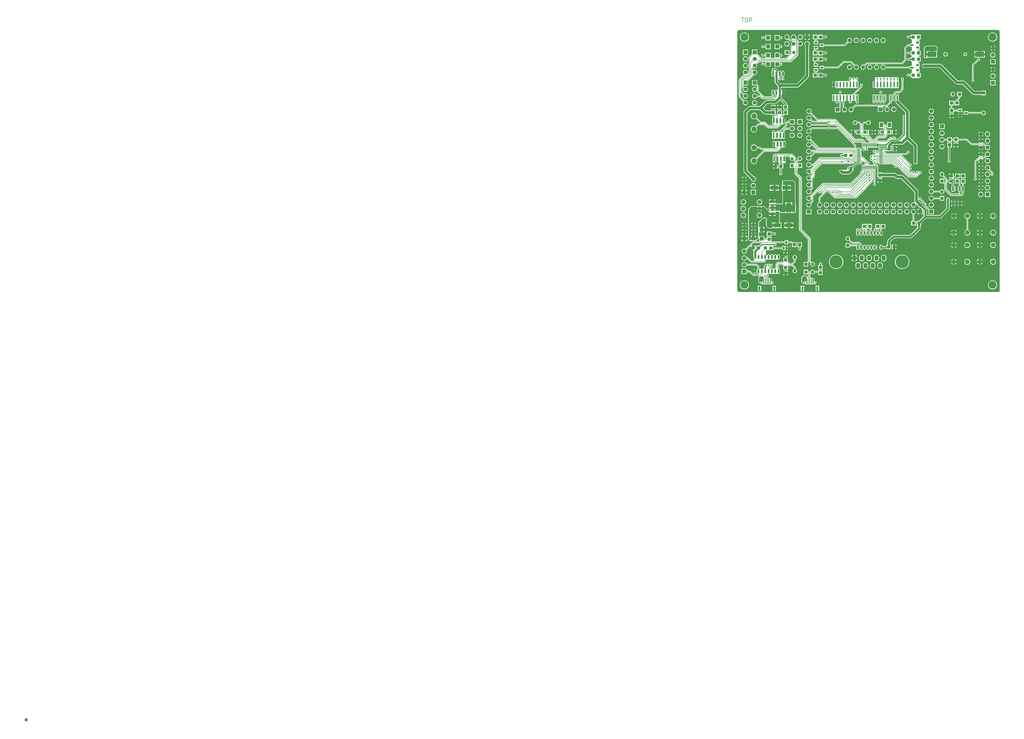
<source format=gtl>
G04 Layer_Physical_Order=1*
G04 Layer_Color=255*
%FSLAX24Y24*%
%MOIN*%
G70*
G01*
G75*
%ADD10C,0.0050*%
%ADD11R,0.0600X0.0600*%
%ADD12O,0.0236X0.0709*%
%ADD13R,0.0500X0.0500*%
%ADD14O,0.0240X0.0800*%
%ADD15R,0.0240X0.0800*%
%ADD16R,0.1181X0.0630*%
%ADD17R,0.0846X0.1378*%
%ADD18R,0.0846X0.0433*%
%ADD19R,0.0846X0.0433*%
%ADD20R,0.0600X0.0600*%
%ADD21R,0.0500X0.0500*%
%ADD22O,0.0236X0.0610*%
%ADD23R,0.0157X0.0787*%
%ADD24R,0.0315X0.0472*%
%ADD25R,0.0472X0.0315*%
%ADD26R,0.1378X0.0787*%
%ADD27R,0.0472X0.0709*%
%ADD28O,0.0591X0.0118*%
%ADD29O,0.0118X0.0591*%
%ADD30R,0.0217X0.0787*%
%ADD31C,0.0150*%
%ADD32C,0.0120*%
%ADD33C,0.0100*%
%ADD34C,0.0060*%
%ADD35C,0.0400*%
%ADD36C,0.0200*%
%ADD37C,0.0080*%
%ADD38C,0.0300*%
%ADD39C,0.0079*%
%ADD40R,0.0290X0.0499*%
%ADD41R,0.0326X0.0607*%
%ADD42R,0.1530X0.0920*%
%ADD43C,0.1181*%
%ADD44C,0.0600*%
%ADD45C,0.0500*%
%ADD46C,0.0787*%
%ADD47C,0.0197*%
%ADD48R,0.0315X0.0591*%
G04:AMPARAMS|DCode=49|XSize=62mil|YSize=82mil|CornerRadius=0mil|HoleSize=0mil|Usage=FLASHONLY|Rotation=180.000|XOffset=0mil|YOffset=0mil|HoleType=Round|Shape=Octagon|*
%AMOCTAGOND49*
4,1,8,0.0155,-0.0410,-0.0155,-0.0410,-0.0310,-0.0255,-0.0310,0.0255,-0.0155,0.0410,0.0155,0.0410,0.0310,0.0255,0.0310,-0.0255,0.0155,-0.0410,0.0*
%
%ADD49OCTAGOND49*%

%ADD50O,0.0620X0.0820*%
%ADD51O,0.0600X0.0820*%
%ADD52C,0.1967*%
%ADD53R,0.0618X0.0618*%
%ADD54C,0.0618*%
%ADD55C,0.0700*%
%ADD56C,0.0472*%
%ADD57C,0.0354*%
%ADD58C,0.0591*%
%ADD59C,0.0630*%
%ADD60C,0.0240*%
%ADD61C,0.0160*%
D10*
X3864Y12568D02*
G03*
X3784Y12820I-440J0D01*
G01*
X3063D02*
G03*
X3864Y12568I360J-252D01*
G01*
Y11584D02*
G03*
X3864Y11584I-440J0D01*
G01*
X2931Y10130D02*
G03*
X2931Y10130I-425J0D01*
G01*
Y9130D02*
G03*
X2931Y9130I-425J0D01*
G01*
X3864Y11584D02*
G03*
X3210Y11968I-440J0D01*
G01*
X3710Y11250D02*
G03*
X3864Y11584I-286J334D01*
G01*
X3210Y12183D02*
G03*
X3864Y12568I214J385D01*
G01*
D02*
G03*
X3803Y12790I-440J0D01*
G01*
X150Y394D02*
G03*
X394Y150I244J0D01*
G01*
X1897Y1181D02*
G03*
X1897Y1181I-716J0D01*
G01*
D02*
G03*
X1897Y1181I-716J0D01*
G01*
X1546Y4355D02*
G03*
X1546Y4045I-396J-155D01*
G01*
X2060Y3310D02*
G03*
X1950Y3355I-110J-110D01*
G01*
X2060Y3310D02*
G03*
X1950Y3355I-110J-110D01*
G01*
X2400Y2530D02*
G03*
X2510Y2485I110J110D01*
G01*
X2400Y2530D02*
G03*
X2510Y2485I110J110D01*
G01*
X3240Y1620D02*
G03*
X3284Y1514I150J0D01*
G01*
X3240Y1620D02*
G03*
X3284Y1514I150J0D01*
G01*
X3294Y2446D02*
G03*
X3240Y2330I96J-116D01*
G01*
X2517Y3047D02*
G03*
X3003Y3047I243J0D01*
G01*
Y3421D02*
G03*
X2517Y3421I-243J0D01*
G01*
X3017Y3047D02*
G03*
X3260Y2804I243J0D01*
G01*
X3105Y3608D02*
G03*
X3017Y3421I155J-187D01*
G01*
X3090Y4310D02*
G03*
X2980Y4355I-110J-110D01*
G01*
X3090Y4310D02*
G03*
X2980Y4355I-110J-110D01*
G01*
X1546Y5355D02*
G03*
X1546Y5045I-396J-155D01*
G01*
X1740Y5310D02*
G03*
X1630Y5355I-110J-110D01*
G01*
X1740Y5310D02*
G03*
X1630Y5355I-110J-110D01*
G01*
X1575Y6200D02*
G03*
X1539Y6370I-425J0D01*
G01*
X1320Y6589D02*
G03*
X1575Y6200I-170J-389D01*
G01*
X1728Y7903D02*
G03*
X1764Y7844I142J47D01*
G01*
X1728Y7903D02*
G03*
X1764Y7844I142J47D01*
G01*
X1710Y7980D02*
G03*
X1718Y7932I150J0D01*
G01*
X1710Y7980D02*
G03*
X1718Y7933I150J0D01*
G01*
X2060Y4550D02*
G03*
X2170Y4505I110J110D01*
G01*
X2060Y4550D02*
G03*
X2170Y4505I110J110D01*
G01*
X2485Y5360D02*
G03*
X2517Y5231I275J0D01*
G01*
X2533Y6335D02*
G03*
X2485Y6180I227J-155D01*
G01*
X2533Y6335D02*
G03*
X2485Y6180I227J-155D01*
G01*
X2517Y5173D02*
G03*
X2600Y4990I243J0D01*
G01*
X1864Y7744D02*
G03*
X1970Y7700I106J106D01*
G01*
X2081D02*
G03*
X2120Y7705I0J150D01*
G01*
X1864Y7744D02*
G03*
X1970Y7700I106J106D01*
G01*
X2081D02*
G03*
X2120Y7705I0J150D01*
G01*
X2490Y7695D02*
G03*
X2380Y7650I0J-155D01*
G01*
X2490Y7695D02*
G03*
X2380Y7650I0J-155D01*
G01*
X2931Y7741D02*
G03*
X3037Y7785I0J150D01*
G01*
X2931Y7741D02*
G03*
X3037Y7785I0J150D01*
G01*
X3584Y1357D02*
G03*
X3812Y1305I156J160D01*
G01*
X3412Y1386D02*
G03*
X3584Y1357I106J106D01*
G01*
X3584D02*
G03*
X3812Y1305I156J160D01*
G01*
X3412Y1386D02*
G03*
X3584Y1357I106J106D01*
G01*
X3412Y1386D02*
G03*
X3584Y1357I106J106D01*
G01*
X3866Y3640D02*
G03*
X3654Y3640I-106J-219D01*
G01*
X3415Y3920D02*
G03*
X3370Y4030I-155J0D01*
G01*
X3415Y3920D02*
G03*
X3370Y4030I-155J0D01*
G01*
X4101Y4109D02*
G03*
X4035Y3950I159J-159D01*
G01*
X4101Y4109D02*
G03*
X4035Y3950I159J-159D01*
G01*
X4619Y4276D02*
G03*
X4202Y4211I-189J-156D01*
G01*
X4620Y2309D02*
G03*
X4820Y2550I-45J241D01*
G01*
D02*
G03*
X4659Y2780I-245J0D01*
G01*
X5008Y4292D02*
G03*
X4619Y4276I-188J-157D01*
G01*
X5342Y3650D02*
G03*
X5236Y3663I-82J-229D01*
G01*
X5243Y1305D02*
G03*
X5539Y1516I72J212D01*
G01*
D02*
G03*
X5243Y1728I-223J0D01*
G01*
Y1305D02*
G03*
X5539Y1516I72J212D01*
G01*
D02*
G03*
X5243Y1728I-223J0D01*
G01*
X6290Y2806D02*
G03*
X6503Y3047I-30J241D01*
G01*
X5650Y3700D02*
G03*
X5617Y3650I110J-110D01*
G01*
X5650Y3700D02*
G03*
X5617Y3650I110J-110D01*
G01*
X5230Y3897D02*
G03*
X5445Y4140I-30J243D01*
G01*
D02*
G03*
X5008Y4292I-245J0D01*
G01*
X5810Y4400D02*
G03*
X5765Y4290I110J-110D01*
G01*
X5810Y4400D02*
G03*
X5765Y4290I110J-110D01*
G01*
X6503Y3421D02*
G03*
X6415Y3608I-243J0D01*
G01*
Y3640D02*
G03*
X6370Y3750I-155J0D01*
G01*
X6415Y3640D02*
G03*
X6370Y3750I-155J0D01*
G01*
X4180Y4505D02*
G03*
X4290Y4550I0J155D01*
G01*
X4180Y4505D02*
G03*
X4290Y4550I0J155D01*
G01*
X4370Y4630D02*
G03*
X4415Y4740I-110J110D01*
G01*
X4370Y4630D02*
G03*
X4415Y4740I-110J110D01*
G01*
X4475Y5660D02*
G03*
X4400Y5746I-215J-113D01*
G01*
X4730Y4932D02*
G03*
X4790Y4932I30J241D01*
G01*
X5230D02*
G03*
X5290Y4932I30J241D01*
G01*
X4975Y5660D02*
G03*
X4545Y5660I-215J-113D01*
G01*
X5475D02*
G03*
X5045Y5660I-215J-113D01*
G01*
X5730Y4932D02*
G03*
X5790Y4932I30J241D01*
G01*
X6130Y4655D02*
G03*
X6020Y4610I0J-155D01*
G01*
X6130Y4655D02*
G03*
X6020Y4610I0J-155D01*
G01*
X5975Y5660D02*
G03*
X5545Y5660I-215J-113D01*
G01*
X6230Y4932D02*
G03*
X6290Y4932I30J241D01*
G01*
X6503Y5547D02*
G03*
X6045Y5660I-243J0D01*
G01*
X6400Y4974D02*
G03*
X6503Y5173I-140J199D01*
G01*
X3687Y7385D02*
G03*
X3658Y7361I113J-165D01*
G01*
X3687Y7385D02*
G03*
X3659Y7361I113J-165D01*
G01*
X5995Y7220D02*
G03*
X5931Y7385I-245J0D01*
G01*
X5608Y7020D02*
G03*
X5995Y7220I142J200D01*
G01*
X1569Y9130D02*
G03*
X1569Y9130I-425J0D01*
G01*
Y10130D02*
G03*
X1569Y10130I-425J0D01*
G01*
X1456Y11588D02*
G03*
X1456Y11588I-440J0D01*
G01*
Y12572D02*
G03*
X1456Y12572I-440J0D01*
G01*
Y13556D02*
G03*
X1456Y13556I-440J0D01*
G01*
X1754Y12566D02*
G03*
X1710Y12460I106J-106D01*
G01*
X1754Y12566D02*
G03*
X1710Y12460I106J-106D01*
G01*
X2220Y12970D02*
G03*
X2114Y12926I0J-150D01*
G01*
X2220Y12970D02*
G03*
X2114Y12926I0J-150D01*
G01*
X1569Y16010D02*
G03*
X1569Y16010I-425J0D01*
G01*
X995Y18196D02*
G03*
X1090Y17966I325J0D01*
G01*
X995Y18196D02*
G03*
X1090Y17966I325J0D01*
G01*
X1569Y17010D02*
G03*
X1569Y17010I-425J0D01*
G01*
X2931Y16010D02*
G03*
X2931Y16010I-425J0D01*
G01*
X2083Y16974D02*
G03*
X2931Y17010I423J36D01*
G01*
D02*
G03*
X2542Y17433I-425J0D01*
G01*
X2842Y20161D02*
G03*
X3120Y19701I-240J-460D01*
G01*
X4390Y10010D02*
G03*
X4434Y9904I150J0D01*
G01*
X4390Y10010D02*
G03*
X4434Y9904I150J0D01*
G01*
X4734Y9604D02*
G03*
X4840Y9560I106J106D01*
G01*
X4734Y9604D02*
G03*
X4840Y9560I106J106D01*
G01*
X3169Y12926D02*
G03*
X3063Y12970I-106J-106D01*
G01*
X3169Y12926D02*
G03*
X3063Y12970I-106J-106D01*
G01*
X3678Y12926D02*
G03*
X3169Y12926I-255J-359D01*
G01*
X3784Y12970D02*
G03*
X3678Y12926I0J-150D01*
G01*
X3784Y12970D02*
G03*
X3678Y12926I0J-150D01*
G01*
X3864Y13552D02*
G03*
X3864Y13552I-440J0D01*
G01*
X4216Y12926D02*
G03*
X4110Y12970I-106J-106D01*
G01*
X4216Y12926D02*
G03*
X4110Y12970I-106J-106D01*
G01*
X5528Y8610D02*
G03*
X5915Y8810I142J200D01*
G01*
D02*
G03*
X5528Y9010I-245J0D01*
G01*
X5314Y9560D02*
G03*
X5447Y9640I0J150D01*
G01*
X5314Y9560D02*
G03*
X5447Y9640I0J150D01*
G01*
X4935Y13275D02*
G03*
X4920Y13210I135J-65D01*
G01*
X6534Y11954D02*
G03*
X6640Y11910I106J106D01*
G01*
X6534Y11954D02*
G03*
X6640Y11910I106J106D01*
G01*
X4945Y12147D02*
G03*
X4902Y12241I-149J-13D01*
G01*
X4935Y13275D02*
G03*
X4920Y13210I135J-65D01*
G01*
X4945Y12147D02*
G03*
X4902Y12241I-149J-13D01*
G01*
X4920Y12290D02*
G03*
X5024Y12147I150J0D01*
G01*
X4920Y12290D02*
G03*
X5024Y12147I150J0D01*
G01*
X3120Y19701D02*
G03*
X3061Y19942I-519J0D01*
G01*
X5976Y20485D02*
G03*
X5865Y20280I134J-205D01*
G01*
X6940Y16830D02*
G03*
X6790Y16680I0J-150D01*
G01*
X6940Y16830D02*
G03*
X6790Y16680I0J-150D01*
G01*
X6845Y17780D02*
G03*
X6800Y17922I-245J0D01*
G01*
X6400D02*
G03*
X6845Y17780I200J-142D01*
G01*
X5865Y19720D02*
G03*
X6230Y19506I245J0D01*
G01*
X9654Y1620D02*
G03*
X9698Y1514I150J0D01*
G01*
X9654Y1620D02*
G03*
X9698Y1514I150J0D01*
G01*
X9709Y2446D02*
G03*
X9654Y2330I96J-116D01*
G01*
X9914Y2590D02*
G03*
X9808Y2546I0J-150D01*
G01*
X9914Y2590D02*
G03*
X9808Y2546I0J-150D01*
G01*
X8525Y3631D02*
G03*
X9055Y3290I155J-341D01*
G01*
Y5290D02*
G03*
X8525Y4949I-375J0D01*
G01*
X9055Y3290D02*
G03*
X8835Y3631I-375J0D01*
G01*
Y3810D02*
G03*
X8790Y3920I-155J0D01*
G01*
X8835Y3810D02*
G03*
X8790Y3920I-155J0D01*
G01*
Y4540D02*
G03*
X8835Y4650I-110J110D01*
G01*
X8790Y4540D02*
G03*
X8835Y4650I-110J110D01*
G01*
Y4949D02*
G03*
X9055Y5290I-155J341D01*
G01*
X9827Y1386D02*
G03*
X9998Y1357I106J106D01*
G01*
X9827Y1386D02*
G03*
X9998Y1357I106J106D01*
G01*
X9827Y1386D02*
G03*
X9998Y1357I106J106D01*
G01*
X9998D02*
G03*
X10227Y1305I156J160D01*
G01*
X9998Y1357D02*
G03*
X10227Y1305I156J160D01*
G01*
X10450Y2546D02*
G03*
X10344Y2590I-106J-106D01*
G01*
X10450Y2546D02*
G03*
X10344Y2590I-106J-106D01*
G01*
X10770Y3220D02*
G03*
X10715Y3255I-110J-110D01*
G01*
X10770Y3220D02*
G03*
X10715Y3255I-110J-110D01*
G01*
X10999Y3265D02*
G03*
X10890Y3220I1J-155D01*
G01*
X10999Y3265D02*
G03*
X10890Y3220I1J-155D01*
G01*
X8360Y7650D02*
G03*
X8250Y7695I-110J-110D01*
G01*
X8360Y7650D02*
G03*
X8250Y7695I-110J-110D01*
G01*
X9210Y6662D02*
G03*
X9655Y6520I200J-142D01*
G01*
D02*
G03*
X9610Y6662I-245J0D01*
G01*
X9285Y9355D02*
G03*
X9330Y9246I155J0D01*
G01*
X9285Y9355D02*
G03*
X9330Y9246I155J0D01*
G01*
X8720Y11910D02*
G03*
X8870Y12060I0J150D01*
G01*
X8720Y11910D02*
G03*
X8870Y12060I0J150D01*
G01*
X11658Y1305D02*
G03*
X11953Y1516I72J212D01*
G01*
D02*
G03*
X11658Y1728I-223J0D01*
G01*
Y1305D02*
G03*
X11953Y1516I72J212D01*
G01*
D02*
G03*
X11658Y1728I-223J0D01*
G01*
X11034Y2893D02*
G03*
X11681Y2955I306J217D01*
G01*
Y3265D02*
G03*
X10999Y3265I-341J-155D01*
G01*
X10989Y4402D02*
G03*
X11715Y4270I351J-132D01*
G01*
D02*
G03*
X11208Y4621I-375J0D01*
G01*
X12755Y4340D02*
G03*
X12310Y4198I-245J0D01*
G01*
X12710D02*
G03*
X12755Y4340I-200J142D01*
G01*
X15965Y4632D02*
G03*
X15965Y4632I-1108J0D01*
G01*
X11105Y8100D02*
G03*
X11060Y8210I-155J0D01*
G01*
X11105Y8100D02*
G03*
X11060Y8210I-155J0D01*
G01*
X12834Y12120D02*
G03*
X12834Y12120I-434J0D01*
G01*
X13834D02*
G03*
X13834Y12120I-434J0D01*
G01*
X14834D02*
G03*
X14834Y12120I-434J0D01*
G01*
X15834D02*
G03*
X15834Y12120I-434J0D01*
G01*
X17110Y7350D02*
G03*
X17220Y7305I110J110D01*
G01*
X17110Y7350D02*
G03*
X17220Y7305I110J110D01*
G01*
X16955Y8100D02*
G03*
X16712Y7749I-375J0D01*
G01*
X16834Y12120D02*
G03*
X16834Y12120I-434J0D01*
G01*
X16931Y7968D02*
G03*
X16955Y8100I-351J132D01*
G01*
X17834Y12120D02*
G03*
X17834Y12120I-434J0D01*
G01*
X8870Y13210D02*
G03*
X8820Y13322I-150J0D01*
G01*
X8870Y13210D02*
G03*
X8820Y13322I-150J0D01*
G01*
X8820Y16400D02*
G03*
X8776Y16506I-150J0D01*
G01*
X8820Y16400D02*
G03*
X8776Y16506I-150J0D01*
G01*
X10950Y13509D02*
G03*
X11205Y13120I-170J-389D01*
G01*
X10907Y14526D02*
G03*
X11175Y13963I-127J-406D01*
G01*
X11205Y13120D02*
G03*
X11169Y13290I-425J0D01*
G01*
X10950Y15509D02*
G03*
X11205Y15120I-170J-389D01*
G01*
X11105Y16394D02*
G03*
X11105Y15846I-325J-274D01*
G01*
X11205Y15120D02*
G03*
X11169Y15290I-425J0D01*
G01*
X11370Y15490D02*
G03*
X11415Y15600I-110J110D01*
G01*
X11370Y15490D02*
G03*
X11415Y15600I-110J110D01*
G01*
X8496Y16786D02*
G03*
X8390Y16830I-106J-106D01*
G01*
X8496Y16786D02*
G03*
X8390Y16830I-106J-106D01*
G01*
X9775Y17170D02*
G03*
X9730Y17280I-155J0D01*
G01*
X9775Y17170D02*
G03*
X9730Y17280I-155J0D01*
G01*
X8605Y17775D02*
G03*
X8650Y17666I155J0D01*
G01*
X8605Y17775D02*
G03*
X8650Y17666I155J0D01*
G01*
X7939Y20142D02*
G03*
X8615Y19823I351J-132D01*
G01*
X8925Y20150D02*
G03*
X8880Y20260I-155J0D01*
G01*
X8925Y20150D02*
G03*
X8880Y20260I-155J0D01*
G01*
X9815Y20020D02*
G03*
X9089Y19888I-375J0D01*
G01*
X9308Y19669D02*
G03*
X9815Y20020I132J351D01*
G01*
X10950Y17509D02*
G03*
X11105Y16846I-170J-389D01*
G01*
X10950Y18509D02*
G03*
X11135Y17886I-170J-389D01*
G01*
X11176Y19275D02*
G03*
X11176Y18965I-396J-155D01*
G01*
X10950Y20509D02*
G03*
X11205Y20120I-170J-389D01*
G01*
D02*
G03*
X11169Y20290I-425J0D01*
G01*
X12195Y13503D02*
G03*
X12834Y13120I205J-383D01*
G01*
X11440Y13560D02*
G03*
X11485Y13670I-110J110D01*
G01*
X11440Y13560D02*
G03*
X11485Y13670I-110J110D01*
G01*
X12834Y13120D02*
G03*
X12505Y13541I-434J0D01*
G01*
X13834Y13120D02*
G03*
X13834Y13120I-434J0D01*
G01*
X12240Y14280D02*
G03*
X12195Y14170I110J-110D01*
G01*
X12240Y14280D02*
G03*
X12195Y14170I110J-110D01*
G01*
X14834Y13120D02*
G03*
X14834Y13120I-434J0D01*
G01*
X15834D02*
G03*
X15834Y13120I-434J0D01*
G01*
X14540Y14140D02*
G03*
X14650Y14095I110J110D01*
G01*
X14540Y14140D02*
G03*
X14650Y14095I110J110D01*
G01*
X16834Y13120D02*
G03*
X16834Y13120I-434J0D01*
G01*
X17834D02*
G03*
X17834Y13120I-434J0D01*
G01*
X12165Y15046D02*
G03*
X12596Y14891I245J5D01*
G01*
X12596D02*
G03*
X12758Y14797I195J149D01*
G01*
X11655Y17275D02*
G03*
X11700Y17385I-110J110D01*
G01*
X11655Y17275D02*
G03*
X11700Y17385I-110J110D01*
G01*
X12870Y16425D02*
G03*
X12760Y16380I0J-155D01*
G01*
X12870Y16425D02*
G03*
X12760Y16380I0J-155D01*
G01*
X13634Y15165D02*
G03*
X13875Y14806I216J-115D01*
G01*
X12390Y20255D02*
G03*
X12280Y20210I0J-155D01*
G01*
X12390Y20255D02*
G03*
X12280Y20210I0J-155D01*
G01*
X15580Y17730D02*
G03*
X15810Y17635I230J230D01*
G01*
X15580Y17730D02*
G03*
X15810Y17635I230J230D01*
G01*
X16740D02*
G03*
X16970Y17730I0J325D01*
G01*
X16740Y17635D02*
G03*
X16970Y17730I0J325D01*
G01*
X15850Y18380D02*
G03*
X15390Y17920I-230J-230D01*
G01*
X15775Y20737D02*
G03*
X15775Y20287I-97J-225D01*
G01*
X17370Y19060D02*
G03*
X17229Y19001I0J-200D01*
G01*
X17370Y19060D02*
G03*
X17228Y19001I0J-200D01*
G01*
X3097Y21825D02*
G03*
X3097Y21515I-495J-155D01*
G01*
X3570Y21360D02*
G03*
X3680Y21315I110J110D01*
G01*
X3570Y21360D02*
G03*
X3680Y21315I110J110D01*
G01*
X3590Y21780D02*
G03*
X3480Y21825I-110J-110D01*
G01*
X3590Y21780D02*
G03*
X3480Y21825I-110J-110D01*
G01*
X3120Y24440D02*
G03*
X3031Y24732I-519J0D01*
G01*
X2786Y24925D02*
G03*
X3120Y24440I-184J-485D01*
G01*
X3225Y25300D02*
G03*
X3115Y25255I0J-155D01*
G01*
X3225Y25300D02*
G03*
X3115Y25255I0J-155D01*
G01*
X3471Y25320D02*
G03*
X3496Y25300I110J110D01*
G01*
X3471Y25320D02*
G03*
X3496Y25300I110J110D01*
G01*
X1090Y27190D02*
G03*
X995Y26960I230J-230D01*
G01*
X1090Y27190D02*
G03*
X995Y26960I230J-230D01*
G01*
X1950Y27915D02*
G03*
X1720Y27820I0J-325D01*
G01*
X1950Y27915D02*
G03*
X1720Y27820I0J-325D01*
G01*
X285Y29274D02*
G03*
X330Y29164I155J0D01*
G01*
X285Y29274D02*
G03*
X330Y29164I155J0D01*
G01*
X944Y28550D02*
G03*
X1759Y28380I389J-170D01*
G01*
D02*
G03*
X1164Y28769I-425J0D01*
G01*
X944Y29550D02*
G03*
X1759Y29380I389J-170D01*
G01*
D02*
G03*
X1164Y29769I-425J0D01*
G01*
X3120Y26409D02*
G03*
X2842Y25949I-519J0D01*
G01*
X3061Y26168D02*
G03*
X3120Y26409I-460J240D01*
G01*
X3121Y28380D02*
G03*
X3121Y28380I-425J0D01*
G01*
X3092Y29535D02*
G03*
X3092Y29225I-396J-155D01*
G01*
X3720Y28950D02*
G03*
X3830Y28905I110J110D01*
G01*
X3720Y28950D02*
G03*
X3830Y28905I110J110D01*
G01*
X5500Y20660D02*
G03*
X5455Y20550I110J-110D01*
G01*
X5500Y20660D02*
G03*
X5455Y20550I110J-110D01*
G01*
X5700Y20795D02*
G03*
X5590Y20750I0J-155D01*
G01*
X5700Y20795D02*
G03*
X5590Y20750I0J-155D01*
G01*
X5365Y21920D02*
G03*
X5750Y21719I245J0D01*
G01*
X5811Y22620D02*
G03*
X5365Y22480I-201J-140D01*
G01*
X5775Y24070D02*
G03*
X5294Y24005I-245J0D01*
G01*
X5773Y24040D02*
G03*
X5775Y24070I-243J30D01*
G01*
X5920Y24090D02*
G03*
X5887Y24040I110J-110D01*
G01*
X5920Y24090D02*
G03*
X5887Y24040I110J-110D01*
G01*
X5888Y23000D02*
G03*
X6172Y23000I142J200D01*
G01*
X6160Y24265D02*
G03*
X6050Y24220I0J-155D01*
G01*
X6160Y24265D02*
G03*
X6050Y24220I0J-155D01*
G01*
X4530Y24580D02*
G03*
X4640Y24535I110J110D01*
G01*
X4530Y24580D02*
G03*
X4640Y24535I110J110D01*
G01*
X4340Y25540D02*
G03*
X4230Y25585I-110J-110D01*
G01*
X4340Y25540D02*
G03*
X4230Y25585I-110J-110D01*
G01*
X5285Y25400D02*
G03*
X5380Y25206I245J0D01*
G01*
X6090Y21045D02*
G03*
X6200Y21090I0J155D01*
G01*
X6090Y21045D02*
G03*
X6200Y21090I0J155D01*
G01*
X6311Y22620D02*
G03*
X5909Y22620I-201J-140D01*
G01*
X6811D02*
G03*
X6409Y22620I-201J-140D01*
G01*
X6720Y21610D02*
G03*
X6760Y21680I-110J110D01*
G01*
X6720Y21610D02*
G03*
X6760Y21680I-110J110D01*
G01*
X6388Y23000D02*
G03*
X6672Y23000I142J200D01*
G01*
X7061Y21680D02*
G03*
X7159Y21680I49J240D01*
G01*
X7355Y22480D02*
G03*
X6909Y22620I-245J0D01*
G01*
X7230Y21706D02*
G03*
X7355Y21920I-120J214D01*
G01*
X6920Y24270D02*
G03*
X6875Y24160I110J-110D01*
G01*
X6920Y24270D02*
G03*
X6875Y24160I110J-110D01*
G01*
X6888Y23000D02*
G03*
X7275Y23200I142J200D01*
G01*
Y23760D02*
G03*
X7185Y23950I-245J0D01*
G01*
X6100Y24535D02*
G03*
X6210Y24580I0J155D01*
G01*
X6100Y24535D02*
G03*
X6210Y24580I0J155D01*
G01*
X6640Y25010D02*
G03*
X6671Y25055I-110J110D01*
G01*
X6640Y25010D02*
G03*
X6671Y25055I-110J110D01*
G01*
X6890Y25199D02*
G03*
X7275Y25400I140J201D01*
G01*
X7400Y24685D02*
G03*
X7290Y24640I0J-155D01*
G01*
X7400Y24685D02*
G03*
X7290Y24640I0J-155D01*
G01*
X7570Y24930D02*
G03*
X7615Y25040I-110J110D01*
G01*
X7570Y24930D02*
G03*
X7615Y25040I-110J110D01*
G01*
X7350Y25520D02*
G03*
X7305Y25410I110J-110D01*
G01*
X7350Y25520D02*
G03*
X7305Y25410I110J-110D01*
G01*
X4030Y26700D02*
G03*
X4260Y26605I230J230D01*
G01*
X4030Y26700D02*
G03*
X4260Y26605I230J230D01*
G01*
X5330Y26102D02*
G03*
X5285Y25960I200J-142D01*
G01*
X5920Y26665D02*
G03*
X5875Y26555I110J-110D01*
G01*
X5920Y26665D02*
G03*
X5875Y26555I110J-110D01*
G01*
X4520Y28835D02*
G03*
X4290Y28740I0J-325D01*
G01*
X4520Y28835D02*
G03*
X4290Y28740I0J-325D01*
G01*
X5235Y29518D02*
G03*
X5185Y29365I195J-148D01*
G01*
X5187Y29664D02*
G03*
X5235Y29518I243J0D01*
G01*
X5620Y29215D02*
G03*
X5675Y29370I-190J155D01*
G01*
X5625Y29518D02*
G03*
X5673Y29664I-195J145D01*
G01*
X5675Y29370D02*
G03*
X5625Y29518I-245J0D01*
G01*
X5700Y28905D02*
G03*
X5764Y28919I0J155D01*
G01*
X5700Y28905D02*
G03*
X5764Y28919I0J155D01*
G01*
X5687Y29664D02*
G03*
X5775Y29476I243J0D01*
G01*
X6890Y26314D02*
G03*
X6965Y26355I-35J151D01*
G01*
X7275Y25960D02*
G03*
X6890Y26161I-245J0D01*
G01*
Y26314D02*
G03*
X6965Y26355I-35J151D01*
G01*
X7580Y25685D02*
G03*
X7470Y25640I0J-155D01*
G01*
X7580Y25685D02*
G03*
X7470Y25640I0J-155D01*
G01*
X5815Y28185D02*
G03*
X6044Y28280I0J325D01*
G01*
X5815Y28185D02*
G03*
X6044Y28280I0J325D01*
G01*
X6755Y29125D02*
G03*
X6705Y29299I-325J0D01*
G01*
X7545Y28235D02*
G03*
X7479Y28394I-225J0D01*
G01*
X7545Y28235D02*
G03*
X7479Y28394I-225J0D01*
G01*
X6705Y29572D02*
G03*
X7173Y29664I225J92D01*
G01*
X944Y30550D02*
G03*
X1759Y30380I389J-170D01*
G01*
D02*
G03*
X1164Y30769I-425J0D01*
G01*
X330Y31930D02*
G03*
X285Y31820I110J-110D01*
G01*
X330Y31930D02*
G03*
X285Y31820I110J-110D01*
G01*
X1057Y32604D02*
G03*
X960Y32560I13J-154D01*
G01*
X1057Y32604D02*
G03*
X960Y32560I13J-154D01*
G01*
X1744Y32833D02*
G03*
X1755Y32930I-414J97D01*
G01*
D02*
G03*
X1057Y32604I-425J0D01*
G01*
X3045Y30623D02*
G03*
X3045Y30137I-349J-243D01*
G01*
Y30090D02*
G03*
X3090Y29980I155J0D01*
G01*
X3045Y30090D02*
G03*
X3090Y29980I155J0D01*
G01*
X3355Y30876D02*
G03*
X3310Y30986I-155J0D01*
G01*
X3355Y30876D02*
G03*
X3310Y30986I-155J0D01*
G01*
X2678Y32505D02*
G03*
X3121Y32930I18J425D01*
G01*
D02*
G03*
X2395Y33230I-425J0D01*
G01*
X1755Y33930D02*
G03*
X1755Y33930I-425J0D01*
G01*
Y34930D02*
G03*
X1755Y34930I-425J0D01*
G01*
X394Y39220D02*
G03*
X150Y38976I0J-244D01*
G01*
X1810Y35263D02*
G03*
X1765Y35154I110J-110D01*
G01*
X1810Y35263D02*
G03*
X1765Y35154I110J-110D01*
G01*
X2526Y33541D02*
G03*
X3121Y33930I170J389D01*
G01*
D02*
G03*
X3086Y34100I-425J0D01*
G01*
X1897Y38189D02*
G03*
X1897Y38189I-716J0D01*
G01*
D02*
G03*
X1897Y38189I-716J0D01*
G01*
X5187Y32498D02*
G03*
X5655Y32406I243J0D01*
G01*
X5230Y33109D02*
G03*
X5187Y32971I200J-138D01*
G01*
X5673Y30136D02*
G03*
X5187Y30136I-243J0D01*
G01*
X5655Y31450D02*
G03*
X5736Y31256I275J0D01*
G01*
X5655Y31450D02*
G03*
X5736Y31255I275J0D01*
G01*
X5289Y33421D02*
G03*
X5230Y33280I141J-141D01*
G01*
X5289Y33421D02*
G03*
X5230Y33280I141J-141D01*
G01*
X5672Y33580D02*
G03*
X5289Y33421I-142J-200D01*
G01*
X5912Y33521D02*
G03*
X5770Y33580I-142J-141D01*
G01*
X5911Y33521D02*
G03*
X5770Y33580I-141J-141D01*
G01*
X4093Y34298D02*
G03*
X4093Y33988I-190J-155D01*
G01*
Y35618D02*
G03*
X4093Y35308I-190J-155D01*
G01*
X6155Y30228D02*
G03*
X5687Y30136I-225J-92D01*
G01*
X6113Y30878D02*
G03*
X6155Y30777I317J72D01*
G01*
X6775Y32150D02*
G03*
X7175Y31960I155J-190D01*
G01*
X6205Y31863D02*
G03*
X6675Y31960I225J97D01*
G01*
D02*
G03*
X6585Y32150I-245J0D01*
G01*
Y32311D02*
G03*
X6673Y32498I-155J187D01*
G01*
X6187Y32833D02*
G03*
X6173Y32863I-257J-98D01*
G01*
X6687Y32498D02*
G03*
X6775Y32311I243J0D01*
G01*
X7173Y30136D02*
G03*
X6705Y30228I-243J0D01*
G01*
X7175Y31960D02*
G03*
X7085Y32150I-245J0D01*
G01*
Y32311D02*
G03*
X7173Y32498I-155J187D01*
G01*
X6173Y32971D02*
G03*
X6130Y33109I-243J0D01*
G01*
Y33220D02*
G03*
X6071Y33362I-200J0D01*
G01*
X6130Y33220D02*
G03*
X6071Y33361I-200J0D01*
G01*
X6673Y32971D02*
G03*
X6187Y32971I-243J0D01*
G01*
X6487Y33941D02*
G03*
X6870Y34143I138J202D01*
G01*
D02*
G03*
X6487Y34345I-245J0D01*
G01*
Y35261D02*
G03*
X6870Y35463I138J202D01*
G01*
X7173Y32971D02*
G03*
X6687Y32971I-243J0D01*
G01*
X4093Y36938D02*
G03*
X4093Y36628I-190J-155D01*
G01*
Y38258D02*
G03*
X4093Y37948I-190J-155D01*
G01*
X6870Y35463D02*
G03*
X6487Y35665I-245J0D01*
G01*
X6870Y36783D02*
G03*
X6487Y36985I-245J0D01*
G01*
Y36581D02*
G03*
X6870Y36783I138J202D01*
G01*
X6878Y38103D02*
G03*
X6487Y38300I-245J0D01*
G01*
Y37906D02*
G03*
X6878Y38103I146J197D01*
G01*
X8390Y20750D02*
G03*
X8280Y20795I-110J-110D01*
G01*
X8390Y20750D02*
G03*
X8280Y20795I-110J-110D01*
G01*
X8715Y23530D02*
G03*
X8715Y23530I-425J0D01*
G01*
X7894Y24375D02*
G03*
X8715Y24530I396J155D01*
G01*
D02*
G03*
X7894Y24685I-425J0D01*
G01*
X9865Y23530D02*
G03*
X9865Y23530I-425J0D01*
G01*
Y24530D02*
G03*
X9865Y24530I-425J0D01*
G01*
X11134Y21355D02*
G03*
X11198Y21045I-354J-235D01*
G01*
X11176Y22275D02*
G03*
X11176Y21965I-396J-155D01*
G01*
X11440Y22230D02*
G03*
X11330Y22275I-110J-110D01*
G01*
X11440Y22230D02*
G03*
X11330Y22275I-110J-110D01*
G01*
X11205Y23120D02*
G03*
X10950Y22731I-425J0D01*
G01*
Y24509D02*
G03*
X11205Y24120I-170J-389D01*
G01*
X11176Y25275D02*
G03*
X11176Y24965I-396J-155D01*
G01*
X11169Y22950D02*
G03*
X11205Y23120I-389J170D01*
G01*
Y24120D02*
G03*
X11169Y24290I-425J0D01*
G01*
X11230Y24725D02*
G03*
X11120Y24680I0J-155D01*
G01*
X11230Y24725D02*
G03*
X11120Y24680I0J-155D01*
G01*
X9100Y30625D02*
G03*
X9330Y30720I0J325D01*
G01*
X9100Y30625D02*
G03*
X9330Y30720I0J325D01*
G01*
X11205Y26120D02*
G03*
X10950Y25731I-425J0D01*
G01*
X11250Y25430D02*
G03*
X11360Y25385I110J110D01*
G01*
X11250Y25430D02*
G03*
X11360Y25385I110J110D01*
G01*
X11169Y25950D02*
G03*
X11205Y26120I-389J170D01*
G01*
X11169Y26950D02*
G03*
X11205Y27120I-389J170D01*
G01*
D02*
G03*
X10950Y26731I-425J0D01*
G01*
X13600Y24415D02*
G03*
X13980Y24415I190J155D01*
G01*
Y24725D02*
G03*
X13600Y24725I-190J-155D01*
G01*
X13590Y24965D02*
G03*
X13970Y24965I190J155D01*
G01*
X13649Y25327D02*
G03*
X13590Y25275I131J-207D01*
G01*
X13580Y25385D02*
G03*
X13649Y25327I190J155D01*
G01*
X11950Y25730D02*
G03*
X12005Y25695I110J110D01*
G01*
X11950Y25730D02*
G03*
X12005Y25695I110J110D01*
G01*
X14820Y25950D02*
G03*
X14710Y25995I-110J-110D01*
G01*
X14820Y25950D02*
G03*
X14710Y25995I-110J-110D01*
G01*
X15578Y27628D02*
G03*
X15623Y27738I-110J110D01*
G01*
X15578Y27628D02*
G03*
X15623Y27738I-110J110D01*
G01*
X14756Y28623D02*
G03*
X15213Y28500I212J-123D01*
G01*
D02*
G03*
X15180Y28623I-245J0D01*
G01*
X15256D02*
G03*
X15313Y28310I212J-123D01*
G01*
X15713Y28500D02*
G03*
X15680Y28623I-245J0D01*
G01*
X15623Y28310D02*
G03*
X15713Y28500I-155J190D01*
G01*
X15703Y29960D02*
G03*
X15703Y29960I-245J0D01*
G01*
X15813Y27681D02*
G03*
X16505Y27350I267J-331D01*
G01*
D02*
G03*
X16123Y27773I-425J0D01*
G01*
X17250Y27739D02*
G03*
X17505Y27350I-170J-389D01*
G01*
X16123Y28310D02*
G03*
X16213Y28500I-155J190D01*
G01*
X15756Y28623D02*
G03*
X15813Y28310I212J-123D01*
G01*
X16213Y28500D02*
G03*
X16180Y28623I-245J0D01*
G01*
X16756D02*
G03*
X17213Y28500I212J-123D01*
G01*
D02*
G03*
X17180Y28623I-245J0D01*
G01*
X8140Y34445D02*
G03*
X8250Y34490I0J155D01*
G01*
X8140Y34445D02*
G03*
X8250Y34490I0J155D01*
G01*
X10750Y32140D02*
G03*
X10845Y32370I-230J230D01*
G01*
X10750Y32140D02*
G03*
X10845Y32370I-230J230D01*
G01*
X9200Y35440D02*
G03*
X9245Y35550I-110J110D01*
G01*
X9200Y35440D02*
G03*
X9245Y35550I-110J110D01*
G01*
X7945Y37190D02*
G03*
X7945Y37190I-425J0D01*
G01*
X8040Y36930D02*
G03*
X7995Y36820I110J-110D01*
G01*
X8040Y36930D02*
G03*
X7995Y36820I110J-110D01*
G01*
X7890Y37600D02*
G03*
X8000Y37555I110J110D01*
G01*
X7890Y37600D02*
G03*
X8000Y37555I110J110D01*
G01*
X8302D02*
G03*
X8131Y37020I218J-365D01*
G01*
X9245Y36866D02*
G03*
X9945Y37190I275J324D01*
G01*
D02*
G03*
X9245Y37514I-425J0D01*
G01*
Y37620D02*
G03*
X9200Y37730I-155J0D01*
G01*
X9245Y37620D02*
G03*
X9200Y37730I-155J0D01*
G01*
X7909Y38020D02*
G03*
X7945Y38190I-389J170D01*
G01*
D02*
G03*
X7690Y37801I-425J0D01*
G01*
X8909Y38020D02*
G03*
X8945Y38190I-389J170D01*
G01*
D02*
G03*
X8246Y37865I-425J0D01*
G01*
X9945Y38190D02*
G03*
X9945Y38190I-425J0D01*
G01*
X10945Y37190D02*
G03*
X10195Y36916I-425J0D01*
G01*
X10845D02*
G03*
X10945Y37190I-325J274D01*
G01*
X13128Y32302D02*
G03*
X13515Y32502I142J200D01*
G01*
D02*
G03*
X13128Y32702I-245J0D01*
G01*
X15130Y33485D02*
G03*
X15240Y33530I0J155D01*
G01*
X15130Y33485D02*
G03*
X15240Y33530I0J155D01*
G01*
X17213Y31980D02*
G03*
X16813Y31788I-245J-2D01*
G01*
X17713Y31992D02*
G03*
X17223Y31980I-245J0D01*
G01*
X15970Y34635D02*
G03*
X15860Y34590I0J-155D01*
G01*
X15970Y34635D02*
G03*
X15860Y34590I0J-155D01*
G01*
X17290Y33700D02*
G03*
X17290Y33700I-420J0D01*
G01*
X17200Y34590D02*
G03*
X17090Y34635I-110J-110D01*
G01*
X17200Y34590D02*
G03*
X17090Y34635I-110J-110D01*
G01*
X13128Y34692D02*
G03*
X13515Y34892I142J200D01*
G01*
D02*
G03*
X13128Y35092I-245J0D01*
G01*
X13515Y38212D02*
G03*
X13128Y38412I-245J0D01*
G01*
X13515Y35822D02*
G03*
X13128Y36022I-245J0D01*
G01*
Y35622D02*
G03*
X13515Y35822I142J200D01*
G01*
X16160Y36835D02*
G03*
X16270Y36880I0J155D01*
G01*
X16160Y36835D02*
G03*
X16270Y36880I0J155D01*
G01*
X16703Y37314D02*
G03*
X17290Y37700I167J386D01*
G01*
X13128Y38012D02*
G03*
X13515Y38212I142J200D01*
G01*
X17290Y37700D02*
G03*
X16484Y37533I-420J0D01*
G01*
X17705Y3974D02*
G03*
X18575Y3974I435J0D01*
G01*
Y4174D02*
G03*
X17705Y4174I-435J0D01*
G01*
X17817Y6607D02*
G03*
X18303Y6607I243J0D01*
G01*
X18246Y5091D02*
G03*
X19116Y5091I435J0D01*
G01*
Y5291D02*
G03*
X18246Y5291I-435J0D01*
G01*
X18317Y6607D02*
G03*
X18803Y6607I243J0D01*
G01*
X18817D02*
G03*
X19303Y6607I243J0D01*
G01*
X18796Y3974D02*
G03*
X19666Y3974I435J0D01*
G01*
X19888D02*
G03*
X20758Y3974I435J0D01*
G01*
X19666Y4174D02*
G03*
X18796Y4174I-435J0D01*
G01*
X20758D02*
G03*
X19888Y4174I-435J0D01*
G01*
X20208Y5291D02*
G03*
X19338Y5291I-435J0D01*
G01*
Y5091D02*
G03*
X20208Y5091I435J0D01*
G01*
X19317Y6607D02*
G03*
X19803Y6607I243J0D01*
G01*
X19817D02*
G03*
X20303Y6607I243J0D01*
G01*
X20430Y5091D02*
G03*
X21300Y5091I435J0D01*
G01*
Y5291D02*
G03*
X20430Y5291I-435J0D01*
G01*
X20317Y6607D02*
G03*
X20803Y6607I243J0D01*
G01*
X18002Y7217D02*
G03*
X17900Y7255I-102J-117D01*
G01*
X18002Y7217D02*
G03*
X17900Y7255I-102J-117D01*
G01*
X18303Y6981D02*
G03*
X18002Y7217I-243J0D01*
G01*
X18404Y7167D02*
G03*
X18317Y6981I156J-186D01*
G01*
X18803D02*
G03*
X18715Y7168I-243J0D01*
G01*
X19303Y6981D02*
G03*
X18817Y6981I-243J0D01*
G01*
X18440Y7570D02*
G03*
X18330Y7615I-110J-110D01*
G01*
X18440Y7570D02*
G03*
X18330Y7615I-110J-110D01*
G01*
X18715Y7230D02*
G03*
X18670Y7340I-155J0D01*
G01*
X18715Y7230D02*
G03*
X18670Y7340I-155J0D01*
G01*
X17817Y8733D02*
G03*
X18303Y8733I243J0D01*
G01*
X18317D02*
G03*
X18803Y8733I243J0D01*
G01*
X17877Y9267D02*
G03*
X17817Y9107I183J-160D01*
G01*
X18303D02*
G03*
X18243Y9267I-243J0D01*
G01*
X18377D02*
G03*
X18317Y9107I183J-160D01*
G01*
X18305Y9430D02*
G03*
X17877Y9267I-245J0D01*
G01*
X18243D02*
G03*
X18305Y9430I-183J163D01*
G01*
X18685Y9641D02*
G03*
X18377Y9267I-125J-211D01*
G01*
X18803Y9107D02*
G03*
X18743Y9267I-243J0D01*
G01*
X18805Y9430D02*
G03*
X18764Y9565I-245J0D01*
G01*
X18743Y9267D02*
G03*
X18805Y9430I-183J163D01*
G01*
X18817Y8733D02*
G03*
X19303Y8733I243J0D01*
G01*
Y9107D02*
G03*
X19280Y9211I-243J0D01*
G01*
X19324Y9167D02*
G03*
X19317Y9107I236J-60D01*
G01*
X18877Y9267D02*
G03*
X18817Y9107I183J-160D01*
G01*
X18856Y9565D02*
G03*
X18877Y9267I204J-135D01*
G01*
X19803Y6981D02*
G03*
X19317Y6981I-243J0D01*
G01*
X20303D02*
G03*
X19817Y6981I-243J0D01*
G01*
X19317Y8733D02*
G03*
X19803Y8733I243J0D01*
G01*
Y9107D02*
G03*
X19580Y9349I-243J0D01*
G01*
X19905Y9294D02*
G03*
X19817Y9107I155J-187D01*
G01*
Y8733D02*
G03*
X20303Y8733I243J0D01*
G01*
X20803Y6981D02*
G03*
X20317Y6981I-243J0D01*
G01*
X20303Y9107D02*
G03*
X20215Y9294I-243J0D01*
G01*
X20405D02*
G03*
X20317Y9107I155J-187D01*
G01*
Y8733D02*
G03*
X20803Y8733I243J0D01*
G01*
Y9107D02*
G03*
X20715Y9294I-243J0D01*
G01*
X19715Y9565D02*
G03*
X19750Y9510I145J55D01*
G01*
X19715Y9565D02*
G03*
X19750Y9510I145J55D01*
G01*
X20215Y9420D02*
G03*
X20170Y9530I-155J0D01*
G01*
X20215Y9420D02*
G03*
X20170Y9530I-155J0D01*
G01*
X20450Y9540D02*
G03*
X20405Y9430I110J-110D01*
G01*
X20450Y9540D02*
G03*
X20405Y9430I110J-110D01*
G01*
X21840Y4184D02*
G03*
X20990Y4184I-425J0D01*
G01*
Y3964D02*
G03*
X21840Y3964I425J0D01*
G01*
X22391Y5291D02*
G03*
X21521Y5291I-435J0D01*
G01*
Y5091D02*
G03*
X22391Y5091I435J0D01*
G01*
X20817Y6607D02*
G03*
X21303Y6607I243J0D01*
G01*
Y6981D02*
G03*
X20817Y6981I-243J0D01*
G01*
X21317Y6607D02*
G03*
X21803Y6594I243J0D01*
G01*
Y6994D02*
G03*
X21317Y6981I-243J-13D01*
G01*
X25806Y4632D02*
G03*
X25806Y4632I-1108J0D01*
G01*
X20817Y8733D02*
G03*
X21303Y8733I243J0D01*
G01*
X20877Y9267D02*
G03*
X20817Y9107I183J-160D01*
G01*
X21303D02*
G03*
X21243Y9267I-243J0D01*
G01*
X21405Y9294D02*
G03*
X21317Y9107I155J-187D01*
G01*
Y8733D02*
G03*
X21803Y8733I243J0D01*
G01*
X22516Y7874D02*
G03*
X22435Y7680I194J-194D01*
G01*
X21803Y9107D02*
G03*
X21715Y9294I-243J0D01*
G01*
X22516Y7875D02*
G03*
X22435Y7680I194J-195D01*
G01*
X23420Y8665D02*
G03*
X23225Y8584I0J-275D01*
G01*
X23420Y8665D02*
G03*
X23226Y8584I0J-275D01*
G01*
X20818Y9469D02*
G03*
X20877Y9267I242J-39D01*
G01*
X21243D02*
G03*
X21305Y9430I-183J163D01*
G01*
D02*
G03*
X21271Y9555I-245J0D01*
G01*
X25990Y8115D02*
G03*
X26184Y8196I0J275D01*
G01*
X25990Y8115D02*
G03*
X26185Y8196I0J275D01*
G01*
X27394Y9406D02*
G03*
X27475Y9600I-194J194D01*
G01*
X27394Y9405D02*
G03*
X27475Y9600I-194J195D01*
G01*
X18834Y12120D02*
G03*
X18834Y12120I-434J0D01*
G01*
X19834D02*
G03*
X19834Y12120I-434J0D01*
G01*
X18834Y13120D02*
G03*
X18834Y13120I-434J0D01*
G01*
X17820Y14095D02*
G03*
X17930Y14140I0J155D01*
G01*
X17820Y14095D02*
G03*
X17930Y14140I0J155D01*
G01*
X19834Y13120D02*
G03*
X19834Y13120I-434J0D01*
G01*
X20834Y12120D02*
G03*
X20834Y12120I-434J0D01*
G01*
X21834D02*
G03*
X21834Y12120I-434J0D01*
G01*
X20834Y13120D02*
G03*
X20834Y13120I-434J0D01*
G01*
X21834D02*
G03*
X21834Y13120I-434J0D01*
G01*
X17320Y18080D02*
G03*
X17398Y18205I-230J230D01*
G01*
X17320Y18080D02*
G03*
X17398Y18205I-230J230D01*
G01*
X17510Y18660D02*
G03*
X17652Y18719I0J200D01*
G01*
X17510Y18660D02*
G03*
X17651Y18719I0J200D01*
G01*
X20355Y16566D02*
G03*
X20436Y16571I25J244D01*
G01*
X18605Y18254D02*
G03*
X18402Y17841I-25J-244D01*
G01*
X18635Y18524D02*
G03*
X18664Y18425I184J0D01*
G01*
X20746Y18345D02*
G03*
X20799Y18340I42J179D01*
G01*
X17400Y19205D02*
G03*
X17510Y19250I0J155D01*
G01*
X17400Y19205D02*
G03*
X17510Y19250I0J155D01*
G01*
X18917Y19152D02*
G03*
X18635Y18996I-98J-156D01*
G01*
X18484Y19147D02*
G03*
X18668Y19331I0J184D01*
G01*
D02*
G03*
X18640Y19429I-184J0D01*
G01*
D02*
G03*
X18665Y19495I-156J98D01*
G01*
X17833Y19570D02*
G03*
X17837Y19470I179J-42D01*
G01*
X18665Y19495D02*
G03*
X18720Y19485I55J145D01*
G01*
X18665Y19495D02*
G03*
X18720Y19485I55J145D01*
G01*
X19114Y19152D02*
G03*
X18917Y19152I-98J-156D01*
G01*
X19172Y19176D02*
G03*
X19114Y19152I41J-179D01*
G01*
X19902Y19152D02*
G03*
X19753Y19173I-98J-156D01*
G01*
X19695Y19158D02*
G03*
X19731Y19165I-35J242D01*
G01*
X19026Y19425D02*
G03*
X19172Y19176I244J-25D01*
G01*
X19753Y19173D02*
G03*
X19905Y19400I-93J227D01*
G01*
X20492Y19152D02*
G03*
X20295Y19152I-98J-156D01*
G01*
X20098D02*
G03*
X19902Y19152I-98J-156D01*
G01*
X20295D02*
G03*
X20098Y19152I-98J-156D01*
G01*
X20689D02*
G03*
X20638Y19174I-98J-156D01*
G01*
D02*
G03*
X20732Y19245I-95J226D01*
G01*
X20329Y19520D02*
G03*
X20503Y19158I214J-120D01*
G01*
X19905Y19400D02*
G03*
X19635Y19644I-245J0D01*
G01*
X20259Y19560D02*
G03*
X20329Y19520I110J110D01*
G01*
X20259Y19560D02*
G03*
X20329Y19520I110J110D01*
G01*
X20436Y16388D02*
G03*
X20825Y16190I144J-198D01*
G01*
D02*
G03*
X20746Y16371I-245J0D01*
G01*
X20799Y17986D02*
G03*
X20853Y17855I185J0D01*
G01*
X20799Y17986D02*
G03*
X20853Y17855I185J0D01*
G01*
X20886Y19152D02*
G03*
X20689Y19152I-98J-156D01*
G01*
X20890Y19245D02*
G03*
X21000Y19290I0J155D01*
G01*
X20890Y19245D02*
G03*
X21000Y19290I0J155D01*
G01*
X21168Y18996D02*
G03*
X20886Y19152I-184J0D01*
G01*
X21163Y19429D02*
G03*
X21319Y19147I156J-98D01*
G01*
X21791D02*
G03*
X21891Y19176I0J184D01*
G01*
X22834Y12120D02*
G03*
X22834Y12120I-434J0D01*
G01*
X23834D02*
G03*
X23834Y12120I-434J0D01*
G01*
X24834D02*
G03*
X24834Y12120I-434J0D01*
G01*
X22834Y13120D02*
G03*
X22834Y13120I-434J0D01*
G01*
X23834D02*
G03*
X23834Y13120I-434J0D01*
G01*
X24834D02*
G03*
X24834Y13120I-434J0D01*
G01*
X25834Y12120D02*
G03*
X25834Y12120I-434J0D01*
G01*
X26555Y11715D02*
G03*
X26834Y12120I-155J405D01*
G01*
D02*
G03*
X26245Y11715I-434J0D01*
G01*
X28435Y12360D02*
G03*
X28354Y12555I-275J0D01*
G01*
X28435Y12360D02*
G03*
X28354Y12554I-275J0D01*
G01*
X25834Y13120D02*
G03*
X25834Y13120I-434J0D01*
G01*
X26548Y13528D02*
G03*
X26834Y13120I-148J-408D01*
G01*
D02*
G03*
X26816Y13245I-434J0D01*
G01*
X26967Y13094D02*
G03*
X27443Y12688I433J26D01*
G01*
X28040Y12975D02*
G03*
X28085Y12865I155J0D01*
G01*
X28040Y12975D02*
G03*
X28085Y12865I155J0D01*
G01*
X27832Y13077D02*
G03*
X27834Y13120I-432J43D01*
G01*
D02*
G03*
X27426Y13553I-434J0D01*
G01*
X28350Y13225D02*
G03*
X28305Y13335I-155J0D01*
G01*
X28350Y13225D02*
G03*
X28305Y13335I-155J0D01*
G01*
X23700Y17060D02*
G03*
X23930Y16965I230J230D01*
G01*
X23700Y17060D02*
G03*
X23930Y16965I230J230D01*
G01*
X25480Y17250D02*
G03*
X25590Y17205I110J110D01*
G01*
X25480Y17250D02*
G03*
X25590Y17205I110J110D01*
G01*
X23860Y17820D02*
G03*
X23630Y17915I-230J-230D01*
G01*
X23860Y17820D02*
G03*
X23630Y17915I-230J-230D01*
G01*
X23476Y18895D02*
G03*
X23949Y18782I244J-25D01*
G01*
X24910Y17520D02*
G03*
X24680Y17615I-230J-230D01*
G01*
X24910Y17520D02*
G03*
X24680Y17615I-230J-230D01*
G01*
X26505Y13690D02*
G03*
X26548Y13528I325J0D01*
G01*
X26505Y13690D02*
G03*
X26548Y13528I325J0D01*
G01*
X26810Y17205D02*
G03*
X26920Y17250I0J155D01*
G01*
X26810Y17205D02*
G03*
X26920Y17250I0J155D01*
G01*
X27155Y13933D02*
G03*
X27395Y13806I215J117D01*
G01*
X27155Y15140D02*
G03*
X27060Y15370I-325J0D01*
G01*
X27155Y15140D02*
G03*
X27060Y15370I-325J0D01*
G01*
X27615Y14050D02*
G03*
X27155Y14167I-245J0D01*
G01*
X27405Y17736D02*
G03*
X27675Y17980I25J244D01*
G01*
X26171Y18054D02*
G03*
X25891Y18252I-241J-44D01*
G01*
X25786Y18357D02*
G03*
X26175Y18555I144J198D01*
G01*
D02*
G03*
X25905Y18799I-245J0D01*
G01*
X26655Y18000D02*
G03*
X26171Y18054I-245J0D01*
G01*
X25826Y18878D02*
G03*
X26175Y19100I104J222D01*
G01*
D02*
G03*
X25905Y19344I-245J0D01*
G01*
X26365Y19450D02*
G03*
X27015Y19450I325J0D01*
G01*
X26627Y17886D02*
G03*
X26655Y18000I-217J114D01*
G01*
X27675Y17980D02*
G03*
X27205Y18078I-245J0D01*
G01*
D02*
G03*
X26726Y17985I-235J-68D01*
G01*
X30390Y11085D02*
G03*
X30584Y11166I0J275D01*
G01*
X30390Y11085D02*
G03*
X30585Y11166I0J275D01*
G01*
X32895Y4630D02*
G03*
X32895Y4630I-475J0D01*
G01*
Y7130D02*
G03*
X32895Y7130I-475J0D01*
G01*
Y8980D02*
G03*
X32895Y8980I-475J0D01*
G01*
Y11480D02*
G03*
X32895Y11480I-475J0D01*
G01*
X29475Y13120D02*
G03*
X29475Y13120I-425J0D01*
G01*
X31714Y12295D02*
G03*
X31795Y12490I-194J195D01*
G01*
X31714Y12296D02*
G03*
X31795Y12490I-194J194D01*
G01*
X32525Y13070D02*
G03*
X33015Y13070I245J0D01*
G01*
X31795Y13990D02*
G03*
X31245Y13990I-275J0D01*
G01*
X33015Y13630D02*
G03*
X32525Y13630I-245J0D01*
G01*
X31837Y14470D02*
G03*
X31946Y14425I110J110D01*
G01*
X31837Y14470D02*
G03*
X31946Y14425I110J110D01*
G01*
X34895Y4630D02*
G03*
X34895Y4630I-475J0D01*
G01*
X36740D02*
G03*
X36740Y4630I-475J0D01*
G01*
X34895Y7130D02*
G03*
X34895Y7130I-475J0D01*
G01*
X36740D02*
G03*
X36740Y7130I-475J0D01*
G01*
X38905Y1181D02*
G03*
X38905Y1181I-716J0D01*
G01*
D02*
G03*
X38905Y1181I-716J0D01*
G01*
X38976Y150D02*
G03*
X39220Y394I0J244D01*
G01*
X38740Y4630D02*
G03*
X38740Y4630I-475J0D01*
G01*
Y7130D02*
G03*
X38740Y7130I-475J0D01*
G01*
X34265Y9429D02*
G03*
X34895Y8980I155J-449D01*
G01*
D02*
G03*
X34575Y9429I-475J0D01*
G01*
X36740Y8980D02*
G03*
X36740Y8980I-475J0D01*
G01*
X33025Y13070D02*
G03*
X33515Y13070I245J0D01*
G01*
Y13630D02*
G03*
X33025Y13630I-245J0D01*
G01*
X33525Y13070D02*
G03*
X34015Y13070I245J0D01*
G01*
Y13630D02*
G03*
X33525Y13630I-245J0D01*
G01*
X33530Y14425D02*
G03*
X33640Y14470I0J155D01*
G01*
X33530Y14425D02*
G03*
X33640Y14470I0J155D01*
G01*
X34575Y11031D02*
G03*
X34895Y11480I-155J449D01*
G01*
D02*
G03*
X34265Y11031I-475J0D01*
G01*
X36740Y11480D02*
G03*
X36740Y11480I-475J0D01*
G01*
X38740Y8980D02*
G03*
X38740Y8980I-475J0D01*
G01*
Y11480D02*
G03*
X38740Y11480I-475J0D01*
G01*
X29446Y14275D02*
G03*
X29446Y13965I-396J-155D01*
G01*
X29450Y15265D02*
G03*
X29442Y14955I-399J-145D01*
G01*
X29475Y16120D02*
G03*
X29475Y16120I-425J0D01*
G01*
X30309Y14955D02*
G03*
X31025Y15110I341J155D01*
G01*
D02*
G03*
X30309Y15265I-375J0D01*
G01*
X30975Y15396D02*
G03*
X31020Y15287I155J0D01*
G01*
X30975Y15396D02*
G03*
X31020Y15287I155J0D01*
G01*
X32025Y15270D02*
G03*
X32515Y15270I245J0D01*
G01*
X32525D02*
G03*
X33015Y15270I245J0D01*
G01*
X33025D02*
G03*
X33115Y15080I245J0D01*
G01*
X31415Y16474D02*
G03*
X31665Y16486I115J216D01*
G01*
X32070Y15972D02*
G03*
X32025Y15830I200J-142D01*
G01*
X32515D02*
G03*
X32470Y15972I-245J0D01*
G01*
X33115Y16020D02*
G03*
X33025Y15830I155J-190D01*
G01*
X33015D02*
G03*
X32525Y15830I-245J0D01*
G01*
X32470Y16430D02*
G03*
X32415Y16568I-200J0D01*
G01*
X32470Y16430D02*
G03*
X32415Y16568I-200J0D01*
G01*
X29475Y17120D02*
G03*
X29475Y17120I-425J0D01*
G01*
X30969Y17530D02*
G03*
X31015Y17710I-329J180D01*
G01*
X29475Y18120D02*
G03*
X29475Y18120I-425J0D01*
G01*
Y19120D02*
G03*
X29475Y19120I-425J0D01*
G01*
X31015Y17710D02*
G03*
X30718Y17343I-375J0D01*
G01*
X31665Y16894D02*
G03*
X31415Y16906I-135J-204D01*
G01*
Y17020D02*
G03*
X31370Y17130I-155J0D01*
G01*
X31415Y17020D02*
G03*
X31370Y17130I-155J0D01*
G01*
X31520Y19782D02*
G03*
X31965Y19640I200J-142D01*
G01*
X33380Y14780D02*
G03*
X33425Y14890I-110J110D01*
G01*
X33380Y14780D02*
G03*
X33425Y14890I-110J110D01*
G01*
X33880Y14710D02*
G03*
X33925Y14820I-110J110D01*
G01*
X33880Y14710D02*
G03*
X33925Y14820I-110J110D01*
G01*
X33425Y15080D02*
G03*
X33515Y15270I-155J190D01*
G01*
Y15830D02*
G03*
X33425Y16020I-245J0D01*
G01*
X33615D02*
G03*
X33525Y15830I155J-190D01*
G01*
Y15270D02*
G03*
X33615Y15080I245J0D01*
G01*
X33925D02*
G03*
X34015Y15270I-155J190D01*
G01*
Y15830D02*
G03*
X33925Y16020I-245J0D01*
G01*
X33425Y16310D02*
G03*
X33380Y16420I-155J0D01*
G01*
X33425Y16310D02*
G03*
X33380Y16420I-155J0D01*
G01*
X35465Y17190D02*
G03*
X35865Y17000I155J-190D01*
G01*
X36874Y14700D02*
G03*
X36874Y14700I-434J0D01*
G01*
Y15700D02*
G03*
X36874Y15700I-434J0D01*
G01*
X37874D02*
G03*
X37874Y15700I-434J0D01*
G01*
X36874Y16700D02*
G03*
X36874Y16700I-434J0D01*
G01*
X37874D02*
G03*
X37874Y16700I-434J0D01*
G01*
X35865Y17000D02*
G03*
X35775Y17190I-245J0D01*
G01*
X36874Y17700D02*
G03*
X36874Y17700I-434J0D01*
G01*
Y18700D02*
G03*
X36874Y18700I-434J0D01*
G01*
X36029Y19840D02*
G03*
X36874Y19700I411J-140D01*
G01*
X37872Y17746D02*
G03*
X37870Y17641I-432J-46D01*
G01*
X38355Y17690D02*
G03*
X38265Y17880I-245J0D01*
G01*
X37870Y17641D02*
G03*
X38355Y17690I240J49D01*
G01*
X37955Y17880D02*
G03*
X37872Y17746I155J-190D01*
G01*
X38265Y18030D02*
G03*
X38220Y18140I-155J0D01*
G01*
X38265Y18030D02*
G03*
X38220Y18140I-155J0D01*
G01*
X37874Y18700D02*
G03*
X37617Y18304I-434J0D01*
G01*
X37874Y19700D02*
G03*
X37874Y19700I-434J0D01*
G01*
X37836Y18523D02*
G03*
X37874Y18700I-396J177D01*
G01*
X17499Y21690D02*
G03*
X17389Y21735I-110J-110D01*
G01*
X17499Y21690D02*
G03*
X17389Y21735I-110J-110D01*
G01*
X18012Y21680D02*
G03*
X17914Y21652I0J-184D01*
G01*
X18668Y21496D02*
G03*
X18484Y21680I-184J0D01*
G01*
X18640Y21201D02*
G03*
X18668Y21299I-156J98D01*
G01*
X18635Y21831D02*
G03*
X18917Y21675I184J0D01*
G01*
X17855Y22020D02*
G03*
X17810Y22130I-155J0D01*
G01*
X17855Y22020D02*
G03*
X17810Y22130I-155J0D01*
G01*
X18643Y22358D02*
G03*
X18635Y22303I176J-54D01*
G01*
X18668Y20512D02*
G03*
X18640Y20610I-184J0D01*
G01*
X18663Y20470D02*
G03*
X18668Y20512I-179J42D01*
G01*
X18854Y20425D02*
G03*
X18745Y20470I-110J-110D01*
G01*
X18854Y20425D02*
G03*
X18745Y20470I-110J-110D01*
G01*
X18640Y20610D02*
G03*
X18668Y20709I-156J98D01*
G01*
X18640Y20807D02*
G03*
X18668Y20906I-156J98D01*
G01*
Y20709D02*
G03*
X18640Y20807I-184J0D01*
G01*
Y21004D02*
G03*
X18668Y21103I-156J98D01*
G01*
Y20906D02*
G03*
X18640Y21004I-184J0D01*
G01*
X18668Y21103D02*
G03*
X18640Y21201I-184J0D01*
G01*
X18668Y21299D02*
G03*
X18640Y21398I-184J0D01*
G01*
D02*
G03*
X18668Y21496I-156J98D01*
G01*
X18963Y21655D02*
G03*
X19180Y21325I-12J-245D01*
G01*
X18917Y21675D02*
G03*
X18963Y21655I98J156D01*
G01*
X19361Y22481D02*
G03*
X19322Y22547I-149J-44D01*
G01*
X19508Y22459D02*
G03*
X19361Y22481I-98J-156D01*
G01*
Y22481D02*
G03*
X19322Y22547I-149J-44D01*
G01*
X19302Y23225D02*
G03*
X19475Y22786I148J-195D01*
G01*
X18900Y22970D02*
G03*
X18790Y23015I-110J-110D01*
G01*
X18900Y22970D02*
G03*
X18790Y23015I-110J-110D01*
G01*
X18700Y23270D02*
G03*
X18810Y23225I110J110D01*
G01*
X18700Y23270D02*
G03*
X18810Y23225I110J110D01*
G01*
X19180Y21325D02*
G03*
X19654Y21409I230J85D01*
G01*
D02*
G03*
X19594Y21570I-245J0D01*
G01*
X20132Y20586D02*
G03*
X19991Y20127I-25J-244D01*
G01*
Y20127D02*
G03*
X20145Y19675I129J-209D01*
G01*
X20385Y20775D02*
G03*
X20275Y20730I0J-155D01*
G01*
X20385Y20775D02*
G03*
X20275Y20730I0J-155D01*
G01*
X20656Y20764D02*
G03*
X20600Y20775I-56J-144D01*
G01*
X20656Y20764D02*
G03*
X20600Y20775I-56J-144D01*
G01*
X20739Y21238D02*
G03*
X20555Y20866I-209J-128D01*
G01*
X21132Y21258D02*
G03*
X20739Y21238I-190J-155D01*
G01*
X21163Y21398D02*
G03*
X21140Y21258I156J-98D01*
G01*
X19648Y22483D02*
G03*
X19508Y22459I-42J-179D01*
G01*
X19594Y21647D02*
G03*
X19705Y21675I12J184D01*
G01*
X19705D02*
G03*
X19902Y21675I98J156D01*
G01*
D02*
G03*
X20098Y21675I98J156D01*
G01*
D02*
G03*
X20295Y21675I98J156D01*
G01*
X20352Y22913D02*
G03*
X20306Y23023I-155J0D01*
G01*
X20295Y21675D02*
G03*
X20492Y21675I98J156D01*
G01*
X20352Y22913D02*
G03*
X20306Y23023I-155J0D01*
G01*
X20492Y21675D02*
G03*
X20689Y21675I98J156D01*
G01*
X20689D02*
G03*
X20886Y21675I98J156D01*
G01*
D02*
G03*
X21098Y21686I98J156D01*
G01*
X21319Y21680D02*
G03*
X21163Y21398I0J-184D01*
G01*
X21088Y23522D02*
G03*
X20979Y23476I0J-155D01*
G01*
X21088Y23522D02*
G03*
X20979Y23476I0J-155D01*
G01*
X18397Y23615D02*
G03*
X18440Y23530I153J25D01*
G01*
X18397Y23615D02*
G03*
X18440Y23530I153J25D01*
G01*
X18672Y25261D02*
G03*
X18650Y25290I-132J-81D01*
G01*
X18672Y25261D02*
G03*
X18650Y25290I-132J-81D01*
G01*
X19040Y25565D02*
G03*
X18930Y25520I0J-155D01*
G01*
X17505Y27350D02*
G03*
X17469Y27520I-425J0D01*
G01*
X18031Y25565D02*
G03*
X18031Y25255I-341J-155D01*
G01*
X17710Y28135D02*
G03*
X17600Y28090I0J-155D01*
G01*
X17710Y28135D02*
G03*
X17600Y28090I0J-155D01*
G01*
X17756Y28623D02*
G03*
X18213Y28500I212J-123D01*
G01*
X18420Y25520D02*
G03*
X18310Y25565I-110J-110D01*
G01*
X18420Y25520D02*
G03*
X18310Y25565I-110J-110D01*
G01*
X19040D02*
G03*
X18930Y25520I0J-155D01*
G01*
X18213Y28500D02*
G03*
X18180Y28623I-245J0D01*
G01*
X20065Y25410D02*
G03*
X19349Y25565I-375J0D01*
G01*
Y25255D02*
G03*
X20065Y25410I341J155D01*
G01*
X20288Y28623D02*
G03*
X20745Y28500I212J-123D01*
G01*
D02*
G03*
X20712Y28623I-245J0D01*
G01*
X20788D02*
G03*
X21245Y28500I212J-123D01*
G01*
D02*
G03*
X21212Y28623I-245J0D01*
G01*
X21555Y21696D02*
G03*
X21477Y21680I0J-200D01*
G01*
X22225Y20864D02*
G03*
X22405Y21100I-65J236D01*
G01*
D02*
G03*
X22307Y21296I-245J0D01*
G01*
X22317Y21842D02*
G03*
X22405Y21860I0J225D01*
G01*
X22317Y21842D02*
G03*
X22405Y21860I0J225D01*
G01*
D02*
G03*
X22449Y21885I-88J207D01*
G01*
X22405Y21860D02*
G03*
X22449Y21885I-88J207D01*
G01*
X22078Y23015D02*
G03*
X22188Y23060I0J155D01*
G01*
X22078Y23015D02*
G03*
X22188Y23060I0J155D01*
G01*
X22950Y23295D02*
G03*
X22840Y23250I0J-155D01*
G01*
X22950Y23295D02*
G03*
X22840Y23250I0J-155D01*
G01*
X22430Y23302D02*
G03*
X22475Y23412I-110J110D01*
G01*
X22430Y23302D02*
G03*
X22475Y23412I-110J110D01*
G01*
X25289Y20554D02*
G03*
X25398Y20599I0J155D01*
G01*
X25289Y20554D02*
G03*
X25398Y20599I0J155D01*
G01*
X25845Y21020D02*
G03*
X25356Y20995I-245J0D01*
G01*
X25575Y20776D02*
G03*
X25845Y21020I25J244D01*
G01*
X23741Y23035D02*
G03*
X23765Y23140I-221J105D01*
G01*
D02*
G03*
X23330Y23295I-245J0D01*
G01*
X24720Y22095D02*
G03*
X24950Y22190I0J325D01*
G01*
X24720Y22095D02*
G03*
X24950Y22190I0J325D01*
G01*
X22150Y25160D02*
G03*
X22040Y25205I-110J-110D01*
G01*
X22150Y25160D02*
G03*
X22040Y25205I-110J-110D01*
G01*
X22350D02*
G03*
X22240Y25160I0J-155D01*
G01*
X22350Y25205D02*
G03*
X22240Y25160I0J-155D01*
G01*
X21288Y28623D02*
G03*
X21745Y28500I212J-123D01*
G01*
D02*
G03*
X21712Y28623I-245J0D01*
G01*
X21788D02*
G03*
X22245Y28500I212J-123D01*
G01*
X22521Y27831D02*
G03*
X22590Y27870I-41J149D01*
G01*
X22521Y27831D02*
G03*
X22590Y27870I-41J149D01*
G01*
X22245Y28500D02*
G03*
X22212Y28623I-245J0D01*
G01*
X22788D02*
G03*
X22756Y28475I212J-123D01*
G01*
X25145Y26537D02*
G03*
X24775Y26243I-145J-197D01*
G01*
X22368Y27825D02*
G03*
X22885Y27410I92J-415D01*
G01*
D02*
G03*
X22521Y27831I-425J0D01*
G01*
X23885Y27410D02*
G03*
X23885Y27410I-425J0D01*
G01*
X22975Y28256D02*
G03*
X23245Y28500I25J244D01*
G01*
D02*
G03*
X23212Y28623I-245J0D01*
G01*
X25795Y27030D02*
G03*
X25700Y27260I-325J0D01*
G01*
X25795Y27030D02*
G03*
X25700Y27260I-325J0D01*
G01*
X23699Y28623D02*
G03*
X23770Y28270I301J-123D01*
G01*
X23733Y28686D02*
G03*
X23699Y28623I267J-186D01*
G01*
X23767Y28726D02*
G03*
X23733Y28686I233J-226D01*
G01*
X17358Y29748D02*
G03*
X17315Y29660I110J-110D01*
G01*
X17358Y29748D02*
G03*
X17315Y29660I110J-110D01*
G01*
X18730Y30680D02*
G03*
X18775Y30790I-110J110D01*
G01*
X18730Y30680D02*
G03*
X18775Y30790I-110J110D01*
G01*
Y30850D02*
G03*
X18865Y31040I-155J190D01*
G01*
X18123Y31802D02*
G03*
X18213Y31992I-155J190D01*
G01*
D02*
G03*
X17723Y31980I-245J0D01*
G01*
X17484Y33867D02*
G03*
X18290Y33700I386J-167D01*
G01*
X18865Y31040D02*
G03*
X18463Y30852I-245J0D01*
G01*
X19037Y34086D02*
G03*
X19290Y33700I-167J-386D01*
G01*
X21735Y29960D02*
G03*
X21735Y29960I-245J0D01*
G01*
X20290Y33700D02*
G03*
X20290Y33700I-420J0D01*
G01*
X21290D02*
G03*
X21290Y33700I-420J0D01*
G01*
X21030Y32235D02*
G03*
X20970Y32235I-30J-243D01*
G01*
X22280Y33793D02*
G03*
X22230Y33483I-410J-93D01*
G01*
X18290Y33700D02*
G03*
X17703Y34086I-420J0D01*
G01*
X19290Y33700D02*
G03*
X19256Y33867I-420J0D01*
G01*
X19460Y34445D02*
G03*
X19350Y34400I0J-155D01*
G01*
X19460Y34445D02*
G03*
X19350Y34400I0J-155D01*
G01*
X18290Y37700D02*
G03*
X18290Y37700I-420J0D01*
G01*
X19290D02*
G03*
X19290Y37700I-420J0D01*
G01*
X20290D02*
G03*
X20290Y37700I-420J0D01*
G01*
X21290D02*
G03*
X21290Y37700I-420J0D01*
G01*
X22290D02*
G03*
X22290Y37700I-420J0D01*
G01*
X22030Y32235D02*
G03*
X21970Y32235I-30J-243D01*
G01*
X23390Y29830D02*
G03*
X23345Y29720I110J-110D01*
G01*
X23390Y29830D02*
G03*
X23345Y29720I110J-110D01*
G01*
X23746Y30121D02*
G03*
X23636Y30075I0J-155D01*
G01*
X23746Y30121D02*
G03*
X23636Y30075I0J-155D01*
G01*
X23030Y32235D02*
G03*
X22970Y32235I-30J-243D01*
G01*
X24220Y31884D02*
G03*
X24245Y31992I-220J108D01*
G01*
X24324Y29811D02*
G03*
X24434Y29856I0J155D01*
G01*
X24324Y29811D02*
G03*
X24434Y29856I0J155D01*
G01*
X24850Y30272D02*
G03*
X24895Y30382I-110J110D01*
G01*
X24850Y30272D02*
G03*
X24895Y30382I-110J110D01*
G01*
Y31770D02*
G03*
X24985Y31960I-155J190D01*
G01*
X24245Y31992D02*
G03*
X24220Y32100I-245J0D01*
G01*
X24985Y31960D02*
G03*
X24585Y31770I-245J0D01*
G01*
X24030Y32235D02*
G03*
X23970Y32235I-30J-243D01*
G01*
X25780Y32655D02*
G03*
X25780Y32345I-190J-155D01*
G01*
X24720Y34135D02*
G03*
X24830Y34180I0J155D01*
G01*
X24720Y34135D02*
G03*
X24830Y34180I0J155D01*
G01*
X25280Y34630D02*
G03*
X25325Y34740I-110J110D01*
G01*
X25280Y34630D02*
G03*
X25325Y34740I-110J110D01*
G01*
X25060Y36700D02*
G03*
X25015Y36590I110J-110D01*
G01*
X25060Y36700D02*
G03*
X25015Y36590I110J-110D01*
G01*
X25732Y35090D02*
G03*
X25732Y34690I-142J-200D01*
G01*
X25780Y35975D02*
G03*
X25780Y35665I-190J-155D01*
G01*
X25568Y37143D02*
G03*
X25458Y37098I0J-155D01*
G01*
X25568Y37143D02*
G03*
X25458Y37098I0J-155D01*
G01*
X25732Y38410D02*
G03*
X25732Y38010I-142J-200D01*
G01*
X29475Y20120D02*
G03*
X29475Y20120I-425J0D01*
G01*
Y21120D02*
G03*
X29475Y21120I-425J0D01*
G01*
X27015Y21950D02*
G03*
X26920Y22180I-325J0D01*
G01*
X27015Y21950D02*
G03*
X26920Y22180I-325J0D01*
G01*
X29475Y22120D02*
G03*
X29475Y22120I-425J0D01*
G01*
Y23120D02*
G03*
X29475Y23120I-425J0D01*
G01*
X31965Y19640D02*
G03*
X31920Y19782I-245J0D01*
G01*
X31065Y21850D02*
G03*
X31065Y21850I-425J0D01*
G01*
X31023Y23035D02*
G03*
X31046Y22725I-383J-185D01*
G01*
X29475Y24120D02*
G03*
X29475Y24120I-425J0D01*
G01*
Y25120D02*
G03*
X29475Y25120I-425J0D01*
G01*
Y26120D02*
G03*
X29475Y26120I-425J0D01*
G01*
Y27120D02*
G03*
X29475Y27120I-425J0D01*
G01*
X31065Y23850D02*
G03*
X31065Y23850I-425J0D01*
G01*
X35510Y19760D02*
G03*
X35465Y19650I110J-110D01*
G01*
X35510Y19760D02*
G03*
X35465Y19650I110J-110D01*
G01*
X36874Y20700D02*
G03*
X36205Y20335I-434J0D01*
G01*
X36177Y22045D02*
G03*
X36874Y21700I263J-345D01*
G01*
X34920Y22090D02*
G03*
X35030Y22045I110J110D01*
G01*
X34920Y22090D02*
G03*
X35030Y22045I110J110D01*
G01*
X36150Y20335D02*
G03*
X36040Y20290I0J-155D01*
G01*
X36150Y20335D02*
G03*
X36040Y20290I0J-155D01*
G01*
X36874Y19700D02*
G03*
X36728Y20025I-434J0D01*
G01*
X36675Y20335D02*
G03*
X36874Y20700I-235J365D01*
G01*
Y21700D02*
G03*
X36703Y22045I-434J0D01*
G01*
Y22355D02*
G03*
X36874Y22700I-263J345D01*
G01*
D02*
G03*
X36177Y22355I-434J0D01*
G01*
X36920Y20025D02*
G03*
X37030Y20070I0J155D01*
G01*
X36920Y20025D02*
G03*
X37030Y20070I0J155D01*
G01*
X37263Y20304D02*
G03*
X37874Y20700I177J396D01*
G01*
D02*
G03*
X37044Y20523I-434J0D01*
G01*
Y21877D02*
G03*
X37874Y21700I396J-177D01*
G01*
D02*
G03*
X37263Y22096I-434J0D01*
G01*
X37050Y22310D02*
G03*
X36940Y22355I-110J-110D01*
G01*
X37050Y22310D02*
G03*
X36940Y22355I-110J-110D01*
G01*
X37874Y22700D02*
G03*
X37874Y22700I-434J0D01*
G01*
X34460Y22990D02*
G03*
X34350Y23035I-110J-110D01*
G01*
X34460Y22990D02*
G03*
X34350Y23035I-110J-110D01*
G01*
X32750Y28860D02*
G03*
X32705Y28750I110J-110D01*
G01*
X32750Y28860D02*
G03*
X32705Y28750I110J-110D01*
G01*
X36874Y23700D02*
G03*
X36874Y23700I-434J0D01*
G01*
X37874D02*
G03*
X37874Y23700I-434J0D01*
G01*
X36494Y26715D02*
G03*
X37215Y26860I346J145D01*
G01*
D02*
G03*
X36503Y27025I-375J0D01*
G01*
X27955Y34232D02*
G03*
X27955Y33582I0J-325D01*
G01*
X32635Y29660D02*
G03*
X32635Y29660I-375J0D01*
G01*
X33370Y29040D02*
G03*
X33415Y29150I-110J110D01*
G01*
X33370Y29040D02*
G03*
X33415Y29150I-110J110D01*
G01*
X32660Y31170D02*
G03*
X32890Y31075I230J230D01*
G01*
X32660Y31170D02*
G03*
X32890Y31075I230J230D01*
G01*
X27910Y35150D02*
G03*
X28060Y35000I150J0D01*
G01*
X28323D02*
G03*
X28465Y35101I0J150D01*
G01*
X28323Y35000D02*
G03*
X28465Y35101I0J150D01*
G01*
X27910Y35150D02*
G03*
X28060Y35000I150J0D01*
G01*
X27954Y36666D02*
G03*
X27910Y36560I106J-106D01*
G01*
X27954Y36666D02*
G03*
X27910Y36560I106J-106D01*
G01*
X28290Y36940D02*
G03*
X28184Y36896I0J-150D01*
G01*
X28290Y36940D02*
G03*
X28184Y36896I0J-150D01*
G01*
X30612Y34137D02*
G03*
X30382Y34232I-230J-230D01*
G01*
X30612Y34137D02*
G03*
X30382Y34232I-230J-230D01*
G01*
X31538Y35620D02*
G03*
X31538Y35620I-361J0D01*
G01*
D02*
G03*
X31538Y35620I-361J0D01*
G01*
X29951Y36050D02*
G03*
X29980Y36139I-121J89D01*
G01*
X29951Y36050D02*
G03*
X29980Y36139I-121J89D01*
G01*
X29786Y36896D02*
G03*
X29680Y36940I-106J-106D01*
G01*
X29786Y36896D02*
G03*
X29680Y36940I-106J-106D01*
G01*
X29980Y36640D02*
G03*
X29936Y36746I-150J0D01*
G01*
X29980Y36640D02*
G03*
X29936Y36746I-150J0D01*
G01*
X35148Y29622D02*
G03*
X35378Y29527I230J230D01*
G01*
X35148Y29622D02*
G03*
X35378Y29527I230J230D01*
G01*
X35115Y31920D02*
G03*
X35515Y31730I155J-190D01*
G01*
X34060Y31630D02*
G03*
X33830Y31725I-230J-230D01*
G01*
X34060Y31630D02*
G03*
X33830Y31725I-230J-230D01*
G01*
X35515Y31730D02*
G03*
X35425Y31920I-245J0D01*
G01*
X38665Y32370D02*
G03*
X38665Y32370I-425J0D01*
G01*
Y33370D02*
G03*
X38665Y33370I-425J0D01*
G01*
X35160Y34120D02*
G03*
X35115Y34010I110J-110D01*
G01*
X35160Y34120D02*
G03*
X35115Y34010I110J-110D01*
G01*
X36335Y34830D02*
G03*
X35846Y34805I-245J0D01*
G01*
X36065Y34586D02*
G03*
X36335Y34830I25J244D01*
G01*
X34412Y35620D02*
G03*
X34412Y35620I-302J0D01*
G01*
D02*
G03*
X34412Y35620I-302J0D01*
G01*
X38665Y35520D02*
G03*
X38665Y35520I-425J0D01*
G01*
Y36520D02*
G03*
X38665Y36520I-425J0D01*
G01*
X38905Y38189D02*
G03*
X38905Y38189I-716J0D01*
G01*
D02*
G03*
X38905Y38189I-716J0D01*
G01*
X39220Y38976D02*
G03*
X38976Y39220I-244J0D01*
G01*
X10227Y1728D02*
G03*
X9933Y1492I-72J-212D01*
G01*
X10227Y1728D02*
G03*
X9933Y1492I-72J-212D01*
G01*
X3812Y1728D02*
G03*
X3518Y1492I-72J-212D01*
G01*
X3812Y1728D02*
G03*
X3518Y1492I-72J-212D01*
G01*
X4110Y12820D02*
X4270Y12660D01*
X3860Y12620D02*
X4270D01*
X3863Y12580D02*
X4270D01*
Y11590D02*
Y12660D01*
X4230Y11550D02*
Y12700D01*
X3863Y12540D02*
X4270D01*
X4150Y11470D02*
Y12780D01*
X4110Y11430D02*
Y12820D01*
X4190Y11510D02*
Y12740D01*
X4030Y11350D02*
Y12820D01*
X3990Y11310D02*
Y12820D01*
X4070Y11390D02*
Y12820D01*
X3854Y12660D02*
X4270D01*
X3843Y12700D02*
X4230D01*
X3858Y12500D02*
X4270D01*
X3809Y12780D02*
X4150D01*
X3784Y12820D02*
X4110D01*
X3828Y12740D02*
X4190D01*
X3850Y12460D02*
X4270D01*
X3838Y12420D02*
X4270D01*
X3821Y12380D02*
X4270D01*
X3800Y12340D02*
X4270D01*
X3773Y12300D02*
X4270D01*
X3835Y11740D02*
X4270D01*
X3817Y11780D02*
X4270D01*
X3848Y11700D02*
X4270D01*
X3862Y11620D02*
X4270D01*
X3857Y11660D02*
X4270D01*
X3863Y11580D02*
X4260D01*
X4150Y11470D02*
X4270Y11590D01*
X3861Y11540D02*
X4220D01*
X3855Y11500D02*
X4180D01*
X3846Y11460D02*
X4140D01*
X3832Y11420D02*
X4100D01*
X3813Y11380D02*
X4060D01*
X3527Y12140D02*
X4270D01*
X3481Y12020D02*
X4270D01*
X3615Y11980D02*
X4270D01*
X3738Y12260D02*
X4270D01*
X3693Y12220D02*
X4270D01*
X3632Y12180D02*
X4270D01*
X3729Y11900D02*
X4270D01*
X3682Y11940D02*
X4270D01*
X3766Y11860D02*
X4270D01*
X3795Y11820D02*
X4270D01*
X3790Y11340D02*
X4020D01*
X3760Y11300D02*
X3980D01*
X3830Y12736D02*
Y12820D01*
X3710Y11918D02*
Y12234D01*
X3670Y11948D02*
Y12203D01*
X3630Y11972D02*
Y12179D01*
X3590Y11991D02*
Y12160D01*
X3910Y11230D02*
Y12820D01*
X3870Y11190D02*
Y12820D01*
X3950Y11270D02*
Y12820D01*
X3830Y11752D02*
Y12399D01*
X3790Y11827D02*
Y12324D01*
X3750Y11879D02*
Y12273D01*
X3030Y12764D02*
Y12820D01*
X2990Y12643D02*
Y12820D01*
X3230Y11979D02*
Y12173D01*
X3150Y11928D02*
Y12223D01*
X3110Y11892D02*
Y12259D01*
X3190Y11957D02*
Y12195D01*
X3030Y11780D02*
Y12371D01*
X2990Y11659D02*
Y12493D01*
X3070Y11846D02*
Y12306D01*
X3721Y11260D02*
X3940D01*
X3671Y11220D02*
X3900D01*
X3598Y11180D02*
X3860D01*
X3830Y11150D02*
Y11415D01*
X3550Y12005D02*
Y12146D01*
X3790Y11110D02*
Y11340D01*
X3750Y11070D02*
Y11289D01*
X3710Y11030D02*
Y11250D01*
X3670Y10990D02*
Y11219D01*
X3630Y10950D02*
Y11195D01*
X3590Y10910D02*
Y11177D01*
X3550Y10870D02*
Y11162D01*
X3510Y12015D02*
Y12136D01*
X3470Y12021D02*
Y12130D01*
X3430Y12024D02*
Y12128D01*
X3350Y12018D02*
Y12134D01*
X3310Y12009D02*
Y12143D01*
X3390Y12022D02*
Y12129D01*
X3510Y10830D02*
Y11152D01*
X3470Y10790D02*
Y11146D01*
X3390Y10710D02*
Y11145D01*
X3270Y11996D02*
Y12155D01*
X3430Y10750D02*
Y11144D01*
X3310Y10630D02*
Y11159D01*
X3210Y10530D02*
X4150Y11470D01*
X3350Y10670D02*
Y11150D01*
X3270Y10590D02*
Y11171D01*
X3230Y10550D02*
Y11189D01*
X2922Y10220D02*
X3210D01*
Y8170D02*
Y10210D01*
X2930Y10100D02*
X3210D01*
X2925Y10060D02*
X3210D01*
Y10210D02*
Y10530D01*
X2928Y10180D02*
X3210D01*
X2931Y10140D02*
X3210D01*
X2917Y10020D02*
X3210D01*
X2911Y10260D02*
X3210D01*
X2904Y9980D02*
X3210D01*
X2876Y10340D02*
X3210D01*
X2850Y10380D02*
X3210D01*
X2896Y10300D02*
X3210D01*
X2797Y9820D02*
X3210D01*
X2747Y9780D02*
X3210D01*
X2675Y9740D02*
X3210D01*
X2886Y9940D02*
X3210D01*
X2864Y9900D02*
X3210D01*
X2834Y9860D02*
X3210D01*
X2931Y8420D02*
X3210D01*
X2925Y9060D02*
X3210D01*
X2931Y8380D02*
X3210D01*
X2931Y9140D02*
X3210D01*
X2928Y9180D02*
X3210D01*
X2930Y9100D02*
X3210D01*
X2931Y8180D02*
X3210D01*
X2931Y8220D02*
X3210D01*
X2931Y7891D02*
X3210Y8170D01*
X2931Y8300D02*
X3210D01*
X2931Y8340D02*
X3210D01*
X2931Y8260D02*
X3210D01*
X2876Y9340D02*
X3210D01*
X2850Y9380D02*
X3210D01*
X2896Y9300D02*
X3210D01*
X2774Y9460D02*
X3210D01*
X2715Y9500D02*
X3210D01*
X2817Y9420D02*
X3210D01*
X2904Y8980D02*
X3210D01*
X2886Y8940D02*
X3210D01*
X2864Y8900D02*
X3210D01*
X2922Y9220D02*
X3210D01*
X2911Y9260D02*
X3210D01*
X2917Y9020D02*
X3210D01*
X3190Y8150D02*
Y11211D01*
X2910Y10262D02*
Y12820D01*
Y9262D02*
Y9998D01*
X2870Y10350D02*
Y12820D01*
X2830Y10405D02*
Y12820D01*
X2870Y9350D02*
Y9910D01*
X3110Y8070D02*
Y11275D01*
X3070Y8030D02*
Y11322D01*
X3150Y8110D02*
Y11239D01*
X2990Y7950D02*
Y11509D01*
X2950Y7910D02*
Y12820D01*
X3030Y7990D02*
Y11387D01*
X2750Y10478D02*
Y12820D01*
X2715Y10500D02*
X3210D01*
X2774Y10460D02*
X3210D01*
X2670Y10522D02*
Y12820D01*
X2630Y10537D02*
Y12820D01*
X2710Y10503D02*
Y12820D01*
X2817Y10420D02*
X3210D01*
X2790Y10446D02*
Y12820D01*
X2830Y9405D02*
Y9855D01*
X2790Y9446D02*
Y9814D01*
X2750Y9478D02*
Y9782D01*
X2710Y9503D02*
Y9757D01*
X2931Y8500D02*
X3210D01*
X2931Y8540D02*
X3210D01*
X2931Y8460D02*
X3210D01*
X2910Y8555D02*
Y8998D01*
X2870Y8555D02*
Y8910D01*
X2931Y8140D02*
X3180D01*
X2931Y8060D02*
X3100D01*
X2931Y8100D02*
X3140D01*
X2931Y8020D02*
X3060D01*
X2931Y7980D02*
X3020D01*
X2931Y7891D02*
Y8555D01*
Y7940D02*
X2980D01*
X2797Y8820D02*
X3210D01*
X2747Y8780D02*
X3210D01*
X2675Y8740D02*
X3210D01*
X2670Y9522D02*
Y9738D01*
X2630Y9537D02*
Y9723D01*
X2834Y8860D02*
X3210D01*
X2830Y8555D02*
Y8855D01*
X2790Y8555D02*
Y8814D01*
X2750Y8555D02*
Y8782D01*
X2710Y8555D02*
Y8757D01*
X2670Y8555D02*
Y8738D01*
X2630Y8555D02*
Y8723D01*
X2220Y12820D02*
X3063D01*
X2180Y12780D02*
X3038D01*
X1860Y12380D02*
X3026D01*
X2140Y12740D02*
X3019D01*
X2100Y12700D02*
X3004D01*
X1860Y12420D02*
X3009D01*
X1860Y12180D02*
X3215D01*
X1860Y12220D02*
X3154D01*
X1860Y12140D02*
X3320D01*
X1860Y12300D02*
X3074D01*
X1860Y12340D02*
X3047D01*
X1860Y12260D02*
X3109D01*
X1860Y12060D02*
X4270D01*
X1860Y12100D02*
X4270D01*
X1860Y12020D02*
X3366D01*
X1860Y11940D02*
X3165D01*
X1860Y11980D02*
X3232D01*
X1860Y11900D02*
X3118D01*
X1860Y11820D02*
X3052D01*
X1860Y11860D02*
X3081D01*
X1860Y11780D02*
X3030D01*
X1860Y11700D02*
X2999D01*
X1860Y11740D02*
X3012D01*
X1860Y11460D02*
X3001D01*
X1860Y11220D02*
X3176D01*
X1860Y11260D02*
X3126D01*
X1860Y11180D02*
X3249D01*
X1860Y11380D02*
X3034D01*
X1860Y11420D02*
X3015D01*
X1860Y11340D02*
X3057D01*
X1860Y11100D02*
X3780D01*
X1860Y11140D02*
X3820D01*
X1860Y11060D02*
X3740D01*
X2618Y10540D02*
X3220D01*
X1860Y11020D02*
X3700D01*
X1860Y10940D02*
X3620D01*
X1860Y10980D02*
X3660D01*
X1860Y10900D02*
X3580D01*
X1860Y10860D02*
X3540D01*
X1860Y11300D02*
X3087D01*
X1860Y10820D02*
X3500D01*
X1860Y10740D02*
X3420D01*
X1860Y10780D02*
X3460D01*
X1860Y10700D02*
X3380D01*
X1860Y10620D02*
X3300D01*
X1860Y10660D02*
X3340D01*
X1860Y10580D02*
X3260D01*
X2550Y10553D02*
Y12820D01*
X2510Y10555D02*
Y12820D01*
X2590Y10547D02*
Y12820D01*
X2430Y10548D02*
Y12820D01*
X2390Y10539D02*
Y12820D01*
X2470Y10553D02*
Y12820D01*
X2310Y10507D02*
Y12820D01*
X2270Y10483D02*
Y12820D01*
X2350Y10525D02*
Y12820D01*
X2230Y10453D02*
Y12820D01*
X2190Y10414D02*
Y12790D01*
X2150Y10362D02*
Y12750D01*
X2060Y12660D02*
X2993D01*
X1900Y12500D02*
X2989D01*
X1860Y12460D02*
X2997D01*
X2020Y12620D02*
X2987D01*
X1980Y12580D02*
X2984D01*
X1940Y12540D02*
X2984D01*
X1860Y11620D02*
X2985D01*
X1860Y11660D02*
X2990D01*
X1860Y11540D02*
X2986D01*
X2110Y10284D02*
Y12710D01*
X1860Y12460D02*
X2220Y12820D01*
X1860Y11580D02*
X2984D01*
X1860Y10540D02*
X2394D01*
X1860Y11500D02*
X2992D01*
X1860Y10500D02*
X2297D01*
X1860Y10420D02*
X2195D01*
X1860Y10460D02*
X2238D01*
X1860Y10380D02*
X2162D01*
X1860Y10340D02*
X2137D01*
X1860Y10260D02*
X2102D01*
X1860Y10300D02*
X2117D01*
X1860Y10220D02*
X2091D01*
X1860Y10020D02*
X2096D01*
X1860Y10060D02*
X2087D01*
X1860Y9980D02*
X2109D01*
X1860Y10140D02*
X2081D01*
X1860Y10180D02*
X2084D01*
X1860Y10100D02*
X2082D01*
X1860Y9780D02*
X2265D01*
X1860Y9820D02*
X2215D01*
X1860Y9740D02*
X2337D01*
X1860Y9900D02*
X2149D01*
X1860Y9940D02*
X2126D01*
X1860Y9860D02*
X2178D01*
X2590Y9547D02*
Y9713D01*
X2550Y9553D02*
Y9707D01*
X2470Y9553D02*
Y9707D01*
X2430Y9548D02*
Y9712D01*
X2510Y9555D02*
Y9705D01*
X2390Y9539D02*
Y9721D01*
X2618Y9540D02*
X3210D01*
X2310Y9507D02*
Y9753D01*
X2270Y9483D02*
Y9777D01*
X2350Y9525D02*
Y9735D01*
X1860Y9660D02*
X3210D01*
X1860Y9700D02*
X3210D01*
X1860Y9620D02*
X3210D01*
X1860Y9580D02*
X3210D01*
X1860Y9540D02*
X2394D01*
X1860Y9500D02*
X2297D01*
X1860Y9460D02*
X2238D01*
X2230Y9453D02*
Y9807D01*
X2190Y9414D02*
Y9846D01*
X1860Y9420D02*
X2195D01*
X2590Y8555D02*
Y8713D01*
X2550Y8555D02*
Y8707D01*
X2430Y8555D02*
Y8712D01*
X2470Y8555D02*
Y8707D01*
X2510Y8555D02*
Y8705D01*
X2350Y8555D02*
Y8735D01*
X2310Y8555D02*
Y8753D01*
X2390Y8555D02*
Y8721D01*
X1860Y8700D02*
X3210D01*
X1860Y8660D02*
X3210D01*
X1860Y8780D02*
X2265D01*
X1860Y8820D02*
X2215D01*
X1860Y8740D02*
X2337D01*
X1860Y8580D02*
X3210D01*
X1860Y8620D02*
X3210D01*
X2081Y8555D02*
X2931D01*
X2270D02*
Y8777D01*
X2230Y8555D02*
Y8807D01*
X2150Y9362D02*
Y9898D01*
X1860Y9380D02*
X2162D01*
X2150Y8555D02*
Y8898D01*
X2110Y9284D02*
Y9976D01*
X1860Y9340D02*
X2137D01*
X2110Y8555D02*
Y8976D01*
X2070Y7850D02*
Y12670D01*
X2030Y7850D02*
Y12630D01*
X1990Y7850D02*
Y12590D01*
X1950Y7870D02*
Y12550D01*
X1910Y7910D02*
Y12510D01*
X1870Y7950D02*
Y12470D01*
X1860Y9260D02*
X2102D01*
X1860Y9300D02*
X2117D01*
X1860Y9220D02*
X2091D01*
X1860Y9140D02*
X2081D01*
X1860Y9180D02*
X2084D01*
X1860Y9100D02*
X2082D01*
X1860Y8940D02*
X2126D01*
X1860Y8980D02*
X2109D01*
X1860Y8900D02*
X2149D01*
X1860Y9060D02*
X2087D01*
X1860Y7980D02*
Y12460D01*
Y9020D02*
X2096D01*
X2190Y8555D02*
Y8846D01*
X1860Y8860D02*
X2178D01*
X1860Y8460D02*
X2081D01*
X1860Y8380D02*
X2081D01*
X1860Y8420D02*
X2081D01*
X1860Y8340D02*
X2081D01*
X1920Y7900D02*
X2081D01*
X1880Y7940D02*
X2081D01*
X1960Y7860D02*
X2081D01*
Y7850D02*
Y8555D01*
X1870Y7950D02*
X1970Y7850D01*
X2081D01*
X1860Y8220D02*
X2081D01*
X1860Y8260D02*
X2081D01*
X1860Y8180D02*
X2081D01*
X1860Y8500D02*
X2081D01*
X1860Y8540D02*
X2081D01*
X1860Y8300D02*
X2081D01*
X1860Y8100D02*
X2081D01*
X1860Y8140D02*
X2081D01*
X1860Y8060D02*
X2081D01*
X1860Y7980D02*
X2081D01*
X1860Y8020D02*
X2081D01*
X1860Y7980D02*
X1870Y7950D01*
X5910Y16120D02*
Y16683D01*
X5870Y16120D02*
Y16723D01*
X5950Y16120D02*
Y16643D01*
X5870Y16723D02*
X6140Y16453D01*
X5830Y16120D02*
Y16723D01*
X5790Y16120D02*
Y16723D01*
X6110Y16120D02*
Y16483D01*
X6070Y16120D02*
Y16523D01*
X6140Y16120D02*
Y16453D01*
X5990Y16120D02*
Y16603D01*
X6030Y16120D02*
Y16563D01*
X5510Y16120D02*
Y16723D01*
X5470Y16120D02*
Y16723D01*
X5550Y16120D02*
Y16723D01*
X5390Y16120D02*
Y16723D01*
X5030Y16120D02*
Y16723D01*
X5430Y16120D02*
Y16723D01*
X5710Y16120D02*
Y16723D01*
X5670Y16120D02*
Y16723D01*
X5750Y16120D02*
Y16723D01*
X5590Y16120D02*
Y16723D01*
X5630Y16120D02*
Y16723D01*
X5310Y16120D02*
Y16723D01*
X5270Y16120D02*
Y16723D01*
X5350Y16120D02*
Y16723D01*
X5110Y16120D02*
Y16723D01*
X5070Y16120D02*
Y16723D01*
X5230Y16120D02*
Y16723D01*
X5190Y16120D02*
Y16723D01*
X5150Y16120D02*
Y16723D01*
X4924Y16120D02*
X6140D01*
X4990D02*
Y16723D01*
X4950Y16120D02*
Y16723D01*
X4910Y15320D02*
Y16723D01*
X4750Y15320D02*
Y16723D01*
X4870Y15320D02*
Y16723D01*
X4830Y15320D02*
Y16723D01*
X4790Y15320D02*
Y16723D01*
X4924Y15320D02*
Y16120D01*
X4710Y15340D02*
X4924D01*
X4730Y15320D02*
X4924D01*
X4540Y16380D02*
X6140D01*
X4540Y16420D02*
X6140D01*
X4540Y16340D02*
X6140D01*
X4540Y16500D02*
X6093D01*
X4540Y16540D02*
X6053D01*
X4540Y16460D02*
X6133D01*
X4540Y16180D02*
X6140D01*
X4540Y16220D02*
X6140D01*
X4540Y16140D02*
X6140D01*
X4540Y16300D02*
X6140D01*
X4540Y16260D02*
X6140D01*
X4620Y16700D02*
X5893D01*
X4643Y16723D02*
X5870D01*
X4580Y16660D02*
X5933D01*
X4540Y16620D02*
X5973D01*
X4540D02*
X4643Y16723D01*
X4540Y16580D02*
X6013D01*
X4540Y15980D02*
X4924D01*
X4540Y16020D02*
X4924D01*
X4540Y15940D02*
X4924D01*
X4540Y16100D02*
X4924D01*
X4540Y16060D02*
X4924D01*
X4540Y15740D02*
X4924D01*
X4540Y15780D02*
X4924D01*
X4540Y15700D02*
X4924D01*
X4540Y15860D02*
X4924D01*
X4540Y15900D02*
X4924D01*
X4540Y15820D02*
X4924D01*
X4540Y15540D02*
X4924D01*
X4540Y15580D02*
X4924D01*
X4590Y15460D02*
X4924D01*
X4540Y15660D02*
X4924D01*
X4540Y15620D02*
X4924D01*
X4670Y15380D02*
Y16723D01*
X4630Y15420D02*
Y16710D01*
X4710Y15340D02*
Y16723D01*
X4550Y15500D02*
Y16630D01*
X4590Y15460D02*
Y16670D01*
X4630Y15420D02*
X4924D01*
X4550Y15500D02*
X4924D01*
X4670Y15380D02*
X4924D01*
X4540Y15510D02*
Y16620D01*
Y15510D02*
X4730Y15320D01*
X8390Y16680D02*
X8670Y16400D01*
X8127Y16100D02*
X8670D01*
X8270Y13525D02*
Y16680D01*
X8127Y15240D02*
Y16120D01*
X8310Y13525D02*
Y16680D01*
X8230Y13525D02*
Y16680D01*
X8150Y13525D02*
Y16680D01*
X8190Y13525D02*
Y16680D01*
X8127Y16020D02*
X8670D01*
X8127Y15980D02*
X8670D01*
X8110Y16120D02*
Y16680D01*
X8127Y16060D02*
X8670D01*
X8127Y15860D02*
X8670D01*
X8127Y15820D02*
X8670D01*
X8127Y15940D02*
X8670D01*
X8127Y15900D02*
X8670D01*
X8127Y15460D02*
X8670D01*
X8127Y15420D02*
X8670D01*
X8127Y15540D02*
X8670D01*
X8127Y15500D02*
X8670D01*
X8127Y15300D02*
X8670D01*
X8127Y15260D02*
X8670D01*
X8127Y15380D02*
X8670D01*
X8127Y15340D02*
X8670D01*
X8127Y15700D02*
X8670D01*
X8127Y15660D02*
X8670D01*
X8127Y15780D02*
X8670D01*
X8127Y15740D02*
X8670D01*
X8127Y15620D02*
X8670D01*
X8127Y15580D02*
X8670D01*
X7870Y16120D02*
Y16680D01*
X7910Y16120D02*
Y16680D01*
X7830Y16120D02*
Y16680D01*
X7790Y16120D02*
Y16680D01*
X8030Y16120D02*
Y16680D01*
X8070Y16120D02*
Y16680D01*
X7950Y16120D02*
Y16680D01*
X7990Y16120D02*
Y16680D01*
X7550Y16120D02*
Y16680D01*
X7590Y16120D02*
Y16680D01*
X7510Y16120D02*
Y16680D01*
X7470Y16120D02*
Y16680D01*
X7750Y16120D02*
Y16680D01*
X7710Y16120D02*
Y16680D01*
X7630Y16120D02*
Y16680D01*
X7670Y16120D02*
Y16680D01*
X7470Y13525D02*
Y15240D01*
X7510Y13525D02*
Y15240D01*
X7430Y16120D02*
Y16680D01*
Y13525D02*
Y15240D01*
X8030Y13525D02*
Y15240D01*
X8070Y13525D02*
Y15240D01*
X7790Y13525D02*
Y15240D01*
X7830Y13525D02*
Y15240D01*
X7390Y16120D02*
Y16680D01*
X7310Y16120D02*
Y16680D01*
X7350Y16120D02*
Y16680D01*
Y13525D02*
Y15240D01*
X7390Y13525D02*
Y15240D01*
X7310Y13525D02*
Y15240D01*
X8333Y13340D02*
X8670D01*
X8333Y13300D02*
X8670D01*
X8333Y13420D02*
X8670D01*
X8333Y13380D02*
X8670D01*
X8670Y16400D02*
X8670Y12490D01*
X8333Y13180D02*
X8670D01*
X8333Y13260D02*
X8670D01*
X8333Y13220D02*
X8670D01*
X8333Y13060D02*
X8670D01*
X8333Y13020D02*
X8670D01*
X8333Y13140D02*
X8670D01*
X8333Y13100D02*
X8670D01*
X8333Y12900D02*
X8670D01*
X8333Y12860D02*
X8670D01*
X8333Y12980D02*
X8670D01*
X8333Y12940D02*
X8670D01*
X8333Y12740D02*
X8670D01*
X8333Y12700D02*
X8670D01*
X8333Y12820D02*
X8670D01*
X8333Y12780D02*
X8670D01*
X8670Y12310D02*
Y12490D01*
X8470Y12110D02*
X8670Y12310D01*
X8333Y12660D02*
X8670D01*
X8333Y12620D02*
X8670D01*
X8333Y12500D02*
X8670D01*
X8333Y12460D02*
X8670D01*
X8333Y12580D02*
X8670D01*
X8333Y12540D02*
X8670D01*
X8333Y12380D02*
X8670D01*
X8333Y12340D02*
X8670D01*
X8333Y12420D02*
X8670D01*
X8590Y12230D02*
Y16480D01*
X8630Y12270D02*
Y16440D01*
X8510Y12150D02*
Y16560D01*
X8550Y12190D02*
Y16520D01*
X8430Y12110D02*
Y16640D01*
X8470Y12110D02*
Y16600D01*
X8350Y12110D02*
Y16680D01*
X8390Y12110D02*
Y16680D01*
X7630Y13525D02*
Y15240D01*
X7710Y13525D02*
Y15240D01*
X7550Y13525D02*
Y15240D01*
X7590Y13525D02*
Y15240D01*
X7870Y13525D02*
Y15240D01*
X8110Y13525D02*
Y15240D01*
X7750Y13525D02*
Y15240D01*
X8333Y13500D02*
X8670D01*
X8333Y13460D02*
X8670D01*
X8333Y12300D02*
X8660D01*
X8333Y12260D02*
X8620D01*
X8333Y12180D02*
X8540D01*
X8333Y12140D02*
X8500D01*
X8333Y12110D02*
Y13525D01*
Y12110D02*
X8470D01*
X7950Y13525D02*
Y15240D01*
X7990Y13525D02*
Y15240D01*
X7670Y13525D02*
Y15240D01*
X7910Y13525D02*
Y15240D01*
X8333Y12220D02*
X8580D01*
X6950Y14740D02*
X8670D01*
X6950Y14700D02*
X8670D01*
X6950Y14820D02*
X8670D01*
X6950Y14780D02*
X8670D01*
X6950Y14580D02*
X8670D01*
X6950Y14540D02*
X8670D01*
X6950Y14660D02*
X8670D01*
X6950Y14620D02*
X8670D01*
X6950Y15140D02*
X8670D01*
X6950Y15060D02*
X8670D01*
X6950Y15220D02*
X8670D01*
X6950Y15180D02*
X8670D01*
X6950Y14900D02*
X8670D01*
X6950Y14860D02*
X8670D01*
X6950Y14980D02*
X8670D01*
X6950Y14940D02*
X8670D01*
X6950Y14140D02*
X8670D01*
X6950Y14100D02*
X8670D01*
X6950Y14220D02*
X8670D01*
X6950Y14180D02*
X8670D01*
X6950Y13980D02*
X8670D01*
X6950Y13940D02*
X8670D01*
X6950Y14060D02*
X8670D01*
X6950Y14020D02*
X8670D01*
X6950Y14420D02*
X8670D01*
X6950Y14380D02*
X8670D01*
X6950Y14500D02*
X8670D01*
X6950Y14460D02*
X8670D01*
X6950Y14300D02*
X8670D01*
X6950Y14260D02*
X8670D01*
X6950Y14340D02*
X8670D01*
X7110Y16120D02*
Y16680D01*
X7070Y16120D02*
Y16680D01*
X7030Y16120D02*
Y16680D01*
X6990Y16120D02*
Y16680D01*
X7230Y16120D02*
Y16680D01*
X7270Y16120D02*
Y16680D01*
X7150Y16120D02*
Y16680D01*
X7190Y16120D02*
Y16680D01*
X6940Y16620D02*
X8450D01*
X6940Y16580D02*
X8490D01*
X6940Y16680D02*
X8390Y16680D01*
X6940Y16660D02*
X8410D01*
X6950Y16120D02*
Y16680D01*
X6940Y16540D02*
X8530D01*
X6940Y16680D02*
X6940Y16120D01*
Y16300D02*
X8670D01*
X6940Y16260D02*
X8670D01*
X6940Y16380D02*
X8670D01*
X6940Y16340D02*
X8670D01*
X6950Y15100D02*
X8670D01*
X6950Y15020D02*
X8670D01*
X6950Y15240D02*
X8127D01*
X6940Y16420D02*
X8650D01*
X6940Y16220D02*
X8670D01*
X6940Y16500D02*
X8570D01*
X6940Y16460D02*
X8610D01*
X6940Y16180D02*
X8670D01*
X6940Y16140D02*
X8670D01*
X6940Y16120D02*
X8127D01*
X6950Y13820D02*
X8670D01*
X6950Y13780D02*
X8670D01*
X6950Y13900D02*
X8670D01*
X6950Y13860D02*
X8670D01*
X6950Y13740D02*
X8670D01*
X6950Y13700D02*
X8670D01*
X7270Y13525D02*
Y15240D01*
X7236Y13525D02*
X8333D01*
X6950Y13580D02*
X8670D01*
X6950Y13540D02*
X8670D01*
X6950Y13660D02*
X8670D01*
X6950Y13620D02*
X8670D01*
X6950Y13420D02*
X7236D01*
X6950Y13380D02*
X7236D01*
X6950Y13500D02*
X7236D01*
X6950Y13460D02*
X7236D01*
X6950Y13260D02*
X7236D01*
X6950Y13220D02*
X7236D01*
X6950Y13340D02*
X7236D01*
X6950Y13300D02*
X7236D01*
X6950Y13100D02*
X7236D01*
X6950Y13180D02*
X7236D01*
X6950Y13140D02*
X7236D01*
X6950Y12980D02*
X7236D01*
X6950Y12940D02*
X7236D01*
X6950Y13060D02*
X7236D01*
X6950Y13020D02*
X7236D01*
X6950Y12860D02*
X7236D01*
X6950Y12820D02*
X7236D01*
X6950Y12900D02*
X7236D01*
X7070Y12260D02*
Y15240D01*
X7110Y12220D02*
Y15240D01*
X6990Y12340D02*
Y15240D01*
X7030Y12300D02*
Y15240D01*
X7230Y12110D02*
Y15240D01*
X7236Y12110D02*
Y13525D01*
X7150Y12180D02*
Y15240D01*
X7190Y12140D02*
Y15240D01*
X6950Y12700D02*
X7236D01*
X6950Y12660D02*
X7236D01*
X6950Y12780D02*
X7236D01*
X6950Y12740D02*
X7236D01*
X6950Y12460D02*
Y15240D01*
Y12620D02*
X7236D01*
X6950Y12460D02*
Y15240D01*
Y12500D02*
X7236D01*
X6990Y12340D02*
X7236D01*
X6950Y12380D02*
Y12460D01*
X7030Y12300D02*
X7236D01*
X7150Y12180D02*
X7236D01*
X7190Y12140D02*
X7236D01*
X7070Y12260D02*
X7236D01*
X7110Y12220D02*
X7236D01*
X6950Y12580D02*
X7236D01*
X6950Y12540D02*
X7236D01*
X6910Y12420D02*
X6950Y12460D01*
X7236D01*
X6910Y12420D02*
X7236D01*
X6950Y12380D02*
X7236D01*
X6910Y12420D02*
X7220Y12110D01*
X8333Y13180D02*
X8720D01*
X8333Y13140D02*
X8720D01*
X8333Y13210D02*
X8720D01*
X8720Y12670D02*
X8720Y13210D01*
X8333Y13060D02*
X8720D01*
X8333Y13100D02*
X8720D01*
X8333Y13020D02*
X8720D01*
X8333Y12980D02*
X8720D01*
X8333Y12940D02*
X8720D01*
X8333Y12860D02*
X8720D01*
X8333Y12900D02*
X8720D01*
X8333Y12580D02*
X8720D01*
X8333Y12540D02*
X8720D01*
X8333Y12620D02*
X8720D01*
X8333Y12300D02*
X8720D01*
X8333Y12500D02*
X8720D01*
X8333Y12820D02*
X8720D01*
X8333Y12780D02*
X8720D01*
X8333Y12740D02*
X8720D01*
X8333Y12660D02*
X8720D01*
X8333Y12700D02*
X8720D01*
X6390Y12290D02*
Y13210D01*
X6430Y12270D02*
Y13210D01*
X6350Y12290D02*
Y13210D01*
X6510Y12190D02*
Y13210D01*
X6470Y12230D02*
Y13210D01*
X6190Y12290D02*
Y13210D01*
X6230Y12290D02*
Y13210D01*
X6150Y12290D02*
Y13210D01*
X6310Y12290D02*
Y13210D01*
X6270Y12290D02*
Y13210D01*
X8333Y12420D02*
X8720D01*
X8333Y12380D02*
X8720D01*
X8333Y12460D02*
X8720D01*
X8333Y12220D02*
X8720D01*
X8333Y12340D02*
X8720D01*
X8333Y12260D02*
X8720D01*
X6480Y12220D02*
X7236D01*
X6440Y12260D02*
X7236D01*
X8550Y12060D02*
Y13210D01*
X8590Y12060D02*
Y13210D01*
X8510Y12060D02*
Y13210D01*
X8670Y12060D02*
Y13210D01*
X8710Y12060D02*
Y13210D01*
X8630Y12060D02*
Y13210D01*
X8350Y12060D02*
Y13210D01*
X8390Y12060D02*
Y13210D01*
X8333Y12060D02*
Y13210D01*
X8470Y12060D02*
Y13210D01*
X8430Y12060D02*
Y13210D01*
X8333Y12140D02*
X8720D01*
X8333Y12100D02*
X8720D01*
X8333Y12180D02*
X8720D01*
X8333Y12060D02*
X8720D01*
Y12670D01*
X6560Y12140D02*
X7236D01*
X6600Y12100D02*
X7236D01*
X6520Y12180D02*
X7236D01*
X6640Y12060D02*
X7236Y12060D01*
X6640Y12060D02*
X7236D01*
X7230Y12060D02*
Y13210D01*
X7236Y12060D02*
Y13210D01*
X7190Y12060D02*
Y13210D01*
X7150Y12060D02*
Y13210D01*
X7110Y12060D02*
Y13210D01*
X7030Y12060D02*
Y13210D01*
X7070Y12060D02*
Y13210D01*
X6990Y12060D02*
Y13210D01*
X6950Y12060D02*
Y13210D01*
X6910Y12060D02*
Y13210D01*
X6830Y12060D02*
Y13210D01*
X6870Y12060D02*
Y13210D01*
X6790Y12060D02*
Y13210D01*
X6750Y12060D02*
Y13210D01*
X6710Y12060D02*
Y13210D01*
X6590Y12110D02*
Y13210D01*
X6630Y12070D02*
Y13210D01*
X6550Y12150D02*
Y13210D01*
X6670Y12060D02*
Y13210D01*
X6410Y12290D02*
X6640Y12060D01*
X5070Y13210D02*
X7236Y13210D01*
X5870Y13053D02*
Y13210D01*
X5830Y13053D02*
Y13210D01*
X5892Y13020D02*
X7236D01*
X5892Y12980D02*
X7236D01*
X5790Y13053D02*
Y13210D01*
X5070Y13140D02*
X7236D01*
X5070Y13100D02*
X7236D01*
X5070Y13180D02*
X7236D01*
X5070Y13060D02*
X7236D01*
X5070Y13053D02*
X5892D01*
Y12900D02*
X7236D01*
X5892Y12860D02*
X7236D01*
X5892Y12940D02*
X7236D01*
X5892Y12780D02*
X7236D01*
X5892Y12820D02*
X7236D01*
X5892Y12700D02*
X7236D01*
X5892Y12660D02*
X7236D01*
X5892Y12740D02*
X7236D01*
X5892Y12620D02*
X7236D01*
X5630Y13053D02*
Y13210D01*
X5670Y13053D02*
Y13210D01*
X5590Y13053D02*
Y13210D01*
X5750Y13053D02*
Y13210D01*
X5710Y13053D02*
Y13210D01*
X5430Y13053D02*
Y13210D01*
X5470Y13053D02*
Y13210D01*
X5390Y13053D02*
Y13210D01*
X5550Y13053D02*
Y13210D01*
X5510Y13053D02*
Y13210D01*
X5310Y13053D02*
Y13210D01*
X5350Y13053D02*
Y13210D01*
X5270Y13053D02*
Y13210D01*
X5230Y13053D02*
Y13210D01*
X5070Y13053D02*
Y13210D01*
X5110Y13053D02*
Y13210D01*
X5070Y13053D02*
Y13210D01*
X5190Y13053D02*
Y13210D01*
X5150Y13053D02*
Y13210D01*
X6070Y12290D02*
Y13210D01*
X6110Y12290D02*
Y13210D01*
X6030Y12290D02*
Y13210D01*
X5990Y12290D02*
Y13210D01*
X5950Y12290D02*
Y13210D01*
X5892Y12540D02*
X7236D01*
X5892Y12500D02*
X7236D01*
X5892Y12580D02*
X7236D01*
X5910Y12290D02*
Y13210D01*
X5892Y12370D02*
Y13053D01*
Y12420D02*
X7236D01*
X5892Y12380D02*
X7236D01*
X5892Y12460D02*
X7236D01*
X5870Y12290D02*
Y12370D01*
X5830Y12290D02*
Y12370D01*
X5070Y12340D02*
X7236D01*
X5070Y12300D02*
X7236D01*
X5070Y12370D02*
X5892D01*
X5070Y12290D02*
X6410Y12290D01*
X5790Y12290D02*
Y12370D01*
X5630Y12290D02*
Y12370D01*
X5670Y12290D02*
Y12370D01*
X5590Y12290D02*
Y12370D01*
X5750Y12290D02*
Y12370D01*
X5710Y12290D02*
Y12370D01*
X5510Y12290D02*
Y12370D01*
X5550Y12290D02*
Y12370D01*
X5470Y12290D02*
Y12370D01*
X5430Y12290D02*
Y12370D01*
X5270Y12290D02*
Y12370D01*
X5310Y12290D02*
Y12370D01*
X5230Y12290D02*
Y12370D01*
X5390Y12290D02*
Y12370D01*
X5350Y12290D02*
Y12370D01*
X5070Y12290D02*
Y12370D01*
X5110Y12290D02*
Y12370D01*
X5070Y12290D02*
Y12370D01*
X5190Y12290D02*
Y12370D01*
X5150Y12290D02*
Y12370D01*
X5892Y13860D02*
X6190D01*
X5892Y13820D02*
X6190D01*
X5892Y13940D02*
X6190D01*
X5892Y13900D02*
X6190D01*
X5892Y13700D02*
X6190D01*
X5892Y13660D02*
X6190D01*
X5892Y13780D02*
X6190D01*
X5892Y13740D02*
X6190D01*
X5710Y13958D02*
Y14270D01*
X5750Y13958D02*
Y14270D01*
X5630Y13958D02*
Y14270D01*
X5670Y13958D02*
Y14270D01*
X5870Y13958D02*
Y14270D01*
X6190Y13740D02*
Y14270D01*
X5790Y13958D02*
Y14270D01*
X5830Y13958D02*
Y14270D01*
X6150Y13430D02*
Y14270D01*
X6190Y13430D02*
Y13740D01*
X5892Y13620D02*
X6190D01*
X5892Y13580D02*
X6190D01*
X5892Y13460D02*
X6190D01*
X5892Y13430D02*
X6190D01*
X5892Y13540D02*
X6190D01*
X5892Y13500D02*
X6190D01*
X6070Y13430D02*
Y14270D01*
X6110Y13430D02*
Y14270D01*
X5990Y13430D02*
Y14270D01*
X6030Y13430D02*
Y14270D01*
X5910Y13430D02*
Y14270D01*
X5950Y13430D02*
Y14270D01*
X5892Y13430D02*
Y13958D01*
X4950Y14270D02*
X6190D01*
X4940Y14260D02*
X6190D01*
X4940Y14220D02*
X6190D01*
X4940Y14180D02*
X6190D01*
X4940Y14060D02*
X6190D01*
X4940Y14020D02*
X6190D01*
X4940Y14140D02*
X6190D01*
X4940Y14100D02*
X6190D01*
X5310Y13958D02*
Y14270D01*
X5350Y13958D02*
Y14270D01*
X5230Y13958D02*
Y14270D01*
X5270Y13958D02*
Y14270D01*
X5390Y13958D02*
Y14270D01*
X5550Y13958D02*
Y14270D01*
X4940Y13980D02*
X6190D01*
X5510Y13958D02*
Y14270D01*
X5590Y13958D02*
Y14270D01*
X5190Y13958D02*
Y14270D01*
X5470Y13958D02*
Y14270D01*
X5430Y13958D02*
Y14270D01*
X4940Y13958D02*
X5892D01*
X4990D02*
Y14270D01*
X5030Y13958D02*
Y14270D01*
X4940Y13958D02*
Y14270D01*
X4950Y13958D02*
Y14270D01*
X5110Y13958D02*
Y14270D01*
X5150Y13958D02*
Y14270D01*
X5070Y13958D02*
Y14270D01*
X29680Y36790D02*
X29830Y36640D01*
X29670Y36139D02*
Y36790D01*
X29630Y36139D02*
Y36790D01*
X28290Y36790D02*
X29680Y36790D01*
X29510Y36139D02*
Y36790D01*
X29550Y36139D02*
Y36790D01*
X29790Y36139D02*
Y36680D01*
X29750Y36139D02*
Y36720D01*
X29830Y36139D02*
Y36640D01*
X28240Y36740D02*
X29730D01*
X28280Y36780D02*
X29690D01*
X29710Y36139D02*
Y36760D01*
X29190Y36139D02*
Y36790D01*
X29150Y36139D02*
Y36790D01*
X29230Y36139D02*
Y36790D01*
X29070Y36139D02*
Y36790D01*
X29030Y36139D02*
Y36790D01*
X29110Y36139D02*
Y36790D01*
X29430Y36139D02*
Y36790D01*
X29390Y36139D02*
Y36790D01*
X29470Y36139D02*
Y36790D01*
X29310Y36139D02*
Y36790D01*
X29270Y36139D02*
Y36790D01*
X29350Y36139D02*
Y36790D01*
X28950Y36139D02*
Y36790D01*
X28790Y36139D02*
Y36790D01*
X28990Y36139D02*
Y36790D01*
X28710Y36139D02*
Y36790D01*
X28670Y36139D02*
Y36790D01*
X28750Y36139D02*
Y36790D01*
X29590Y36139D02*
Y36790D01*
X28910Y36139D02*
Y36790D01*
X28323Y36139D02*
X29830D01*
X28830D02*
Y36790D01*
X28870Y36139D02*
Y36790D01*
X28510Y36139D02*
Y36790D01*
X28430Y36139D02*
Y36790D01*
X28550Y36139D02*
Y36790D01*
X28390Y36139D02*
Y36790D01*
X28350Y36139D02*
Y36790D01*
X28310Y35150D02*
Y36790D01*
X28590Y36139D02*
Y36790D01*
X28470Y36139D02*
Y36790D01*
X28630Y36139D02*
Y36790D01*
X28270Y35150D02*
Y36770D01*
X28230Y35150D02*
Y36730D01*
X28323Y35150D02*
Y36139D01*
X28080Y36580D02*
X29830D01*
X28120Y36620D02*
X29830D01*
X28060Y36540D02*
X29830D01*
X28060Y36460D02*
X29830D01*
X28060Y36500D02*
X29830D01*
X28060Y36420D02*
X29830D01*
X28060Y36220D02*
X29830D01*
X28060Y36260D02*
X29830D01*
X28060Y36140D02*
X29830D01*
X28060Y36340D02*
X29830D01*
X28060Y36380D02*
X29830D01*
X28060Y36300D02*
X29830D01*
X28160Y36660D02*
X29810D01*
X28200Y36700D02*
X29770D01*
X28060Y36060D02*
X28323D01*
X28060Y36180D02*
X29830D01*
X28060Y36560D02*
X28290Y36790D01*
X28060Y36100D02*
X28323D01*
X28060Y35860D02*
X28323D01*
X28060Y35900D02*
X28323D01*
X28060Y35820D02*
X28323D01*
X28060Y35980D02*
X28323D01*
X28060Y36020D02*
X28323D01*
X28060Y35940D02*
X28323D01*
X28060Y35740D02*
X28323D01*
X28060Y35780D02*
X28323D01*
X28060Y35660D02*
X28323D01*
X28060Y35700D02*
X28323D01*
X28060Y35620D02*
X28323D01*
X28060Y35420D02*
X28323D01*
X28060Y35460D02*
X28323D01*
X28060Y35380D02*
X28323D01*
X28060Y35540D02*
X28323D01*
X28060Y35580D02*
X28323D01*
X28060Y35500D02*
X28323D01*
X28150Y35150D02*
Y36650D01*
X28110Y35150D02*
Y36610D01*
X28190Y35150D02*
Y36690D01*
X28060Y35340D02*
X28323D01*
X28070Y35150D02*
Y36570D01*
X28060Y36560D02*
X28060Y35150D01*
Y35180D02*
X28323D01*
X28060Y35150D02*
X28230D01*
X28323D01*
X28060Y35260D02*
X28323D01*
X28060Y35300D02*
X28323D01*
X28060Y35220D02*
X28323D01*
X6830Y9247D02*
X7100Y8977D01*
X6857Y9220D02*
X8430D01*
X7017Y9060D02*
X8410D01*
X6937Y9140D02*
X8430D01*
X6977Y9100D02*
X8430D01*
X6870Y9207D02*
Y10230D01*
X6830Y9247D02*
X6830Y10190D01*
X6990Y9087D02*
Y10350D01*
X6910Y9167D02*
Y10270D01*
X6950Y9127D02*
Y10310D01*
X6830Y9260D02*
X8430D01*
X6830Y9300D02*
X8430D01*
X6897Y9180D02*
X8430D01*
X6830Y9380D02*
X8430D01*
X6830Y9340D02*
X8430D01*
X6830Y9420D02*
X8430D01*
X6830Y9500D02*
X8430D01*
X6830Y9460D02*
X8430D01*
X6830Y9540D02*
X8430D01*
X6830Y9620D02*
X8430D01*
X6830Y9580D02*
X8430D01*
X6830Y9660D02*
X7086D01*
X6830Y9700D02*
X7086D01*
X6830Y9740D02*
X7086D01*
X6830Y9820D02*
X7086D01*
X6830Y9780D02*
X7086D01*
X6830Y9860D02*
X7086D01*
X6830Y9900D02*
X7086D01*
X6830Y9940D02*
X7086D01*
X6830Y10190D02*
X7020Y10380D01*
X6830Y9980D02*
X7086D01*
X6830Y10020D02*
X7086D01*
X6830Y10060D02*
X7086D01*
X6830Y10100D02*
X7086D01*
X6830Y10180D02*
X7086D01*
X6830Y10140D02*
X7086D01*
X6860Y10220D02*
X7086D01*
X6940Y10300D02*
X7086D01*
X6900Y10260D02*
X7086D01*
X7020Y10380D02*
X7086D01*
X6980Y10340D02*
X7086D01*
X7350Y8977D02*
Y9640D01*
X7310Y8977D02*
Y9640D01*
X7470Y8977D02*
Y9640D01*
X7390Y8977D02*
Y9640D01*
X7430Y8977D02*
Y9640D01*
X7150Y8977D02*
Y9640D01*
X7110Y8977D02*
Y9640D01*
X7270Y8977D02*
Y9640D01*
X7190Y8977D02*
Y9640D01*
X7230Y8977D02*
Y9640D01*
X7750Y8977D02*
Y9640D01*
X7100Y8977D02*
X8327D01*
X8190D02*
Y9640D01*
X8070Y8977D02*
Y9640D01*
X8150Y8977D02*
Y9640D01*
X7590Y8977D02*
Y9640D01*
X7510Y8977D02*
Y9640D01*
X7550Y8977D02*
Y9640D01*
X7710Y8977D02*
Y9640D01*
X7630Y8977D02*
Y9640D01*
X7670Y8977D02*
Y9640D01*
X7830Y8977D02*
Y9640D01*
X7790Y8977D02*
Y9640D01*
X7990Y8977D02*
Y9640D01*
X7870Y8977D02*
Y9640D01*
X7910Y8977D02*
Y9640D01*
X7070Y9007D02*
Y10380D01*
X7030Y9047D02*
Y10380D01*
X7086Y9640D02*
Y10380D01*
X8030Y8977D02*
Y9640D01*
X7950Y8977D02*
Y9640D01*
X7097Y8980D02*
X8330D01*
X7057Y9020D02*
X8370D01*
X8327Y8977D02*
X8430Y9080D01*
X8110Y8977D02*
Y9640D01*
X8310Y8977D02*
Y9640D01*
X8270Y8977D02*
Y9640D01*
X8230Y8977D02*
Y9640D01*
X7086D02*
X8430D01*
X8350Y9000D02*
Y9640D01*
X8390Y9040D02*
Y9640D01*
X8430Y9080D02*
Y9640D01*
X3750Y11250D02*
Y11289D01*
X3790Y11250D02*
Y11340D01*
X3830Y11250D02*
Y11415D01*
X3710Y11250D02*
X4370D01*
X4470Y11150D02*
Y12460D01*
X4370Y11250D02*
X4540Y11080D01*
X4510Y11110D02*
Y12420D01*
X3830Y11752D02*
Y12399D01*
X4430Y11190D02*
Y12500D01*
X4390Y11230D02*
Y12540D01*
X3990Y11250D02*
Y12790D01*
X4070Y11250D02*
Y12790D01*
X4030Y11250D02*
Y12790D01*
X3870Y11250D02*
Y12790D01*
X3950Y11250D02*
Y12790D01*
X3910Y11250D02*
Y12790D01*
X4270Y11250D02*
Y12660D01*
X4350Y11250D02*
Y12580D01*
X4310Y11250D02*
Y12620D01*
X4150Y11250D02*
Y12780D01*
X4110Y11250D02*
Y12790D01*
X4230Y11250D02*
Y12700D01*
X4190Y11250D02*
Y12740D01*
X4520Y11100D02*
X6330D01*
X4540Y11020D02*
X6330D01*
X4540Y11060D02*
X6330D01*
X4400Y11220D02*
X6330D01*
X4480Y11140D02*
X6330D01*
X4440Y11180D02*
X6330D01*
X4540Y10550D02*
X4540Y10010D01*
X4540Y10420D02*
X5314D01*
X4540Y10460D02*
X5314D01*
X4540Y10900D02*
X6330D01*
X4540Y10940D02*
X6330D01*
X4540Y10540D02*
X6330D01*
X4540Y10620D02*
X6330D01*
X3790Y11340D02*
X6330D01*
X3721Y11260D02*
X6330D01*
X3760Y11300D02*
X6330D01*
X3835Y11740D02*
X4795D01*
X3813Y11380D02*
X6330D01*
X3832Y11420D02*
X6330D01*
X3861Y11540D02*
X4795D01*
X3846Y11460D02*
X6330D01*
X3855Y11500D02*
X4795D01*
X3857Y11660D02*
X4795D01*
X3848Y11700D02*
X4795D01*
X3863Y11580D02*
X4795D01*
X3862Y11620D02*
X4795D01*
X3230Y11979D02*
Y12173D01*
X3310Y12009D02*
Y12143D01*
X3270Y11996D02*
Y12155D01*
X3210Y12140D02*
X3320D01*
X3210Y12020D02*
X3366D01*
X3350Y12018D02*
Y12134D01*
X3510Y12015D02*
Y12136D01*
X3550Y12005D02*
Y12146D01*
X3590Y11991D02*
Y12160D01*
X3390Y12022D02*
Y12129D01*
X3430Y12024D02*
Y12128D01*
X3470Y12021D02*
Y12130D01*
X3210Y11968D02*
X3210Y12183D01*
X3630Y11972D02*
Y12179D01*
X3670Y11948D02*
Y12203D01*
X3710Y11918D02*
Y12234D01*
X3750Y11879D02*
Y12273D01*
X3790Y11827D02*
Y12324D01*
X3830Y12736D02*
Y12790D01*
X3809Y12780D02*
X4150D01*
X3803Y12790D02*
X4140D01*
X3210Y12060D02*
X4795D01*
X3615Y11980D02*
X4795D01*
X3481Y12020D02*
X4795D01*
X3632Y12180D02*
X4750D01*
X3210Y12100D02*
X4795D01*
X3527Y12140D02*
X4790D01*
X3766Y11860D02*
X4795D01*
X3817Y11780D02*
X4795D01*
X3795Y11820D02*
X4795D01*
X3693Y12220D02*
X4710D01*
X3738Y12260D02*
X4670D01*
X3729Y11900D02*
X4795D01*
X3682Y11940D02*
X4795D01*
X3821Y12380D02*
X4550D01*
X3773Y12300D02*
X4630D01*
X3800Y12340D02*
X4590D01*
X3828Y12740D02*
X4190D01*
X3838Y12420D02*
X4510D01*
X3843Y12700D02*
X4230D01*
X3858Y12500D02*
X4430D01*
X3850Y12460D02*
X4470D01*
X4140Y12790D02*
X4560Y12370D01*
X3860Y12620D02*
X4310D01*
X3854Y12660D02*
X4270D01*
X3863Y12540D02*
X4390D01*
X3863Y12580D02*
X4350D01*
X4830Y9720D02*
Y11464D01*
X4840Y9710D02*
X5314Y9710D01*
X4540Y10010D02*
X4840Y9710D01*
X4690Y9860D02*
X5314D01*
X4810Y9740D02*
X5314D01*
X4730Y9820D02*
X5314D01*
X4870Y9710D02*
Y11464D01*
X4950Y9710D02*
Y11464D01*
X4910Y9710D02*
Y11464D01*
X4990Y9710D02*
Y11464D01*
X5230Y9710D02*
Y11464D01*
X5030Y9710D02*
Y11464D01*
X4670Y9880D02*
Y12260D01*
X4750Y9800D02*
Y12180D01*
X4710Y9840D02*
Y12220D01*
X4550Y10000D02*
Y12380D01*
X4630Y9920D02*
Y12300D01*
X4590Y9960D02*
Y12340D01*
X5070Y9710D02*
Y11464D01*
X5150Y9710D02*
Y11464D01*
X5110Y9710D02*
Y11464D01*
X5190Y9710D02*
Y11464D01*
X4790Y9760D02*
Y12140D01*
X5310Y9710D02*
Y11464D01*
X5270Y9710D02*
Y11464D01*
X4540Y10180D02*
X5314D01*
X4540Y10020D02*
X5314D01*
X4540Y10060D02*
X5314D01*
X4540Y10300D02*
X5314D01*
X4540Y10220D02*
X5314D01*
X4540Y10260D02*
X5314D01*
X4610Y9940D02*
X5314D01*
X4770Y9780D02*
X5314D01*
X4650Y9900D02*
X5314D01*
X4540Y10100D02*
X5314D01*
X4540Y10140D02*
X5314D01*
X4570Y9980D02*
X5314D01*
X4540Y10380D02*
X5314D01*
X4540Y10340D02*
X5314D01*
Y9710D02*
Y10520D01*
X4540Y10500D02*
X5314D01*
Y10520D02*
X6330D01*
X5870D02*
Y11464D01*
X5910Y10520D02*
Y12080D01*
X5950Y10520D02*
Y12080D01*
X6270Y10520D02*
Y12080D01*
X5990Y10520D02*
Y12080D01*
X6330Y10520D02*
Y12080D01*
X6310Y10520D02*
Y12080D01*
X5430Y10520D02*
Y11464D01*
X5510Y10520D02*
Y11464D01*
X5470Y10520D02*
Y11464D01*
X4540Y10550D02*
Y11080D01*
X5390Y10520D02*
Y11464D01*
X5350Y10520D02*
Y11464D01*
X5670Y10520D02*
Y11464D01*
X5830Y10520D02*
Y11464D01*
X5710Y10520D02*
Y11464D01*
X5550Y10520D02*
Y11464D01*
X5630Y10520D02*
Y11464D01*
X5590Y10520D02*
Y11464D01*
X4795D02*
Y12135D01*
Y11464D02*
X5892D01*
X4560Y12370D02*
X4795Y12135D01*
X5750Y10520D02*
Y11464D01*
X5790Y10520D02*
Y11464D01*
X6030Y10520D02*
Y12080D01*
X6070Y10520D02*
Y12080D01*
X5892Y11464D02*
Y12080D01*
X6150Y10520D02*
Y12080D01*
X6110Y10520D02*
Y12080D01*
X4540Y10700D02*
X6330D01*
X4540Y10580D02*
X6330D01*
X4540Y10660D02*
X6330D01*
X4540Y10820D02*
X6330D01*
X4540Y10740D02*
X6330D01*
X4540Y10780D02*
X6330D01*
X5892Y11500D02*
X6330D01*
X4540Y10860D02*
X6330D01*
X4540Y10980D02*
X6330D01*
X5892Y11620D02*
X6330D01*
X5892Y11660D02*
X6330D01*
X5892Y11540D02*
X6330D01*
X5892Y11580D02*
X6330D01*
X5892Y11780D02*
X6330D01*
X5892Y11700D02*
X6330D01*
X5892Y11740D02*
X6330D01*
X5892Y11900D02*
X6330D01*
X5892Y11820D02*
X6330D01*
X5892Y11860D02*
X6330D01*
X6190Y10520D02*
Y12080D01*
X5892Y11940D02*
X6330D01*
X6230Y10520D02*
Y12080D01*
X5892Y12060D02*
X6330D01*
X5892Y12080D02*
X6330D01*
X5892Y11980D02*
X6330D01*
X5892Y12020D02*
X6330D01*
X150Y820D02*
X563D01*
X150Y780D02*
X589D01*
X590Y150D02*
Y778D01*
X150Y860D02*
X542D01*
X550Y150D02*
Y844D01*
X150Y900D02*
X523D01*
X150Y980D02*
X494D01*
X150Y940D02*
X507D01*
X470Y150D02*
Y1101D01*
X510Y150D02*
Y933D01*
X150Y1060D02*
X476D01*
X150Y1020D02*
X484D01*
X150Y500D02*
X962D01*
X150Y580D02*
X793D01*
X150Y540D02*
X863D01*
X750Y150D02*
Y610D01*
X790Y150D02*
Y582D01*
X710Y150D02*
Y643D01*
X150Y620D02*
X737D01*
X150Y660D02*
X691D01*
X150Y740D02*
X618D01*
X150Y700D02*
X651D01*
X630Y150D02*
Y725D01*
X670Y150D02*
Y680D01*
X150Y1260D02*
X470D01*
X150Y1300D02*
X476D01*
X150Y1340D02*
X483D01*
X150Y1140D02*
X467D01*
X150Y1100D02*
X470D01*
X150Y1180D02*
X466D01*
X150Y1220D02*
X467D01*
X150Y1540D02*
X562D01*
X150Y1580D02*
X587D01*
X150Y1620D02*
X616D01*
X150Y1380D02*
X494D01*
X150Y1420D02*
X507D01*
X150Y1460D02*
X522D01*
X150Y1500D02*
X541D01*
X150Y1820D02*
X859D01*
X150Y1860D02*
X955D01*
X150Y2660D02*
X2271D01*
X150Y1660D02*
X649D01*
X150Y1700D02*
X688D01*
X150Y1740D02*
X734D01*
X150Y1780D02*
X790D01*
X150Y2700D02*
X2231D01*
X150Y2780D02*
X725D01*
X150Y2740D02*
X2191D01*
X750Y1752D02*
Y2775D01*
X725D02*
X1575D01*
X150Y2860D02*
X725D01*
X150Y2820D02*
X725D01*
X1150Y150D02*
Y466D01*
X1070Y150D02*
Y474D01*
X1110Y150D02*
Y469D01*
X1270Y150D02*
Y471D01*
X1310Y150D02*
Y477D01*
X1190Y150D02*
Y466D01*
X1230Y150D02*
Y467D01*
X950Y150D02*
Y504D01*
X870Y150D02*
Y537D01*
X910Y150D02*
Y519D01*
X1350Y150D02*
Y486D01*
X1390Y150D02*
Y497D01*
X990Y150D02*
Y492D01*
X1030Y150D02*
Y482D01*
X1510Y150D02*
Y546D01*
X1430Y150D02*
Y510D01*
X1470Y150D02*
Y526D01*
X1750Y150D02*
Y747D01*
X1790Y150D02*
Y805D01*
X1550Y150D02*
Y568D01*
X1710Y150D02*
Y699D01*
X2110Y150D02*
Y2821D01*
X1830Y150D02*
Y880D01*
X1870Y150D02*
Y988D01*
X2270Y150D02*
Y2661D01*
X2310Y150D02*
Y2621D01*
X2150Y150D02*
Y2781D01*
X2230Y150D02*
Y2701D01*
X830Y150D02*
Y558D01*
X790Y1780D02*
Y2775D01*
X830Y1805D02*
Y2775D01*
X870Y1825D02*
Y2775D01*
X910Y1843D02*
Y2775D01*
X950Y1858D02*
Y2775D01*
X990Y1871D02*
Y2775D01*
X1030Y1881D02*
Y2775D01*
X1070Y1888D02*
Y2775D01*
X1110Y1893D02*
Y2775D01*
X1230Y1895D02*
Y2775D01*
X1270Y1891D02*
Y2775D01*
X1150Y1896D02*
Y2775D01*
X1190Y1897D02*
Y2775D01*
X1470Y1836D02*
Y2775D01*
X1390Y1865D02*
Y2775D01*
X1430Y1852D02*
Y2775D01*
X1670Y150D02*
Y659D01*
X2190Y150D02*
Y2741D01*
X1590Y150D02*
Y594D01*
X1630Y150D02*
Y624D01*
X1510Y1817D02*
Y2775D01*
X1310Y1885D02*
Y2775D01*
X1350Y1876D02*
Y2775D01*
X1550Y1794D02*
Y2775D01*
X1575Y2780D02*
X2151D01*
X1575Y2860D02*
X2071D01*
X1575Y2820D02*
X2111D01*
X150Y3020D02*
X725D01*
X150Y3100D02*
X725D01*
X150Y3060D02*
X725D01*
X150Y2900D02*
X725D01*
X150Y2980D02*
X725D01*
X150Y2940D02*
X725D01*
X150Y3140D02*
X725D01*
X150Y3220D02*
X725D01*
X150Y3180D02*
X725D01*
X150Y3260D02*
X725D01*
Y2775D02*
Y3625D01*
X150Y3340D02*
X725D01*
X150Y3300D02*
X725D01*
X150Y3540D02*
X725D01*
X150Y3620D02*
X725D01*
X150Y3580D02*
X725D01*
X150Y3420D02*
X725D01*
X150Y3380D02*
X725D01*
X150Y3500D02*
X725D01*
X150Y3460D02*
X725D01*
X1190Y3625D02*
Y3777D01*
X1110Y3625D02*
Y3777D01*
X1150Y3625D02*
Y3775D01*
X1350Y3625D02*
Y3825D01*
X1390Y3625D02*
Y3849D01*
X1230Y3625D02*
Y3783D01*
X1310Y3625D02*
Y3806D01*
X150Y3940D02*
X814D01*
X150Y4020D02*
X765D01*
X150Y3980D02*
X786D01*
X750Y3625D02*
Y4056D01*
X790Y3625D02*
Y3974D01*
X150Y4100D02*
X737D01*
X150Y4060D02*
X749D01*
X150Y4140D02*
X729D01*
X150Y4220D02*
X725D01*
X150Y4180D02*
X725D01*
X150Y4260D02*
X729D01*
X150Y4300D02*
X737D01*
X150Y4340D02*
X749D01*
X750Y4344D02*
Y5056D01*
X725Y3625D02*
X1575D01*
X150Y3820D02*
X960D01*
X150Y3780D02*
X1085D01*
X1070Y3625D02*
Y3783D01*
X1270Y3625D02*
Y3792D01*
X990Y3625D02*
Y3806D01*
X1030Y3625D02*
Y3792D01*
X150Y3900D02*
X849D01*
X150Y3860D02*
X895D01*
X910Y3625D02*
Y3849D01*
X950Y3625D02*
Y3825D01*
X830Y3625D02*
Y3920D01*
X870Y3625D02*
Y3880D01*
X1575Y2980D02*
X1951D01*
X1575Y3045D02*
X1886D01*
X1575Y3020D02*
X1911D01*
X1910Y150D02*
Y3021D01*
X1950Y150D02*
Y2981D01*
X1830Y1483D02*
Y3045D01*
X1870Y1375D02*
Y3045D01*
X1630Y1738D02*
Y3045D01*
X1575Y2775D02*
Y3045D01*
X1590Y1768D02*
Y3045D01*
X1750Y1615D02*
Y3045D01*
X1790Y1557D02*
Y3045D01*
X1670Y1704D02*
Y3045D01*
X1710Y1663D02*
Y3045D01*
X1575Y2900D02*
X2031D01*
X1575Y2940D02*
X1991D01*
X2030Y150D02*
Y2901D01*
X2070Y150D02*
Y2861D01*
X1990Y150D02*
Y2941D01*
X2150Y3219D02*
Y4045D01*
X2070Y3299D02*
Y4045D01*
X2110Y3259D02*
Y4045D01*
X2270Y3099D02*
Y4045D01*
X2310Y3059D02*
Y4045D01*
X2190Y3179D02*
Y4045D01*
X2230Y3139D02*
Y4045D01*
X1510Y3625D02*
Y3974D01*
X1430Y3625D02*
Y3880D01*
X1470Y3625D02*
Y3920D01*
X1590Y3355D02*
Y4045D01*
X1630Y3355D02*
Y4045D01*
X1550Y3625D02*
Y4045D01*
X1575Y3355D02*
Y3625D01*
X1710Y3355D02*
Y4045D01*
X1590Y4355D02*
Y5021D01*
X1670Y3355D02*
Y4045D01*
X1750Y3355D02*
Y4045D01*
X1790Y3355D02*
Y4045D01*
X1750Y4355D02*
Y4861D01*
X1830Y3355D02*
Y4045D01*
X1910Y3355D02*
Y4045D01*
X1870Y3355D02*
Y4045D01*
X1575Y3355D02*
X1950D01*
X1990Y3350D02*
Y4045D01*
X2030Y3333D02*
Y4045D01*
X1950Y3355D02*
Y4045D01*
X2270Y4355D02*
Y4505D01*
X1990Y4355D02*
Y4621D01*
X1830Y4355D02*
Y4781D01*
X1910Y4355D02*
Y4701D01*
X2190Y4355D02*
Y4505D01*
X2310Y4355D02*
Y4505D01*
X2030Y4355D02*
Y4581D01*
X2110Y4355D02*
Y4517D01*
X150Y380D02*
X3133D01*
X150Y460D02*
X3133D01*
X150Y420D02*
X3133D01*
X190Y260D02*
X3133D01*
X156Y340D02*
X3133D01*
X169Y300D02*
X3133D01*
X1400Y500D02*
X3133D01*
X1569Y580D02*
X3133D01*
X1499Y540D02*
X3133D01*
X1671Y660D02*
X3133D01*
X1625Y620D02*
X3133D01*
X1745Y740D02*
X3133D01*
X1711Y700D02*
X3133D01*
X1774Y780D02*
X3133D01*
X1821Y860D02*
X3133D01*
X1799Y820D02*
X3133D01*
X1855Y940D02*
X3133D01*
X1839Y900D02*
X3133D01*
X1878Y1020D02*
X3133D01*
X1868Y980D02*
X3133D01*
X1856Y1420D02*
X3378D01*
X1822Y1500D02*
X3298D01*
X1840Y1460D02*
X3338D01*
X1886Y1060D02*
X3133D01*
X1887Y1300D02*
X3685D01*
X1868Y1380D02*
X3418D01*
X1879Y1340D02*
X3603D01*
X1503Y1820D02*
X3240D01*
X150Y1900D02*
X3240D01*
X1407Y1860D02*
X3240D01*
X1713Y1660D02*
X3240D01*
X1746Y1620D02*
X3240D01*
X1573Y1780D02*
X3240D01*
X1674Y1700D02*
X3240D01*
X150Y2540D02*
X2391D01*
X150Y2620D02*
X2311D01*
X150Y2580D02*
X2351D01*
X150Y1980D02*
X3240D01*
X150Y1940D02*
X3240D01*
X150Y2500D02*
X2443D01*
X150Y2020D02*
X3240D01*
X150Y2100D02*
X3240D01*
X150Y2180D02*
X3240D01*
X150Y2140D02*
X3240D01*
X1775Y1580D02*
X3245D01*
X1800Y1540D02*
X3263D01*
X150Y2060D02*
X3240D01*
X1628Y1740D02*
X3240D01*
X150Y2380D02*
X3249D01*
X150Y2420D02*
X3270D01*
X150Y2460D02*
X3308D01*
X150Y2260D02*
X3240D01*
X150Y2220D02*
X3240D01*
X150Y2300D02*
X3240D01*
X150Y2340D02*
X3240D01*
X2710Y150D02*
Y2485D01*
X2630Y150D02*
Y2485D01*
X2670Y150D02*
Y2485D01*
X2830Y150D02*
Y2485D01*
X2870Y150D02*
Y2485D01*
X2750Y150D02*
Y2485D01*
X2790Y150D02*
Y2485D01*
X2430Y150D02*
Y2507D01*
X2350Y150D02*
Y2581D01*
X2390Y150D02*
Y2541D01*
X2550Y150D02*
Y2485D01*
X2590Y150D02*
Y2485D01*
X2470Y150D02*
Y2490D01*
X2510Y150D02*
Y2485D01*
X3150Y150D02*
Y250D01*
X3133D02*
Y1090D01*
Y250D02*
X3698D01*
X3270Y150D02*
Y250D01*
X3310Y150D02*
Y250D01*
X3190Y150D02*
Y250D01*
X3230Y150D02*
Y250D01*
X2990Y150D02*
Y2485D01*
X2910Y150D02*
Y2485D01*
X2950Y150D02*
Y2485D01*
X3030Y150D02*
Y2485D01*
X3070Y150D02*
Y2485D01*
X3110Y150D02*
Y2485D01*
X3270Y1090D02*
Y1530D01*
X2549Y2820D02*
X2673D01*
X3190Y1090D02*
Y2485D01*
X3230Y1090D02*
Y2485D01*
X3150Y1090D02*
Y2485D01*
X2847Y2820D02*
X3173D01*
X2870Y2795D02*
Y2830D01*
X2509Y2860D02*
X2605D01*
X2630Y2795D02*
Y2842D01*
X2910Y2795D02*
Y2856D01*
X3110Y2795D02*
Y2856D01*
X2915Y2860D02*
X3105D01*
X3150Y2795D02*
Y2830D01*
X3133Y1090D02*
X3698D01*
X1892Y1260D02*
X3812D01*
X1896Y1220D02*
X3812D01*
X3310Y1090D02*
Y1488D01*
X3284Y1514D02*
X3412Y1386D01*
X2574Y2795D02*
X3260D01*
X2510Y2485D02*
X3333D01*
X3240Y1730D02*
Y2330D01*
Y1620D02*
Y1730D01*
X3270Y2420D02*
Y2485D01*
X3304Y2456D02*
X3333Y2485D01*
X1886Y3045D02*
X2400Y2530D01*
X2017Y3340D02*
X2517D01*
X2069Y3300D02*
X2517D01*
X2269Y3100D02*
X2517D01*
X2309Y3060D02*
X2517D01*
X2109Y3260D02*
X2517D01*
X2149Y3220D02*
X2517D01*
X2390Y2979D02*
Y4045D01*
X2350Y3019D02*
Y4045D01*
X1575Y3380D02*
X2517D01*
X2470Y2899D02*
Y4045D01*
X2510Y2859D02*
Y4045D01*
X2430Y2939D02*
Y4045D01*
X2517Y3047D02*
Y3421D01*
X2429Y2940D02*
X2542D01*
X2349Y3020D02*
X2518D01*
X2389Y2980D02*
X2526D01*
X2590Y2795D02*
Y2873D01*
X2550Y2819D02*
Y2925D01*
X2469Y2900D02*
X2566D01*
X2060Y3310D02*
X2574Y2795D01*
X1575Y3420D02*
X2517D01*
X2189Y3180D02*
X2517D01*
X2229Y3140D02*
X2517D01*
X1575Y3460D02*
X2520D01*
X1575Y3500D02*
X2530D01*
X1575Y3540D02*
X2548D01*
X2550Y3544D02*
Y4045D01*
X1575Y3580D02*
X2576D01*
X2590Y3595D02*
Y4045D01*
X1575Y3620D02*
X2620D01*
X2430Y4355D02*
Y4505D01*
X2350Y4355D02*
Y4505D01*
X2390Y4355D02*
Y4505D01*
X2590Y4355D02*
Y4505D01*
X2630Y4355D02*
Y4505D01*
X2510Y4355D02*
Y4505D01*
X2550Y4355D02*
Y4505D01*
X150Y3660D02*
X2715D01*
X150Y3740D02*
X3105D01*
X150Y3700D02*
X3105D01*
X1340Y3820D02*
X3105D01*
X1215Y3780D02*
X3105D01*
X1451Y3900D02*
X3061D01*
X1405Y3860D02*
X3101D01*
X1486Y3940D02*
X3021D01*
X1535Y4020D02*
X2941D01*
X1514Y3980D02*
X2981D01*
X2630Y3626D02*
Y4045D01*
X1546D02*
X2916D01*
X2670Y4355D02*
Y4505D01*
X1546Y4355D02*
X2980D01*
X2950Y2795D02*
Y2895D01*
Y3573D02*
Y4011D01*
X2990Y2795D02*
Y2968D01*
X3003Y3047D02*
Y3421D01*
X2994Y2980D02*
X3026D01*
X2990Y3500D02*
Y3971D01*
X3017Y3047D02*
Y3421D01*
X2670Y3647D02*
Y4045D01*
X2710Y3659D02*
Y4045D01*
X2750Y3664D02*
Y4045D01*
X2870Y3638D02*
Y4045D01*
X2910Y3612D02*
Y4045D01*
X2790Y3662D02*
Y4045D01*
X2830Y3654D02*
Y4045D01*
X2954Y2900D02*
X3066D01*
X2978Y2940D02*
X3042D01*
X2972Y3540D02*
X3048D01*
X3030Y2795D02*
Y2968D01*
X3070Y2795D02*
Y2895D01*
X2990Y3500D02*
X3030D01*
X2944Y3580D02*
X3076D01*
X2805Y3660D02*
X3105D01*
X2900Y3620D02*
X3105D01*
X3030Y3500D02*
Y3931D01*
X3070Y3573D02*
Y3891D01*
X3105Y3608D02*
Y3856D01*
X2830Y4355D02*
Y4505D01*
X2710Y4355D02*
Y4505D01*
X2790Y4355D02*
Y4505D01*
X2916Y4045D02*
X3105Y3856D01*
X2870Y4355D02*
Y4505D01*
X2950Y4355D02*
Y4505D01*
X2750Y4355D02*
Y4505D01*
X2910Y4355D02*
Y4505D01*
X3070Y4326D02*
Y4505D01*
X3110Y4289D02*
Y4505D01*
X2990Y4355D02*
Y4505D01*
X3030Y4347D02*
Y4505D01*
X3179Y4220D02*
X4206D01*
X3139Y4260D02*
X4229D01*
X3099Y4300D02*
X4264D01*
X3339Y4060D02*
X4064D01*
X3299Y4100D02*
X4092D01*
X3259Y4140D02*
X4132D01*
X3219Y4180D02*
X4172D01*
X3090Y4310D02*
X3370Y4030D01*
X3150Y4249D02*
Y4505D01*
X3047Y4340D02*
X4322D01*
X3270Y4129D02*
Y4505D01*
X3310Y4089D02*
Y4505D01*
X3190Y4209D02*
Y4505D01*
X3230Y4169D02*
Y4505D01*
X150Y5060D02*
X749D01*
X150Y5140D02*
X729D01*
X150Y5100D02*
X737D01*
X150Y4380D02*
X765D01*
X150Y5020D02*
X765D01*
X150Y4420D02*
X786D01*
X150Y5180D02*
X725D01*
X150Y5220D02*
X725D01*
X150Y5260D02*
X729D01*
X150Y5300D02*
X737D01*
X150Y5340D02*
X749D01*
X750Y5344D02*
Y6056D01*
X150Y5380D02*
X765D01*
X150Y4620D02*
X1085D01*
X150Y4820D02*
X960D01*
X150Y4780D02*
X1085D01*
X150Y4460D02*
X814D01*
X150Y4500D02*
X849D01*
X150Y4540D02*
X895D01*
X150Y4580D02*
X960D01*
X150Y4860D02*
X895D01*
X150Y4940D02*
X814D01*
X150Y4900D02*
X849D01*
X790Y4426D02*
Y4974D01*
X830Y4480D02*
Y4920D01*
X150Y4980D02*
X786D01*
X150Y5420D02*
X786D01*
X150Y6020D02*
X765D01*
X150Y5980D02*
X786D01*
X150Y6060D02*
X749D01*
X790Y5426D02*
Y5974D01*
X150Y6140D02*
X729D01*
X150Y6100D02*
X737D01*
X150Y6340D02*
X749D01*
X150Y6380D02*
X765D01*
X150Y6420D02*
X786D01*
X150Y6220D02*
X725D01*
X150Y6180D02*
X725D01*
X150Y6260D02*
X729D01*
X150Y6300D02*
X737D01*
X150Y5620D02*
X1085D01*
X150Y5820D02*
X960D01*
X150Y5780D02*
X1085D01*
X150Y5460D02*
X814D01*
X150Y5500D02*
X849D01*
X150Y5540D02*
X895D01*
X150Y5580D02*
X960D01*
X150Y6500D02*
X849D01*
X150Y6540D02*
X895D01*
X150Y6580D02*
X960D01*
X150Y5900D02*
X849D01*
X150Y5860D02*
X895D01*
X150Y6460D02*
X814D01*
X150Y5940D02*
X814D01*
X1030Y4608D02*
Y4792D01*
X1070Y4617D02*
Y4783D01*
X1110Y4623D02*
Y4777D01*
X1230Y4617D02*
Y4783D01*
X1270Y4608D02*
Y4792D01*
X1150Y4625D02*
Y4775D01*
X1190Y4623D02*
Y4777D01*
X870Y4520D02*
Y4880D01*
X910Y4551D02*
Y4849D01*
X950Y4575D02*
Y4825D01*
X1350Y4575D02*
Y4825D01*
X1390Y4551D02*
Y4849D01*
X990Y4594D02*
Y4806D01*
X1310Y4594D02*
Y4806D01*
X1215Y4780D02*
X1831D01*
X1405Y4860D02*
X1751D01*
X1340Y4820D02*
X1791D01*
X1710Y4355D02*
Y4901D01*
X1790Y4355D02*
Y4821D01*
X1430Y4520D02*
Y4880D01*
X1451Y4900D02*
X1711D01*
X1510Y4426D02*
Y4974D01*
X1470Y4480D02*
Y4920D01*
X1486Y4940D02*
X1671D01*
X1630Y4355D02*
Y4981D01*
X1670Y4355D02*
Y4941D01*
X1535Y5020D02*
X1591D01*
X1514Y4980D02*
X1631D01*
X1030Y5608D02*
Y5792D01*
X1070Y5617D02*
Y5783D01*
X1110Y5623D02*
Y5777D01*
X1230Y5617D02*
Y5783D01*
X1270Y5608D02*
Y5792D01*
X1150Y5625D02*
Y5775D01*
X1190Y5623D02*
Y5777D01*
X830Y5480D02*
Y5920D01*
X870Y5520D02*
Y5880D01*
X910Y5551D02*
Y5849D01*
X950Y5575D02*
Y5825D01*
X1350Y5575D02*
Y5825D01*
X990Y5594D02*
Y5806D01*
X1310Y5594D02*
Y5806D01*
X1470Y5480D02*
Y5920D01*
X1390Y5551D02*
Y5849D01*
X1430Y5520D02*
Y5880D01*
X1510Y5426D02*
Y5974D01*
X1546Y5355D02*
X1630D01*
X1550D02*
Y6056D01*
Y6344D02*
Y6381D01*
X1670Y5350D02*
Y6501D01*
X1710Y5333D02*
Y6541D01*
X1590Y5355D02*
Y6421D01*
X1630Y5355D02*
Y6461D01*
X750Y6344D02*
Y7705D01*
X790Y6426D02*
Y7705D01*
X150Y6620D02*
X1085D01*
X830Y6480D02*
Y7705D01*
X870Y6520D02*
Y7705D01*
X950Y6575D02*
Y7705D01*
X990Y6594D02*
Y7705D01*
X150Y7740D02*
X719D01*
X150Y7820D02*
X719D01*
X150Y7780D02*
X719D01*
X910Y6551D02*
Y7705D01*
X150Y7860D02*
X719D01*
Y7705D02*
Y8555D01*
X150Y6780D02*
X1511D01*
X150Y6820D02*
X1551D01*
X150Y6860D02*
X1591D01*
X150Y6660D02*
X1391D01*
X150Y6700D02*
X1431D01*
X150Y6740D02*
X1471D01*
X150Y6900D02*
X1631D01*
X150Y6940D02*
X1671D01*
X150Y6980D02*
X1711D01*
X150Y7020D02*
X1751D01*
X150Y7060D02*
X1791D01*
X719Y7705D02*
X1569D01*
X150Y7100D02*
X1831D01*
X150Y8060D02*
X719D01*
X150Y8140D02*
X719D01*
X150Y8100D02*
X719D01*
X150Y7940D02*
X719D01*
X150Y7900D02*
X719D01*
X150Y8020D02*
X719D01*
X150Y7980D02*
X719D01*
X150Y8340D02*
X719D01*
X150Y8500D02*
X719D01*
X150Y8380D02*
X719D01*
X150Y8220D02*
X719D01*
X150Y8180D02*
X719D01*
X150Y8300D02*
X719D01*
X150Y8260D02*
X719D01*
X150Y8420D02*
X719D01*
X150Y8540D02*
X719D01*
X150Y8460D02*
X719D01*
Y8555D02*
X1569D01*
X150Y8580D02*
X1710D01*
X150Y8620D02*
X1710D01*
X150Y8700D02*
X1710D01*
X150Y8660D02*
X1710D01*
X990Y8555D02*
Y8734D01*
X150Y8740D02*
X975D01*
X1030Y8555D02*
Y8721D01*
Y6608D02*
Y7705D01*
X1070Y6617D02*
Y7705D01*
X1110Y6623D02*
Y7705D01*
X1230Y6617D02*
Y7705D01*
X1215Y6620D02*
X1351D01*
X1150Y6625D02*
Y7705D01*
X1190Y6623D02*
Y7705D01*
X1310Y6594D02*
Y7705D01*
X1270Y6608D02*
Y7705D01*
X1350Y6619D02*
Y7705D01*
X1390Y6659D02*
Y7705D01*
X1430Y6699D02*
Y7705D01*
X1470Y6739D02*
Y7705D01*
X1510Y6779D02*
Y7705D01*
X1750Y5299D02*
Y6581D01*
X1550Y6819D02*
Y7705D01*
X1569Y7780D02*
X1828D01*
X1790Y5259D02*
Y6621D01*
X1830Y5219D02*
Y6661D01*
X1790Y7059D02*
Y7818D01*
X1830Y7099D02*
Y7778D01*
X1569Y7705D02*
Y8555D01*
Y7860D02*
X1750D01*
X1569Y7820D02*
X1788D01*
X1710Y6979D02*
Y7980D01*
X1750Y7019D02*
Y7860D01*
X1569Y8180D02*
X1710D01*
X1569Y8260D02*
X1710D01*
X1569Y8220D02*
X1710D01*
X1569Y8020D02*
X1710D01*
X1569Y7980D02*
X1710D01*
X1569Y8140D02*
X1710D01*
X1569Y8100D02*
X1710D01*
X1150Y8555D02*
Y8705D01*
X1070Y8555D02*
Y8711D01*
X1110Y8555D02*
Y8706D01*
X1270Y8555D02*
Y8724D01*
X1310Y8555D02*
Y8739D01*
X1190Y8555D02*
Y8708D01*
X1230Y8555D02*
Y8714D01*
X1569Y7900D02*
X1729D01*
X1569Y8300D02*
X1710D01*
X1569Y7940D02*
X1715D01*
X1718Y7932D02*
X1728Y7903D01*
X1569Y8060D02*
X1710D01*
X1569Y8500D02*
X1710D01*
X1313Y8740D02*
X1710D01*
X1569Y8540D02*
X1710D01*
X1569Y8380D02*
X1710D01*
X1569Y8340D02*
X1710D01*
X1569Y8460D02*
X1710D01*
X1569Y8420D02*
X1710D01*
X150Y4660D02*
X1951D01*
X150Y4740D02*
X1871D01*
X150Y4700D02*
X1911D01*
X1405Y4540D02*
X2072D01*
X1215Y4620D02*
X1991D01*
X1340Y4580D02*
X2031D01*
X1451Y5500D02*
X2485D01*
X1215Y5620D02*
X2485D01*
X1405Y5540D02*
X2485D01*
X1870Y4355D02*
Y4741D01*
X1566Y5045D02*
X2060Y4550D01*
X1870Y5179D02*
Y6701D01*
X1740Y5310D02*
X2234Y4815D01*
X1514Y4420D02*
X5831D01*
X1486Y4460D02*
X5871D01*
X1451Y4500D02*
X5911D01*
X1909Y5140D02*
X2519D01*
X1535Y4380D02*
X4820D01*
X1829Y5220D02*
X2517D01*
X1869Y5180D02*
X2517D01*
X1514Y5420D02*
X2485D01*
X1340Y5580D02*
X2485D01*
X1486Y5460D02*
X2485D01*
X1749Y5300D02*
X2492D01*
X1789Y5260D02*
X2504D01*
X1535Y5380D02*
X2485D01*
X1697Y5340D02*
X2486D01*
X1486Y5940D02*
X2485D01*
X1535Y6020D02*
X2485D01*
X1514Y5980D02*
X2485D01*
X1549Y6380D02*
X2115D01*
X1551Y6340D02*
X2115D01*
X1629Y6460D02*
X2115D01*
X1589Y6420D02*
X2115D01*
X1669Y6500D02*
X2115D01*
X1749Y6580D02*
X2115D01*
X1709Y6540D02*
X2115D01*
X1829Y6660D02*
X2115D01*
X1789Y6620D02*
X2115D01*
X1909Y6740D02*
X2115D01*
X1869Y6700D02*
X2115D01*
X150Y5660D02*
X2485D01*
X150Y5740D02*
X2485D01*
X150Y5700D02*
X2485D01*
X1340Y5820D02*
X2485D01*
X1215Y5780D02*
X2485D01*
X1451Y5900D02*
X2485D01*
X1405Y5860D02*
X2485D01*
X1551Y6060D02*
X2485D01*
X1563Y6100D02*
X2485D01*
X1563Y6300D02*
X2513D01*
X1575Y6180D02*
X2485D01*
X1571Y6140D02*
X2485D01*
X1575Y6220D02*
X2488D01*
X1571Y6260D02*
X2497D01*
X1950Y4355D02*
Y4661D01*
X2070Y4355D02*
Y4542D01*
X2150Y4355D02*
Y4506D01*
X2230Y4355D02*
Y4505D01*
X2310Y4815D02*
Y6335D01*
X2150Y4899D02*
Y6335D01*
X2070Y4979D02*
Y6901D01*
X2110Y4939D02*
Y6941D01*
X2270Y4815D02*
Y6335D01*
X2350Y4815D02*
Y6335D01*
X2190Y4859D02*
Y6335D01*
X2230Y4819D02*
Y6335D01*
X2170Y4505D02*
X4180D01*
X2109Y4940D02*
X2600D01*
X2149Y4900D02*
X2600D01*
X2470Y4355D02*
Y4505D01*
X2234Y4815D02*
X2600D01*
X2189Y4860D02*
X2600D01*
X2229Y4820D02*
X2600D01*
X2470Y4815D02*
Y6335D01*
X2390Y4815D02*
Y6335D01*
X2430Y4815D02*
Y6335D01*
X2590Y4815D02*
Y4999D01*
X2600Y4815D02*
Y4990D01*
X2510Y4815D02*
Y5245D01*
X2550Y4815D02*
Y5051D01*
X1949Y5100D02*
X2528D01*
X1910Y5139D02*
Y6741D01*
X2485Y5360D02*
Y6180D01*
X2517Y5173D02*
Y5231D01*
X2510Y6295D02*
Y6335D01*
X1950Y5099D02*
Y6781D01*
X1989Y6820D02*
X2115D01*
X1949Y6780D02*
X2115D01*
X1990Y5059D02*
Y6821D01*
X2030Y5019D02*
Y6861D01*
X2069Y6900D02*
X2115D01*
X2029Y6860D02*
X2115D01*
X2069Y4980D02*
X2600D01*
X1989Y5060D02*
X2545D01*
X2029Y5020D02*
X2571D01*
X2115Y6335D02*
X2533D01*
X2865Y6674D02*
X2915Y6724D01*
X2865Y6820D02*
X2915D01*
X2865Y6780D02*
X2915D01*
X2865Y6860D02*
X2915D01*
X2865Y6740D02*
X2915D01*
X2865Y6940D02*
X2915D01*
X2865Y6900D02*
X2915D01*
X150Y7260D02*
X1991D01*
X150Y7300D02*
X2031D01*
X150Y7340D02*
X2071D01*
X150Y7140D02*
X1871D01*
X1539Y6370D02*
X2115Y6946D01*
X150Y7180D02*
X1911D01*
X150Y7220D02*
X1951D01*
X1870Y7139D02*
Y7738D01*
X1910Y7179D02*
Y7713D01*
X1950Y7219D02*
Y7701D01*
X1990Y7259D02*
Y7700D01*
X2030Y7299D02*
Y7700D01*
X2070Y7339D02*
Y7700D01*
X2110Y7379D02*
Y7703D01*
X2115Y6335D02*
Y6946D01*
X2254Y7085D02*
X2865D01*
X2269Y7100D02*
X3397D01*
X2310Y7085D02*
Y7141D01*
X2350Y7085D02*
Y7181D01*
X2309Y7140D02*
X3437D01*
X2349Y7180D02*
X3477D01*
X1320Y6589D02*
X2380Y7650D01*
X2254Y7085D02*
X2554Y7385D01*
X2390Y7085D02*
Y7221D01*
X2430Y7085D02*
Y7261D01*
X2389Y7220D02*
X3517D01*
X2429Y7260D02*
X3557D01*
X150Y7380D02*
X2111D01*
X150Y7700D02*
X1970D01*
X150Y7460D02*
X2191D01*
X2150Y7419D02*
Y7705D01*
X150Y7420D02*
X2151D01*
X1970Y7700D02*
X2081D01*
X1970D02*
X2081D01*
X1764Y7844D02*
X1864Y7744D01*
X1569Y7740D02*
X1868D01*
X2190Y7459D02*
Y7705D01*
X150Y7500D02*
X2231D01*
X150Y7540D02*
X2271D01*
X150Y7580D02*
X2311D01*
X150Y7620D02*
X2351D01*
X150Y7660D02*
X2392D01*
X2230Y7499D02*
Y7705D01*
X2120D02*
X2931D01*
X2081Y7700D02*
X3329D01*
X2270Y7539D02*
Y7705D01*
X2310Y7579D02*
Y7705D01*
X2350Y7619D02*
Y7705D01*
X2390Y7658D02*
Y7705D01*
X2550Y7085D02*
Y7381D01*
X2470Y7085D02*
Y7301D01*
X2510Y7085D02*
Y7341D01*
X2865Y6674D02*
Y7085D01*
Y6980D02*
X2915D01*
X2630Y7085D02*
Y7385D01*
X2670Y7085D02*
Y7385D01*
X2750Y7085D02*
Y7385D01*
X2590Y7085D02*
Y7385D01*
X2710Y7085D02*
Y7385D01*
X2870Y6679D02*
Y7385D01*
X2910Y6719D02*
Y7385D01*
X2790Y7085D02*
Y7385D01*
X2830Y7085D02*
Y7385D01*
X2915Y6724D02*
Y7085D01*
X2865Y7060D02*
X2915D01*
X2865Y7020D02*
X2915D01*
X2990Y7085D02*
Y7385D01*
X3030Y7085D02*
Y7385D01*
X2950Y7085D02*
Y7385D01*
X2915Y7085D02*
X3382D01*
X3150D02*
Y7385D01*
X3070Y7085D02*
Y7385D01*
X3110Y7085D02*
Y7385D01*
X3270Y7085D02*
Y7385D01*
X3310Y7085D02*
Y7385D01*
X3190Y7085D02*
Y7385D01*
X3230Y7085D02*
Y7385D01*
X2931Y7705D02*
Y7741D01*
X3030Y7695D02*
Y7778D01*
X3070Y7695D02*
Y7818D01*
X2950Y7695D02*
Y7742D01*
X2990Y7695D02*
Y7753D01*
X3150Y7695D02*
Y7898D01*
X3110Y7695D02*
Y7858D01*
X3037Y7785D02*
X3316Y8064D01*
X3270Y7695D02*
Y8018D01*
X3310Y7695D02*
Y8058D01*
X3190Y7695D02*
Y7938D01*
X3230Y7695D02*
Y7978D01*
X2469Y7300D02*
X3597D01*
X2490Y7695D02*
X3329D01*
X2509Y7340D02*
X3637D01*
X2549Y7380D02*
X3680D01*
X2554Y7385D02*
X3687D01*
X3032Y7780D02*
X3329D01*
X2931Y7740D02*
X3329D01*
X3072Y7820D02*
X3329D01*
X3152Y7900D02*
X3329D01*
X3112Y7860D02*
X3329D01*
X3192Y7940D02*
X3329D01*
Y7695D02*
Y8079D01*
X3272Y8020D02*
X3329D01*
X3232Y7980D02*
X3329D01*
X3430Y150D02*
Y250D01*
X3350Y150D02*
Y250D01*
X3390Y150D02*
Y250D01*
X3550Y150D02*
Y250D01*
X3470Y150D02*
Y250D01*
X3510Y150D02*
Y250D01*
X3670Y150D02*
Y250D01*
X3590Y150D02*
Y250D01*
X3630Y150D02*
Y250D01*
X3750Y150D02*
Y1293D01*
X3790Y150D02*
Y1299D01*
X3698Y250D02*
Y1090D01*
X3710Y150D02*
Y1295D01*
X3698Y420D02*
X5358D01*
X3698Y500D02*
X5358D01*
X3698Y460D02*
X5358D01*
X3698Y300D02*
X5358D01*
X3698Y260D02*
X5358D01*
X3698Y380D02*
X5358D01*
X3698Y340D02*
X5358D01*
X3830Y150D02*
Y1214D01*
X3698Y580D02*
X5358D01*
X3698Y540D02*
X5358D01*
X3950Y150D02*
Y1214D01*
X3990Y150D02*
Y1214D01*
X3870Y150D02*
Y1214D01*
X3910Y150D02*
Y1214D01*
X3550Y1090D02*
Y1345D01*
X3470Y1090D02*
Y1350D01*
X3510Y1090D02*
Y1342D01*
X3630Y1090D02*
Y1322D01*
X3670Y1090D02*
Y1304D01*
X3590Y1090D02*
Y1351D01*
X3350Y1090D02*
Y1448D01*
X3390Y1090D02*
Y1408D01*
X3430Y1090D02*
Y1370D01*
X3698Y780D02*
X5358D01*
X3698Y860D02*
X5358D01*
X3698Y820D02*
X5358D01*
X3698Y660D02*
X5358D01*
X3698Y620D02*
X5358D01*
X3698Y740D02*
X5358D01*
X3698Y700D02*
X5358D01*
X3698Y900D02*
X5358D01*
X3698Y980D02*
X5358D01*
X3698Y940D02*
X5358D01*
X3698Y1060D02*
X5358D01*
X3698Y1020D02*
X5358D01*
X3812Y1214D02*
Y1305D01*
Y1214D02*
X4068D01*
X4390Y150D02*
Y1214D01*
X4310Y150D02*
Y1214D01*
X4350Y150D02*
Y1214D01*
X4510Y150D02*
Y1214D01*
X4550Y150D02*
Y1214D01*
X4430Y150D02*
Y1214D01*
X4470Y150D02*
Y1214D01*
X4110Y150D02*
Y1214D01*
X4030Y150D02*
Y1214D01*
X4070Y150D02*
Y1214D01*
X4230Y150D02*
Y1214D01*
X4270Y150D02*
Y1214D01*
X4150Y150D02*
Y1214D01*
X4190Y150D02*
Y1214D01*
X4670Y150D02*
Y1214D01*
X4590Y150D02*
Y1214D01*
X4630Y150D02*
Y1214D01*
X4790Y150D02*
Y1214D01*
X5390Y150D02*
Y250D01*
X4710Y150D02*
Y1214D01*
X4750Y150D02*
Y1214D01*
X5030Y150D02*
Y1214D01*
X4830Y150D02*
Y1214D01*
X4990Y150D02*
Y1214D01*
X5310Y150D02*
Y1293D01*
X5350Y150D02*
Y1296D01*
X5070Y150D02*
Y1214D01*
X5190Y150D02*
Y1214D01*
X4220D02*
X4324D01*
X4068D02*
X4220D01*
X4068D02*
X4220D01*
X4476D02*
X4580D01*
X4732D01*
X4324D02*
X4476D01*
X4324D02*
X4476D01*
X4580D02*
X4732D01*
Y2252D02*
X4836D01*
X4732Y1214D02*
X4836D01*
X4910Y150D02*
Y1214D01*
X4950Y150D02*
Y1214D01*
X4870Y150D02*
Y1214D01*
X4836Y2252D02*
X4987D01*
Y1214D02*
X5243D01*
X4836D02*
X4987D01*
X4836D02*
X4987D01*
X5110Y150D02*
Y1214D01*
X5150Y150D02*
Y1214D01*
X5358Y250D02*
Y1090D01*
X5430Y150D02*
Y250D01*
X5230Y150D02*
Y1214D01*
X4836Y2252D02*
X4987D01*
X5243D01*
X5270Y150D02*
Y1298D01*
X5390Y1090D02*
Y1306D01*
X5243Y1214D02*
Y1305D01*
X5430Y1090D02*
Y1325D01*
X3415Y3640D02*
X3654D01*
X3415D02*
Y3920D01*
Y3660D02*
X3715D01*
X3550Y3640D02*
Y4505D01*
X3590Y3640D02*
Y4505D01*
X3430Y3640D02*
Y4505D01*
X3510Y3640D02*
Y4505D01*
X3470Y3640D02*
Y4505D01*
X3630Y3640D02*
Y4505D01*
X3670Y3647D02*
Y4505D01*
X3710Y3659D02*
Y4505D01*
X3830Y3654D02*
Y4505D01*
X3750Y3664D02*
Y4505D01*
X3790Y3662D02*
Y4505D01*
X3415Y3740D02*
X4035D01*
X3415Y3820D02*
X4035D01*
X3415Y3780D02*
X4035D01*
X3866Y3640D02*
X4035D01*
X3415Y3700D02*
X4035D01*
X3805Y3660D02*
X4035D01*
X3910Y3640D02*
Y4505D01*
X3870Y3640D02*
Y4505D01*
X3415Y3860D02*
X4035D01*
X4030Y3640D02*
Y4505D01*
X4035Y3640D02*
Y3950D01*
X3950Y3640D02*
Y4505D01*
X3990Y3640D02*
Y4505D01*
X3378Y4020D02*
X4046D01*
X3414Y3940D02*
X4035D01*
X3415Y3900D02*
X4035D01*
X3403Y3980D02*
X4037D01*
X3350Y4049D02*
Y4505D01*
X3390Y4004D02*
Y4505D01*
X4070Y4071D02*
Y4505D01*
X4110Y4118D02*
Y4505D01*
X4150Y4158D02*
Y4505D01*
X4190Y4198D02*
Y4505D01*
X4101Y4109D02*
X4202Y4211D01*
X4230Y4262D02*
Y4513D01*
X4270Y4306D02*
Y4534D01*
X4596Y4300D02*
X4639D01*
X4310Y4334D02*
Y4571D01*
X4538Y4340D02*
X4686D01*
X4350Y4352D02*
Y4611D01*
X4390Y4362D02*
Y4656D01*
X4430Y4365D02*
Y4932D01*
X4550Y4334D02*
Y4932D01*
X4590Y4306D02*
Y4932D01*
X4470Y4362D02*
Y4932D01*
X4510Y4352D02*
Y4932D01*
X4650Y2252D02*
X4732D01*
X4650D02*
X4732D01*
X4750D02*
Y2379D01*
X4790Y2252D02*
Y2433D01*
X4670Y2252D02*
Y2324D01*
X4710Y2252D02*
Y2346D01*
X4750Y2721D02*
Y2780D01*
X4790Y2667D02*
Y2780D01*
X4910Y2252D02*
Y2780D01*
X4950Y2252D02*
Y2780D01*
X4830Y2252D02*
Y2780D01*
X4870Y2252D02*
Y2780D01*
X5070Y2252D02*
Y2780D01*
X4990Y2252D02*
Y2780D01*
X5030Y2252D02*
Y2780D01*
X5190Y2252D02*
Y2780D01*
X5243Y1728D02*
Y2252D01*
X5110D02*
Y2780D01*
X5150Y2252D02*
Y2780D01*
X5270Y1735D02*
Y2780D01*
X5230Y2252D02*
Y2780D01*
X5310Y1740D02*
Y2780D01*
X5390Y1727D02*
Y2780D01*
X5430Y1708D02*
Y2780D01*
X5350Y1737D02*
Y2780D01*
X5390Y3650D02*
Y3985D01*
X4630Y4290D02*
Y4932D01*
X4670Y4329D02*
Y4932D01*
X4750Y4370D02*
Y4930D01*
X4954Y4340D02*
X5058D01*
X4790Y4378D02*
Y4932D01*
X4830Y4380D02*
Y4932D01*
X4710Y4354D02*
Y4932D01*
X4870Y4375D02*
Y4932D01*
X4910Y4363D02*
Y4932D01*
X4990Y4311D02*
Y4932D01*
X5030Y4316D02*
Y4932D01*
X4950Y4343D02*
Y4932D01*
X5070Y4348D02*
Y4932D01*
X4820Y4380D02*
X5151D01*
X5230Y3669D02*
Y3897D01*
X5310Y3659D02*
Y3921D01*
X5350Y3650D02*
Y3946D01*
X5270Y4375D02*
Y4930D01*
Y3664D02*
Y3905D01*
X5110Y4368D02*
Y4932D01*
X5150Y4380D02*
Y4932D01*
X5190Y4385D02*
Y4932D01*
X5350Y4334D02*
Y4932D01*
X5390Y4295D02*
Y4932D01*
X5230Y4383D02*
Y4932D01*
X5310Y4359D02*
Y4932D01*
X5790Y150D02*
Y250D01*
X5750Y150D02*
Y250D01*
X5358D02*
X5922D01*
X5910Y150D02*
Y250D01*
X5830Y150D02*
Y250D01*
X5870Y150D02*
Y250D01*
X5550Y150D02*
Y250D01*
X5470Y150D02*
Y250D01*
X5510Y150D02*
Y250D01*
X5670Y150D02*
Y250D01*
X5710Y150D02*
Y250D01*
X5590Y150D02*
Y250D01*
X5630Y150D02*
Y250D01*
X5990Y150D02*
Y2780D01*
X5922Y250D02*
Y1090D01*
X5950Y150D02*
Y2780D01*
X6110Y150D02*
Y2780D01*
X6150Y150D02*
Y2780D01*
X6030Y150D02*
Y2780D01*
X6070Y150D02*
Y2780D01*
X6270Y150D02*
Y2780D01*
X6190Y150D02*
Y2780D01*
X6230Y150D02*
Y2780D01*
X6390Y150D02*
Y2842D01*
X6430Y150D02*
Y2873D01*
X6310Y150D02*
Y2809D01*
X6350Y150D02*
Y2821D01*
X5470Y1090D02*
Y1355D01*
X5510Y1090D02*
Y1407D01*
Y1626D02*
Y2780D01*
X5590Y1090D02*
Y2780D01*
X5470Y1678D02*
Y2780D01*
X5550Y1090D02*
Y2780D01*
X5710Y1090D02*
Y2780D01*
X5750Y1090D02*
Y2780D01*
X5630Y1090D02*
Y2780D01*
X5670Y1090D02*
Y2780D01*
X4769Y2700D02*
X6945D01*
X4659Y2780D02*
X6290D01*
X4730Y2740D02*
X6945D01*
X5910Y1090D02*
Y2780D01*
X5358Y1090D02*
X5922D01*
X4794Y2660D02*
X6945D01*
X4810Y2620D02*
X6945D01*
X5830Y1090D02*
Y2780D01*
X5790Y1090D02*
Y2780D01*
X4659D02*
X6945D01*
X5870Y1090D02*
Y2780D01*
X6415Y2860D02*
X6945D01*
X6347Y2820D02*
X6945D01*
X7030Y150D02*
Y2585D01*
X6950Y150D02*
Y2585D01*
X6990Y150D02*
Y2585D01*
X7270Y150D02*
Y2585D01*
X7310Y150D02*
Y2585D01*
X7070Y150D02*
Y2585D01*
X7110Y150D02*
Y2585D01*
X6470Y150D02*
Y2925D01*
X6478Y2940D02*
X6945D01*
X6454Y2900D02*
X6945D01*
X7190Y150D02*
Y2585D01*
X7230Y150D02*
Y2585D01*
X6945D02*
Y3335D01*
X7150Y150D02*
Y2585D01*
X7430Y150D02*
Y2585D01*
X7350Y150D02*
Y2585D01*
X7390Y150D02*
Y2585D01*
X7550Y150D02*
Y2585D01*
X7670Y150D02*
Y2585D01*
X7470Y150D02*
Y2585D01*
X7510Y150D02*
Y2585D01*
X6945D02*
X7695D01*
X7590Y150D02*
Y2585D01*
X7630Y150D02*
Y2585D01*
X7695D02*
Y3335D01*
X6494Y2980D02*
X6945D01*
X6503Y3060D02*
X6945D01*
X6502Y3020D02*
X6945D01*
X6503Y3140D02*
X6945D01*
X6503Y3100D02*
X6945D01*
X6503Y3220D02*
X6945D01*
X6503Y3180D02*
X6945D01*
X6503Y3260D02*
X6945D01*
X6503Y3300D02*
X6945D01*
X6950Y3335D02*
Y3385D01*
X7150Y3335D02*
Y3385D01*
X7190Y3335D02*
Y3385D01*
X6990Y3335D02*
Y3385D01*
X7110Y3335D02*
Y3385D01*
X7510Y3335D02*
Y3385D01*
X6945D02*
X7695D01*
X6945Y3335D02*
X7695D01*
X7630D02*
Y3385D01*
X7670Y3335D02*
Y3385D01*
X7550Y3335D02*
Y3385D01*
X7590Y3335D02*
Y3385D01*
X7310Y3335D02*
Y3385D01*
X7230Y3335D02*
Y3385D01*
X7270Y3335D02*
Y3385D01*
X7430Y3335D02*
Y3385D01*
X7470Y3335D02*
Y3385D01*
X7350Y3335D02*
Y3385D01*
X7390Y3335D02*
Y3385D01*
X5305Y3660D02*
X5622D01*
X5230Y3700D02*
X5651D01*
X5230Y3740D02*
X5691D01*
X5430Y3650D02*
Y4056D01*
X5342Y3650D02*
X5617D01*
X5510D02*
Y4932D01*
X5470Y3650D02*
Y4932D01*
X5550Y3650D02*
Y4932D01*
X5590Y3650D02*
Y4932D01*
X5630Y3674D02*
Y4932D01*
X5670Y3719D02*
Y4932D01*
X5230Y3780D02*
X5731D01*
X5230Y3860D02*
X5765D01*
X5230Y3820D02*
X5765D01*
X5650Y3700D02*
X5765Y3814D01*
X6305D02*
X6370Y3750D01*
X6305Y3820D02*
X6945D01*
X6339Y3780D02*
X6945D01*
X5710Y3759D02*
Y4932D01*
X5750Y3799D02*
Y4930D01*
X5765Y3814D02*
Y4290D01*
X6310Y3809D02*
Y4115D01*
X6350Y3769D02*
Y4115D01*
X6305Y3814D02*
Y4115D01*
Y3860D02*
X6945D01*
X5249Y3900D02*
X5765D01*
X5386Y3980D02*
X5765D01*
X5342Y3940D02*
X5765D01*
X5432Y4060D02*
X5765D01*
X5414Y4020D02*
X5765D01*
X5445Y4140D02*
X5765D01*
X5442Y4100D02*
X5765D01*
X5386Y4300D02*
X5765D01*
X5342Y4340D02*
X5773D01*
X5432Y4220D02*
X5765D01*
X5442Y4180D02*
X5765D01*
X5430Y4224D02*
Y4932D01*
X5414Y4260D02*
X5765D01*
X6305Y4060D02*
X6801D01*
X6305Y4115D02*
X6746D01*
X6305Y4100D02*
X6761D01*
X6305Y3940D02*
X6921D01*
X6305Y3900D02*
X6945D01*
X6305Y4020D02*
X6841D01*
X6305Y3980D02*
X6881D01*
X5249Y4380D02*
X5794D01*
X5790Y4374D02*
Y4932D01*
X5810Y4400D02*
X6020Y4610D01*
X5830Y4419D02*
Y4932D01*
X5870Y4459D02*
Y4932D01*
X6830Y150D02*
Y4031D01*
X6503Y3047D02*
Y3421D01*
X6790Y150D02*
Y4071D01*
X6870Y150D02*
Y3991D01*
X6910Y150D02*
Y3951D01*
X7070Y3335D02*
Y3385D01*
X7710Y150D02*
Y3931D01*
X6590Y150D02*
Y4115D01*
X6510Y150D02*
Y4115D01*
X6550Y150D02*
Y4115D01*
X6710Y150D02*
Y4115D01*
X6750Y150D02*
Y4111D01*
X6630Y150D02*
Y4115D01*
X6670Y150D02*
Y4115D01*
X7830Y150D02*
Y3975D01*
X7750Y150D02*
Y3971D01*
X7790Y150D02*
Y3975D01*
X7950Y150D02*
Y3975D01*
X7990Y150D02*
Y3975D01*
X7870Y150D02*
Y3975D01*
X7910Y150D02*
Y3975D01*
X8110Y150D02*
Y3975D01*
X8030Y150D02*
Y3975D01*
X8070Y150D02*
Y3975D01*
X8230Y150D02*
Y3975D01*
X8270Y150D02*
Y3975D01*
X8150Y150D02*
Y3975D01*
X8190Y150D02*
Y3975D01*
X6415Y3620D02*
X6945D01*
X6444Y3580D02*
X6945D01*
X6500Y3460D02*
X6945D01*
X6503Y3420D02*
X6945D01*
X6472Y3540D02*
X6945D01*
X6490Y3500D02*
X6945D01*
X6390Y3724D02*
Y4115D01*
X6470Y3544D02*
Y4115D01*
X6945Y3385D02*
Y3916D01*
X6415Y3608D02*
Y3640D01*
X6430Y3595D02*
Y4115D01*
X6414Y3660D02*
X6945D01*
X6378Y3740D02*
X6945D01*
X6403Y3700D02*
X6945D01*
X7030Y3335D02*
Y3385D01*
X7695D02*
Y3916D01*
X7754Y3975D01*
X8296D01*
X6746Y4115D02*
X6945Y3916D01*
X7685Y4774D02*
X7984Y4475D01*
X8286D01*
X8190D02*
Y7381D01*
X8270Y4475D02*
Y6805D01*
X8070Y4475D02*
Y6313D01*
X8150Y4475D02*
Y7385D01*
X4290Y4550D02*
X4370Y4630D01*
X4415Y4932D02*
X4730D01*
X4415Y4740D02*
Y4932D01*
X4470Y5669D02*
Y6315D01*
X4510Y5660D02*
Y6315D01*
X4475Y5660D02*
X4545D01*
X4550Y5669D02*
Y6315D01*
X4278Y4540D02*
X5951D01*
X4319Y4580D02*
X5991D01*
X4359Y4620D02*
X6032D01*
X4790Y4932D02*
X5230D01*
X4975Y5660D02*
X5045D01*
X5290Y4932D02*
X5730D01*
X4950Y5699D02*
Y6315D01*
X4949Y5700D02*
X5071D01*
X4990Y5660D02*
Y6315D01*
X5030Y5660D02*
Y6315D01*
X5070Y5699D02*
Y6315D01*
X4408Y5740D02*
X4612D01*
X4400Y5746D02*
Y6315D01*
Y5780D02*
X4691D01*
X4449Y5700D02*
X4571D01*
X4590Y5721D02*
Y6315D01*
X4750Y5790D02*
Y6315D01*
X4790Y5788D02*
Y6315D01*
X4430Y5721D02*
Y6315D01*
X4400D02*
X4695D01*
X4400D02*
X4695D01*
X4630Y5752D02*
Y6315D01*
X4670Y5773D02*
Y6315D01*
X4710Y5785D02*
Y6315D01*
X4695D02*
X4745D01*
X4830Y5780D02*
Y6315D01*
X4745D02*
X5150D01*
X4829Y5780D02*
X5191D01*
X4910Y5738D02*
Y6315D01*
X5110Y5738D02*
Y6315D01*
X4870Y5764D02*
Y6315D01*
X4908Y5740D02*
X5112D01*
X5150Y5764D02*
Y6315D01*
X4745D02*
X5150D01*
X5495D01*
X5190Y5780D02*
Y6315D01*
X5310Y5785D02*
Y6315D01*
X5230Y5788D02*
Y6315D01*
X5270Y5790D02*
Y6315D01*
X5910Y4499D02*
Y4932D01*
X5950Y4539D02*
Y4932D01*
X5990Y4579D02*
Y4932D01*
X6030Y4618D02*
Y4932D01*
X6070Y4643D02*
Y4932D01*
X5975Y5660D02*
X6045D01*
X6110Y4654D02*
Y4932D01*
X6150Y4655D02*
Y4932D01*
X6190Y4655D02*
Y4932D01*
X6230Y4655D02*
Y4932D01*
X6270Y4655D02*
Y4930D01*
X5790Y4932D02*
X6230D01*
X6350Y4655D02*
Y4932D01*
X6390Y4655D02*
Y4932D01*
X6310Y4655D02*
Y4932D01*
X6290D02*
X6400D01*
Y4974D01*
X6430Y4655D02*
Y4999D01*
X6470Y4655D02*
Y5051D01*
X6503Y5173D02*
Y5547D01*
X6510Y4655D02*
Y6535D01*
X5390Y5752D02*
Y6315D01*
X5350Y5773D02*
Y6315D01*
X5329Y5780D02*
X5691D01*
X5470Y5669D02*
Y6315D01*
X5475Y5660D02*
X5545D01*
X5449Y5700D02*
X5571D01*
X5408Y5740D02*
X5612D01*
X5430Y5721D02*
Y6315D01*
X5630Y5752D02*
Y6535D01*
X5670Y5773D02*
Y6535D01*
X5710Y5785D02*
Y6535D01*
X5950Y5699D02*
Y6535D01*
X5750Y5790D02*
Y6535D01*
X5790Y5788D02*
Y6535D01*
X5949Y5700D02*
X6071D01*
X5908Y5740D02*
X6112D01*
X5829Y5780D02*
X6191D01*
X5990Y5660D02*
Y6535D01*
X6470Y5669D02*
Y6535D01*
X6070Y5699D02*
Y6535D01*
X6430Y5721D02*
Y6535D01*
X6030Y5660D02*
Y6535D01*
X6150Y5764D02*
Y6535D01*
X6190Y5780D02*
Y6535D01*
X6310Y5785D02*
Y6535D01*
X6390Y5752D02*
Y6535D01*
X6230Y5788D02*
Y6535D01*
X6270Y5790D02*
Y6535D01*
X3350Y7085D02*
Y7385D01*
X3390Y7093D02*
Y7385D01*
X3382Y7085D02*
X3658Y7361D01*
X3430Y7133D02*
Y7385D01*
X3470Y7173D02*
Y7385D01*
X3510Y7213D02*
Y7385D01*
X3550Y7253D02*
Y7385D01*
X3590Y7293D02*
Y7385D01*
X3630Y7333D02*
Y7385D01*
X4179Y8165D02*
Y8505D01*
Y8260D02*
X4489D01*
X4179Y8165D02*
X4489D01*
X4179Y8180D02*
X4489D01*
X4179Y8300D02*
X4489D01*
X4179Y8220D02*
X4489D01*
X4179Y8340D02*
X4489D01*
Y8165D02*
Y8385D01*
X4179Y8380D02*
X4489D01*
Y8385D02*
X5239D01*
X4990D02*
Y8435D01*
X4510Y8385D02*
Y8435D01*
X4910Y8385D02*
Y8435D01*
X5270Y7695D02*
Y8610D01*
X5310Y7695D02*
Y8610D01*
X5030Y8385D02*
Y8435D01*
X5239Y7695D02*
Y8385D01*
X4550D02*
Y8435D01*
X4179Y8500D02*
X4489D01*
X4179Y8460D02*
X4489D01*
X4670Y8385D02*
Y8435D01*
X4710Y8385D02*
Y8435D01*
X4590Y8385D02*
Y8435D01*
X4630Y8385D02*
Y8435D01*
X3360Y8660D02*
X4489D01*
X3360Y8740D02*
X4489D01*
X3360Y8700D02*
X4489D01*
X3360Y8505D02*
X4179D01*
X3360Y8540D02*
X4489D01*
X3360Y8620D02*
X4489D01*
X3360Y8580D02*
X4489D01*
X4830Y8385D02*
Y8435D01*
X4750Y8385D02*
Y8435D01*
X4790Y8385D02*
Y8435D01*
X5070Y8385D02*
Y8435D01*
X5110Y8385D02*
Y8435D01*
X4870Y8385D02*
Y8435D01*
X4950Y8385D02*
Y8435D01*
X5190Y8385D02*
Y8435D01*
X5150Y8385D02*
Y8435D01*
X4489D02*
X5239D01*
X5230Y8385D02*
Y8435D01*
X5239D02*
Y8610D01*
X5528D01*
X5239Y8580D02*
X5586D01*
X5510Y5660D02*
Y6535D01*
X5495Y6315D02*
Y6535D01*
X5550Y5669D02*
Y6535D01*
X5590Y5721D02*
Y6535D01*
X5830Y5780D02*
Y6535D01*
X5750Y6845D02*
Y6975D01*
X5790Y6845D02*
Y6978D01*
X5550Y6845D02*
Y7020D01*
X5495Y6845D02*
Y7020D01*
X5510Y6845D02*
Y7020D01*
X5670Y6845D02*
Y6988D01*
X5710Y6845D02*
Y6978D01*
X5590Y6845D02*
Y7020D01*
X5630Y6845D02*
Y7006D01*
X5870Y5764D02*
Y6535D01*
X5830Y6845D02*
Y6988D01*
X5870Y6845D02*
Y7006D01*
X5910Y5738D02*
Y6535D01*
X6110Y5738D02*
Y6535D01*
X6070Y6845D02*
Y7385D01*
X6350Y5773D02*
Y6535D01*
X6190Y6845D02*
Y7385D01*
X6110Y6845D02*
Y7385D01*
X6150Y6845D02*
Y7385D01*
X6310Y6845D02*
Y7385D01*
X6350Y6845D02*
Y7385D01*
X6230Y6845D02*
Y7385D01*
X6270Y6845D02*
Y7385D01*
X5495Y6980D02*
X5701D01*
X5495Y7020D02*
X5608D01*
X5495D02*
X5608D01*
X5670Y7695D02*
Y8565D01*
X5710Y7695D02*
Y8568D01*
X5590Y7695D02*
Y8578D01*
X5630Y7695D02*
Y8568D01*
X5430Y7695D02*
Y8610D01*
X5350Y7695D02*
Y8610D01*
X5390Y7695D02*
Y8610D01*
X5550Y7695D02*
Y8596D01*
X5750Y7695D02*
Y8578D01*
X5470Y7695D02*
Y8610D01*
X5510Y7695D02*
Y8610D01*
X5910Y6845D02*
Y7034D01*
X5950Y6845D02*
Y7078D01*
X5990Y6845D02*
Y7171D01*
Y7269D02*
Y7385D01*
X6470Y6845D02*
Y7385D01*
X5870Y7695D02*
Y8668D01*
X5790Y7695D02*
Y8596D01*
X5830Y7695D02*
Y8624D01*
X6430Y6845D02*
Y7385D01*
X6510Y6845D02*
Y7385D01*
X6030Y6845D02*
Y7385D01*
X6390Y6845D02*
Y7385D01*
X4393Y4660D02*
X6821D01*
X4410Y4700D02*
X6861D01*
X4415Y4740D02*
X6901D01*
X6816Y4655D02*
X6935Y4774D01*
X6130Y4655D02*
X6816D01*
X4415Y4780D02*
X6935D01*
X6750Y4655D02*
Y6535D01*
X6550Y4655D02*
Y6535D01*
X6710Y4655D02*
Y6535D01*
X6790Y4655D02*
Y6313D01*
X6830Y4669D02*
Y6313D01*
X6870Y4709D02*
Y6313D01*
X6910Y4749D02*
Y6313D01*
X4415Y4820D02*
X6935D01*
X4415Y4900D02*
X6935D01*
X4415Y4860D02*
X6935D01*
X6408Y4980D02*
X6935D01*
X6400Y4940D02*
X6935D01*
X6475Y5060D02*
X6935D01*
X6449Y5020D02*
X6935D01*
X6492Y5100D02*
X6935D01*
X6503Y5180D02*
X6935D01*
X6501Y5140D02*
X6935D01*
X6503Y5260D02*
X6935D01*
X6503Y5220D02*
X6935D01*
X6503Y5380D02*
X6935D01*
X6503Y5300D02*
X6935D01*
X6449Y5700D02*
X6935D01*
X6329Y5780D02*
X6935D01*
X6408Y5740D02*
X6935D01*
X6503Y5460D02*
X6935D01*
X6503Y5420D02*
X6935D01*
X6475Y5660D02*
X6935D01*
X6492Y5620D02*
X6935D01*
X5495Y6340D02*
X6763D01*
X5495Y6420D02*
X6763D01*
X5495Y6380D02*
X6763D01*
X5495Y6460D02*
X6763D01*
Y6313D02*
Y6535D01*
X5495D02*
X6763D01*
X5495Y6500D02*
X6763D01*
X4400Y5820D02*
X6935D01*
X4400Y5900D02*
X6935D01*
X4400Y5860D02*
X6935D01*
X6503Y5540D02*
X6935D01*
X6503Y5500D02*
X6935D01*
X6501Y5580D02*
X6935D01*
X4400Y5940D02*
X6935D01*
X4400Y6020D02*
X6935D01*
X4400Y5980D02*
X6935D01*
X4400Y6100D02*
X6935D01*
X4400Y6060D02*
X6935D01*
X6763Y6313D02*
X7328D01*
X6935Y6105D02*
X7685D01*
X6935Y4774D02*
Y5305D01*
X6950D02*
Y5355D01*
X6990Y5305D02*
Y5355D01*
X7190Y5305D02*
Y5355D01*
X7230Y5305D02*
Y5355D01*
X7030Y5305D02*
Y5355D01*
X7150Y5305D02*
Y5355D01*
X7350Y5305D02*
Y5355D01*
X7270Y5305D02*
Y5355D01*
X7310Y5305D02*
Y5355D01*
X7470Y5305D02*
Y5355D01*
X7510Y5305D02*
Y5355D01*
X7390Y5305D02*
Y5355D01*
X7430Y5305D02*
Y5355D01*
X7630Y5305D02*
Y5355D01*
X7550Y5305D02*
Y5355D01*
X6935Y5305D02*
X7685D01*
X7710Y4749D02*
Y6313D01*
X7750Y4709D02*
Y6313D01*
X7670Y5305D02*
Y5355D01*
X7685Y4774D02*
Y5305D01*
X7870Y4589D02*
Y6313D01*
X7790Y4669D02*
Y6313D01*
X7830Y4629D02*
Y6313D01*
X7990Y4475D02*
Y6313D01*
X8030Y4475D02*
Y6313D01*
X7910Y4549D02*
Y6313D01*
X7950Y4509D02*
Y6313D01*
X6935Y5355D02*
Y6105D01*
X6950D02*
Y6313D01*
X7030Y6105D02*
Y6313D01*
X7070Y5305D02*
Y5355D01*
X7110Y5305D02*
Y5355D01*
X7070Y6105D02*
Y6313D01*
X7150Y6105D02*
Y6313D01*
X6990Y6105D02*
Y6313D01*
X7110Y6105D02*
Y6313D01*
X7270Y6105D02*
Y6313D01*
X7310Y6105D02*
Y6313D01*
X7190Y6105D02*
Y6313D01*
X7230Y6105D02*
Y6313D01*
X6935Y5355D02*
X7685D01*
X7512Y6313D02*
X8077D01*
X7590Y5305D02*
Y5355D01*
X7685D02*
Y6105D01*
X7550D02*
Y6313D01*
X7590Y6105D02*
Y6313D01*
X7328Y6420D02*
X7512D01*
X7328Y6500D02*
X7512D01*
X7328Y6460D02*
X7512D01*
X7630Y6105D02*
Y6313D01*
X7670Y6105D02*
Y6313D01*
X7328Y6380D02*
X7512D01*
X7328Y6340D02*
X7512D01*
X5495Y6845D02*
X6763D01*
X5495Y6900D02*
X6763D01*
X5495Y6860D02*
X6763D01*
X6630Y4655D02*
Y6535D01*
X6670Y4655D02*
Y6535D01*
X6590Y4655D02*
Y6535D01*
X5799Y6980D02*
X6763D01*
X6630Y6845D02*
Y7385D01*
X6550Y6845D02*
Y7385D01*
X6590Y6845D02*
Y7385D01*
X6750Y6845D02*
Y7385D01*
X6763Y6845D02*
Y7035D01*
X6670Y6845D02*
Y7385D01*
X6710Y6845D02*
Y7385D01*
X5495Y6940D02*
X6763D01*
X5892Y7020D02*
X6763D01*
X7150Y7035D02*
Y7179D01*
X7328Y6900D02*
X7512D01*
X7328Y6860D02*
X7512D01*
X7328Y7020D02*
X7512D01*
X7328Y6940D02*
X7512D01*
X6990Y7035D02*
Y7385D01*
X6910Y7035D02*
Y7385D01*
X6950Y7035D02*
Y7385D01*
X7270Y7035D02*
Y7179D01*
X7310Y7035D02*
Y7179D01*
X7190Y7035D02*
Y7179D01*
X7230Y7035D02*
Y7179D01*
X5992Y7260D02*
X7138D01*
X5964Y7340D02*
X7138D01*
X5982Y7300D02*
X7138D01*
X6870Y7035D02*
Y7385D01*
X7030Y7035D02*
Y7385D01*
X5995Y7220D02*
X7138D01*
X5992Y7180D02*
X7138D01*
X6790Y7035D02*
Y7385D01*
X5239Y7900D02*
X7138D01*
X5239Y7820D02*
X7138D01*
X6830Y7035D02*
Y7385D01*
X7070Y7035D02*
Y7385D01*
X7110Y7035D02*
Y7385D01*
X7138Y7179D02*
Y7385D01*
X5936Y7060D02*
X8235D01*
X5931Y7385D02*
X7138D01*
X5936Y7380D02*
X7138D01*
X6763Y7035D02*
X7328D01*
X5964Y7100D02*
X8235D01*
X7138Y7179D02*
X7702D01*
X5982Y7140D02*
X8235D01*
X5239Y7695D02*
X7138D01*
X5239Y7740D02*
X7138D01*
X5239Y7700D02*
X7138D01*
X5239Y7780D02*
X7138D01*
Y7695D02*
Y7901D01*
X5239Y7860D02*
X7138D01*
Y7901D02*
X7702D01*
X7328Y6780D02*
X7512D01*
X7328Y6980D02*
X7512D01*
X7328Y6820D02*
X7512D01*
X7328Y6580D02*
X7512D01*
X7328Y6540D02*
X7512D01*
X7328Y6660D02*
X7512D01*
X7328Y6620D02*
X7512D01*
X7390Y6105D02*
Y7179D01*
X7328Y6313D02*
Y7035D01*
X7350Y6105D02*
Y7179D01*
X7430Y6105D02*
Y7179D01*
X7470Y6105D02*
Y7179D01*
X7510Y6105D02*
Y7179D01*
X7512Y6313D02*
Y7035D01*
X7328Y6740D02*
X7512D01*
X7328Y6700D02*
X7512D01*
X8077Y6860D02*
X8235D01*
X8077Y6820D02*
X8235D01*
X8077Y6313D02*
Y7035D01*
Y6940D02*
X8235D01*
X8110Y4475D02*
Y7385D01*
X8230Y4475D02*
Y7341D01*
X8077Y6900D02*
X8235D01*
Y6805D02*
Y7336D01*
X7630Y7035D02*
Y7179D01*
X7550Y7035D02*
Y7179D01*
X7590Y7035D02*
Y7179D01*
X7670Y7035D02*
Y7179D01*
X7710Y7035D02*
Y7385D01*
X7702Y7179D02*
Y7385D01*
X7750Y7035D02*
Y7385D01*
X7830Y7035D02*
Y7385D01*
X7702Y7695D02*
Y7901D01*
X7790Y7035D02*
Y7385D01*
X7950Y7035D02*
Y7385D01*
X7990Y7035D02*
Y7385D01*
X7870Y7035D02*
Y7385D01*
X7910Y7035D02*
Y7385D01*
X7512Y7035D02*
X8077D01*
X7702Y7220D02*
X8235D01*
X7702Y7180D02*
X8235D01*
X8077Y7020D02*
X8235D01*
X8077Y6980D02*
X8235D01*
X7702Y7300D02*
X8235D01*
X7702Y7260D02*
X8235D01*
X7702Y7340D02*
X8231D01*
X7702Y7380D02*
X8191D01*
X7702Y7695D02*
X8250D01*
X8030Y7035D02*
Y7385D01*
X8070Y7035D02*
Y7385D01*
X7702D02*
X8186D01*
X8235Y7336D01*
X150Y9060D02*
X725D01*
X150Y9140D02*
X719D01*
X150Y9100D02*
X720D01*
X150Y8940D02*
X764D01*
X150Y9020D02*
X733D01*
X150Y8980D02*
X746D01*
X150Y9340D02*
X774D01*
X150Y9980D02*
X746D01*
X150Y9940D02*
X764D01*
X150Y9180D02*
X722D01*
X150Y9220D02*
X728D01*
X150Y9260D02*
X739D01*
X150Y9300D02*
X754D01*
X150Y9380D02*
X800D01*
X150Y9420D02*
X833D01*
X150Y9460D02*
X876D01*
X150Y8820D02*
X853D01*
X150Y8780D02*
X903D01*
X150Y8900D02*
X786D01*
X150Y8860D02*
X816D01*
X150Y9820D02*
X853D01*
X150Y9900D02*
X786D01*
X150Y9860D02*
X816D01*
X150Y9500D02*
X935D01*
X150Y9540D02*
X1032D01*
X150Y9780D02*
X903D01*
X150Y9740D02*
X975D01*
X150Y11300D02*
X684D01*
X150Y11380D02*
X629D01*
X150Y11340D02*
X653D01*
X150Y10140D02*
X719D01*
X150Y10100D02*
X720D01*
X150Y10180D02*
X722D01*
X150Y11260D02*
X723D01*
X150Y11820D02*
X643D01*
X150Y11860D02*
X671D01*
X150Y11900D02*
X706D01*
X150Y11460D02*
X596D01*
X150Y11420D02*
X610D01*
X150Y11500D02*
X585D01*
X150Y11780D02*
X621D01*
X150Y10300D02*
X754D01*
X150Y10340D02*
X774D01*
X150Y10380D02*
X800D01*
X150Y10060D02*
X725D01*
X150Y10020D02*
X733D01*
X150Y10220D02*
X728D01*
X150Y10260D02*
X739D01*
X150Y11220D02*
X776D01*
X150Y11940D02*
X752D01*
X150Y11980D02*
X816D01*
X150Y10420D02*
X833D01*
X150Y10460D02*
X876D01*
X150Y10500D02*
X935D01*
X150Y10540D02*
X1032D01*
X830Y8555D02*
Y8843D01*
X750Y8555D02*
Y8970D01*
X790Y8555D02*
Y8895D01*
X870Y8555D02*
Y8805D01*
X910Y8555D02*
Y8775D01*
X870Y9455D02*
Y9805D01*
X910Y9485D02*
Y9775D01*
X590Y1584D02*
Y11480D01*
X630Y1637D02*
Y11378D01*
X670Y1682D02*
Y11317D01*
X710Y1720D02*
Y11272D01*
X750Y9290D02*
Y9970D01*
X790Y9365D02*
Y9895D01*
X830Y9417D02*
Y9843D01*
X950Y8555D02*
Y8752D01*
X1190Y9552D02*
Y9708D01*
X1110Y9554D02*
Y9706D01*
X1150Y9555D02*
Y9705D01*
X950Y9508D02*
Y9752D01*
X990Y9526D02*
Y9734D01*
X1030Y9539D02*
Y9721D01*
X1270Y9536D02*
Y9724D01*
X1070Y9549D02*
Y9711D01*
X1230Y9546D02*
Y9714D01*
X750Y10290D02*
Y11238D01*
X150Y11540D02*
X579D01*
X150Y11180D02*
X852D01*
X790Y10365D02*
Y11211D01*
X830Y10417D02*
Y11190D01*
X870Y10455D02*
Y11173D01*
X910Y10485D02*
Y11161D01*
X150Y11580D02*
X577D01*
X150Y11620D02*
X578D01*
X150Y11660D02*
X582D01*
X150Y11700D02*
X591D01*
X150Y11740D02*
X604D01*
X150Y12020D02*
X933D01*
X950Y12023D02*
Y12137D01*
Y10508D02*
Y11153D01*
X990Y10526D02*
Y11149D01*
X1030Y10539D02*
Y11148D01*
X1070Y10549D02*
Y11151D01*
X1110Y10554D02*
Y11158D01*
X1070Y12025D02*
Y12135D01*
X990Y12027D02*
Y12133D01*
X1030Y12028D02*
Y12132D01*
X1230Y10546D02*
Y11203D01*
X1270Y10536D02*
Y11229D01*
X1150Y10555D02*
Y11169D01*
X1190Y10552D02*
Y11184D01*
X390Y150D02*
Y29105D01*
X150Y12580D02*
X577D01*
X150Y12540D02*
X578D01*
X430Y150D02*
Y29065D01*
X470Y1261D02*
Y29025D01*
X510Y1429D02*
Y28985D01*
X190Y260D02*
Y39110D01*
X150Y394D02*
Y38976D01*
Y394D02*
Y38976D01*
X310Y165D02*
Y29189D01*
X350Y154D02*
Y29145D01*
X230Y213D02*
Y39157D01*
X270Y184D02*
Y39186D01*
X150Y12300D02*
X671D01*
X150Y12380D02*
X621D01*
X150Y12340D02*
X643D01*
X150Y12180D02*
X817D01*
X150Y12140D02*
X933D01*
X150Y12260D02*
X706D01*
X150Y12220D02*
X752D01*
X150Y12660D02*
X585D01*
X150Y12700D02*
X596D01*
X150Y12740D02*
X610D01*
X150Y12460D02*
X591D01*
X150Y12420D02*
X604D01*
X150Y12620D02*
X579D01*
X150Y12500D02*
X582D01*
X150Y13420D02*
X598D01*
X150Y13500D02*
X580D01*
X150Y13460D02*
X587D01*
X150Y12780D02*
X629D01*
X150Y12820D02*
X653D01*
X150Y13380D02*
X613D01*
X150Y13340D02*
X633D01*
X150Y13700D02*
X601D01*
X150Y13740D02*
X617D01*
X150Y13780D02*
X638D01*
X150Y13540D02*
X577D01*
X150Y13580D02*
X577D01*
X150Y13620D02*
X581D01*
X150Y13660D02*
X589D01*
X150Y13140D02*
X874D01*
X150Y13220D02*
X733D01*
X150Y13180D02*
X788D01*
X150Y12860D02*
X684D01*
X150Y12900D02*
X723D01*
X150Y12940D02*
X775D01*
X150Y12980D02*
X852D01*
X150Y13900D02*
X742D01*
X150Y13940D02*
X801D01*
X150Y13980D02*
X898D01*
X150Y13300D02*
X659D01*
X150Y13260D02*
X691D01*
X150Y13820D02*
X664D01*
X150Y13860D02*
X698D01*
X590Y11696D02*
Y12464D01*
X630Y11798D02*
Y12362D01*
X670Y11859D02*
Y12301D01*
X710Y11904D02*
Y12256D01*
X750Y11938D02*
Y12222D01*
X790Y11965D02*
Y12195D01*
X830Y12970D02*
Y13158D01*
X550Y1518D02*
Y28945D01*
X590Y12680D02*
Y13448D01*
X630Y12782D02*
Y13346D01*
X670Y12843D02*
Y13285D01*
X710Y12888D02*
Y13241D01*
X750Y12922D02*
Y13206D01*
X790Y12949D02*
Y13179D01*
X830Y11987D02*
Y12173D01*
X870Y12003D02*
Y12157D01*
X910Y12015D02*
Y12145D01*
X1190Y11992D02*
Y12168D01*
X1230Y11973D02*
Y12187D01*
X1110Y12018D02*
Y12142D01*
X1150Y12007D02*
Y12153D01*
X1230Y12957D02*
Y13172D01*
X870Y12987D02*
Y13141D01*
X1190Y12976D02*
Y13152D01*
X1270Y11948D02*
Y12212D01*
X1310Y11916D02*
Y12244D01*
X1270Y12932D02*
Y13197D01*
X1310Y12900D02*
Y13228D01*
X750Y13906D02*
Y14585D01*
X790Y13933D02*
Y14585D01*
X830Y13955D02*
Y14585D01*
X910Y12999D02*
Y13129D01*
X950Y13007D02*
Y13121D01*
Y13991D02*
Y14585D01*
X990Y13011D02*
Y13117D01*
X590Y13664D02*
Y28905D01*
X630Y13766D02*
Y28865D01*
X670Y13827D02*
Y28825D01*
X710Y13872D02*
Y28785D01*
X870Y13971D02*
Y14585D01*
X719D02*
Y15435D01*
X910Y13983D02*
Y14585D01*
X1030Y13012D02*
Y13116D01*
X990Y13995D02*
Y14585D01*
X1030Y13996D02*
Y14585D01*
X1110Y13002D02*
Y13126D01*
X1150Y12991D02*
Y13137D01*
X1070Y13009D02*
Y13120D01*
X1110Y13986D02*
Y14585D01*
X1150Y13975D02*
Y14585D01*
X1070Y13993D02*
Y14585D01*
X1270Y13916D02*
Y14585D01*
X1310Y13884D02*
Y14585D01*
X1190Y13961D02*
Y14585D01*
X1230Y13941D02*
Y14585D01*
X150Y9580D02*
X1710D01*
X1390Y8555D02*
Y8784D01*
X1350Y8555D02*
Y8758D01*
X1256Y9540D02*
X1710D01*
X1310Y9521D02*
Y9739D01*
X1350Y9502D02*
Y9758D01*
X1390Y9476D02*
Y9784D01*
X1310Y10521D02*
Y11260D01*
X1350Y10502D02*
Y11301D01*
X150Y9620D02*
X1710D01*
X150Y9700D02*
X1710D01*
X150Y9660D02*
X1710D01*
X1353Y9500D02*
X1710D01*
X1385Y8780D02*
X1710D01*
X1385Y9780D02*
X1710D01*
X1313Y9740D02*
X1710D01*
X150Y10660D02*
X1710D01*
X150Y10740D02*
X1710D01*
X150Y10700D02*
X1710D01*
X1256Y10540D02*
X1710D01*
X1353Y10500D02*
X1710D01*
X150Y10620D02*
X1710D01*
X150Y10580D02*
X1710D01*
X150Y10940D02*
X1710D01*
X150Y11020D02*
X1710D01*
X150Y10980D02*
X1710D01*
X150Y10820D02*
X1710D01*
X150Y10780D02*
X1710D01*
X150Y10900D02*
X1710D01*
X150Y10860D02*
X1710D01*
X150Y11060D02*
X1710D01*
X150Y11140D02*
X1710D01*
X150Y11100D02*
X1710D01*
X1181Y11180D02*
X1710D01*
X1350Y11875D02*
Y12285D01*
X1257Y11220D02*
X1710D01*
X1310Y11260D02*
X1710D01*
X1216Y11980D02*
X1710D01*
X1281Y11940D02*
X1710D01*
X1380Y11340D02*
X1710D01*
X1349Y11300D02*
X1710D01*
X1327Y11900D02*
X1710D01*
X1362Y11860D02*
X1710D01*
X150Y12060D02*
X1710D01*
X1100Y12140D02*
X1710D01*
X150Y12100D02*
X1710D01*
X1216Y12180D02*
X1710D01*
X1100Y12020D02*
X1710D01*
X1327Y12260D02*
X1710D01*
X1280Y12220D02*
X1710D01*
X1430Y8555D02*
Y8816D01*
X1470Y8555D02*
Y8858D01*
X1435Y8820D02*
X1710D01*
X1510Y8555D02*
Y8914D01*
X1550Y8555D02*
Y9005D01*
X1541Y8980D02*
X1710D01*
X1472Y8860D02*
X1710D01*
X1510Y9346D02*
Y9914D01*
X1430Y9444D02*
Y9816D01*
X1470Y9402D02*
Y9858D01*
X1563Y9060D02*
X1710D01*
X1554Y9020D02*
X1710D01*
X1550Y9255D02*
Y10005D01*
X1568Y9100D02*
X1710D01*
X1501Y8900D02*
X1710D01*
X1533Y9300D02*
X1710D01*
X1524Y8940D02*
X1710D01*
X1566Y9180D02*
X1710D01*
X1569Y9140D02*
X1710D01*
X1548Y9260D02*
X1710D01*
X1559Y9220D02*
X1710D01*
X1455Y9420D02*
X1710D01*
X1435Y9820D02*
X1710D01*
X1412Y9460D02*
X1710D01*
X1488Y9380D02*
X1710D01*
X1513Y9340D02*
X1710D01*
X1501Y9900D02*
X1710D01*
X1472Y9860D02*
X1710D01*
X1524Y9940D02*
X1710D01*
X1554Y10020D02*
X1710D01*
X1541Y9980D02*
X1710D01*
X1569Y10140D02*
X1710D01*
X1563Y10060D02*
X1710D01*
X1559Y10220D02*
X1710D01*
X1566Y10180D02*
X1710D01*
X1455Y10420D02*
X1710D01*
X1390Y10476D02*
Y11356D01*
X1430Y10444D02*
Y11438D01*
X1533Y10300D02*
X1710D01*
X1548Y10260D02*
X1710D01*
X1488Y10380D02*
X1710D01*
X1513Y10340D02*
X1710D01*
X1412Y10460D02*
X1710D01*
X1423Y11420D02*
X1710D01*
X1404Y11380D02*
X1710D01*
X1437Y11460D02*
X1710D01*
X1568Y10100D02*
X1710D01*
X1454Y11540D02*
X1710D01*
X1447Y11500D02*
X1710D01*
X1429Y11740D02*
X1710D01*
X1390Y11820D02*
X1710D01*
X1412Y11780D02*
X1710D01*
X1455Y11620D02*
X1710D01*
X1456Y11580D02*
X1710D01*
X1442Y11700D02*
X1710D01*
X1451Y11660D02*
X1710D01*
X1390Y11821D02*
Y12340D01*
X1390Y12340D02*
X1710D01*
X1362Y12300D02*
X1710D01*
X1430Y11738D02*
Y12422D01*
X1412Y12380D02*
X1710D01*
X1429Y12420D02*
X1710D01*
X1423Y12740D02*
X1928D01*
X1350Y12859D02*
Y13269D01*
X1430Y12722D02*
Y13406D01*
X1404Y12780D02*
X1968D01*
X1390Y12804D02*
Y13324D01*
X1380Y12820D02*
X2008D01*
X150Y13020D02*
X4795D01*
X150Y13100D02*
X4920D01*
X150Y13060D02*
X4920D01*
X1349Y12860D02*
X2048D01*
X1310Y12900D02*
X2088D01*
X1258Y12940D02*
X2130D01*
X1181Y12980D02*
X3270D01*
X1159Y13140D02*
X3269D01*
X1300Y13220D02*
X3135D01*
X1245Y13180D02*
X3188D01*
X1374Y13300D02*
X3063D01*
X1342Y13260D02*
X3094D01*
X1420Y13380D02*
X3019D01*
X1400Y13340D02*
X3038D01*
X1369Y13820D02*
X3075D01*
X1335Y13860D02*
X3109D01*
X1291Y13900D02*
X3155D01*
X1435Y13420D02*
X3004D01*
X1432Y13700D02*
X3009D01*
X1416Y13740D02*
X3026D01*
X1395Y13780D02*
X3047D01*
X1135Y13980D02*
X3322D01*
X719Y14585D02*
X1569D01*
X150Y14020D02*
X6800D01*
X1390Y13789D02*
Y14585D01*
X1430Y13706D02*
Y14585D01*
X1350Y13843D02*
Y14585D01*
X1232Y13940D02*
X3216D01*
X150Y14220D02*
X6800D01*
X150Y14300D02*
X6800D01*
X150Y14260D02*
X6800D01*
X150Y14100D02*
X6800D01*
X150Y14060D02*
X6800D01*
X150Y14180D02*
X6800D01*
X150Y14140D02*
X6800D01*
X150Y14500D02*
X6800D01*
X150Y14580D02*
X6800D01*
X150Y14540D02*
X6800D01*
X150Y14380D02*
X6800D01*
X150Y14340D02*
X6800D01*
X150Y14460D02*
X6800D01*
X150Y14420D02*
X6800D01*
X1442Y12460D02*
X1710D01*
X1450Y12500D02*
X1715D01*
X1455Y12540D02*
X1733D01*
X1710Y7980D02*
Y12460D01*
Y7980D02*
Y12460D01*
X1510Y10346D02*
Y14585D01*
X1590Y6859D02*
Y17467D01*
X1470Y10402D02*
Y14585D01*
X1550Y10255D02*
Y14585D01*
X1630Y6899D02*
Y17427D01*
X1670Y6939D02*
Y17387D01*
X1710Y12460D02*
Y17347D01*
X1750Y12562D02*
Y17307D01*
X1454Y12620D02*
X1808D01*
X1448Y12660D02*
X1848D01*
X1437Y12700D02*
X1888D01*
X1754Y12566D02*
X2114Y12926D01*
X1456Y12580D02*
X1768D01*
X2070Y12882D02*
Y16987D01*
X1790Y12602D02*
Y17267D01*
X1830Y12642D02*
Y17227D01*
X1870Y12682D02*
Y17187D01*
X1910Y12722D02*
Y17147D01*
X1950Y12762D02*
Y17107D01*
X1990Y12802D02*
Y17067D01*
X2030Y12842D02*
Y17027D01*
X2110Y12922D02*
Y14585D01*
X2150Y12953D02*
Y14585D01*
X2190Y12967D02*
Y14585D01*
X2390Y12970D02*
Y14585D01*
X2430Y12970D02*
Y14585D01*
X2081D02*
Y15435D01*
X1569Y14585D02*
Y15435D01*
Y14620D02*
X2081D01*
X2310Y12970D02*
Y14585D01*
X2350Y12970D02*
Y14585D01*
X2230Y12970D02*
Y14585D01*
X2270Y12970D02*
Y14585D01*
X1446Y13460D02*
X2993D01*
X1452Y13620D02*
X2989D01*
X1444Y13660D02*
X2997D01*
X1453Y13500D02*
X2987D01*
X2220Y12970D02*
X3063D01*
X1456Y13540D02*
X2984D01*
X1456Y13580D02*
X2984D01*
X2510Y12970D02*
Y14585D01*
X2470Y12970D02*
Y14585D01*
X2081D02*
X2931D01*
X2630Y12970D02*
Y14585D01*
X2670Y12970D02*
Y14585D01*
X2550Y12970D02*
Y14585D01*
X2590Y12970D02*
Y14585D01*
X150Y14740D02*
X719D01*
X150Y14820D02*
X719D01*
X150Y14780D02*
X719D01*
X150Y14620D02*
X719D01*
X150Y14700D02*
X719D01*
X150Y14660D02*
X719D01*
X150Y15020D02*
X719D01*
X150Y15100D02*
X719D01*
X150Y15060D02*
X719D01*
X150Y14900D02*
X719D01*
X150Y14860D02*
X719D01*
X150Y14980D02*
X719D01*
X150Y14940D02*
X719D01*
X150Y15300D02*
X719D01*
X150Y15380D02*
X719D01*
X150Y15340D02*
X719D01*
X150Y15180D02*
X719D01*
X150Y15140D02*
X719D01*
X150Y15260D02*
X719D01*
X150Y15220D02*
X719D01*
X150Y15740D02*
X816D01*
X150Y15820D02*
X764D01*
X150Y15780D02*
X786D01*
X150Y15420D02*
X719D01*
X150Y15620D02*
X975D01*
X150Y15700D02*
X853D01*
X150Y15660D02*
X903D01*
X150Y16020D02*
X719D01*
X150Y16060D02*
X722D01*
X150Y16100D02*
X728D01*
X150Y15900D02*
X733D01*
X150Y15860D02*
X746D01*
X150Y15980D02*
X720D01*
X150Y15940D02*
X725D01*
X150Y17060D02*
X722D01*
X150Y17100D02*
X728D01*
X150Y17140D02*
X739D01*
X150Y16900D02*
X733D01*
X150Y16140D02*
X739D01*
X150Y16980D02*
X720D01*
X150Y16940D02*
X725D01*
X150Y16340D02*
X876D01*
X150Y16380D02*
X935D01*
X150Y16420D02*
X1032D01*
X150Y16180D02*
X754D01*
X150Y16220D02*
X774D01*
X150Y16260D02*
X800D01*
X150Y16300D02*
X833D01*
X150Y16820D02*
X764D01*
X150Y16860D02*
X746D01*
X150Y17180D02*
X754D01*
X150Y16700D02*
X853D01*
X150Y16660D02*
X903D01*
X150Y16780D02*
X786D01*
X150Y16740D02*
X816D01*
X1070Y15435D02*
Y15591D01*
X990Y15435D02*
Y15614D01*
X1030Y15435D02*
Y15601D01*
X1190Y15435D02*
Y15588D01*
X1230Y15435D02*
Y15594D01*
X1110Y15435D02*
Y15586D01*
X1150Y15435D02*
Y15585D01*
X830Y15435D02*
Y15723D01*
X750Y15435D02*
Y15850D01*
X790Y15435D02*
Y15775D01*
X870Y15435D02*
Y15685D01*
X910Y15435D02*
Y15655D01*
X950Y15435D02*
Y15632D01*
X719Y15435D02*
X1569D01*
X1270D02*
Y15604D01*
X1310Y15435D02*
Y15619D01*
X1350Y15435D02*
Y15638D01*
X1390Y15435D02*
Y15664D01*
X1510Y15435D02*
Y15794D01*
X1550Y15435D02*
Y15885D01*
X1430Y15435D02*
Y15696D01*
X1470Y15435D02*
Y15738D01*
X990Y16406D02*
Y16614D01*
X150Y16620D02*
X975D01*
X1030Y16419D02*
Y16601D01*
X1070Y16429D02*
Y16591D01*
X1190Y16432D02*
Y16588D01*
X1110Y16434D02*
Y16586D01*
X1150Y16435D02*
Y16585D01*
X750Y16170D02*
Y16850D01*
X150Y17020D02*
X719D01*
X790Y16245D02*
Y16775D01*
X830Y16297D02*
Y16723D01*
X870Y16335D02*
Y16685D01*
X910Y16365D02*
Y16655D01*
X950Y16388D02*
Y16632D01*
X1230Y16426D02*
Y16594D01*
X1350Y16382D02*
Y16638D01*
X1390Y16356D02*
Y16664D01*
X1270Y16416D02*
Y16604D01*
X1310Y16401D02*
Y16619D01*
X1510Y16226D02*
Y16794D01*
X1550Y16135D02*
Y16885D01*
X1430Y16324D02*
Y16696D01*
X1470Y16282D02*
Y16738D01*
X150Y17380D02*
X935D01*
X150Y17420D02*
X1032D01*
X150Y18020D02*
X1047D01*
X150Y17220D02*
X774D01*
X150Y17260D02*
X800D01*
X150Y17300D02*
X833D01*
X150Y17340D02*
X876D01*
X150Y18220D02*
X995D01*
X150Y18300D02*
X995D01*
X150Y18260D02*
X995D01*
X150Y18100D02*
X1010D01*
X150Y18060D02*
X1025D01*
X150Y18180D02*
X995D01*
X150Y18140D02*
X1000D01*
X150Y17620D02*
X1437D01*
X150Y17700D02*
X1357D01*
X150Y17660D02*
X1397D01*
X150Y17500D02*
X1557D01*
X150Y17460D02*
X1597D01*
X150Y17580D02*
X1477D01*
X150Y17540D02*
X1517D01*
X150Y17900D02*
X1157D01*
X150Y17980D02*
X1077D01*
X150Y17940D02*
X1117D01*
X150Y17780D02*
X1277D01*
X150Y17740D02*
X1317D01*
X150Y17860D02*
X1197D01*
X150Y17820D02*
X1237D01*
X150Y19060D02*
X995D01*
X150Y19900D02*
X995D01*
X150Y19860D02*
X995D01*
X150Y18940D02*
X995D01*
X150Y18900D02*
X995D01*
X150Y19020D02*
X995D01*
X150Y18980D02*
X995D01*
X150Y20100D02*
X995D01*
X150Y20180D02*
X995D01*
X150Y20140D02*
X995D01*
X150Y19980D02*
X995D01*
X150Y19940D02*
X995D01*
X150Y20060D02*
X995D01*
X150Y20020D02*
X995D01*
X150Y18500D02*
X995D01*
X150Y18580D02*
X995D01*
X150Y18540D02*
X995D01*
X150Y18380D02*
X995D01*
X150Y18340D02*
X995D01*
X150Y18460D02*
X995D01*
X150Y18420D02*
X995D01*
X150Y18780D02*
X995D01*
X150Y18860D02*
X995D01*
X150Y18820D02*
X995D01*
X150Y18660D02*
X995D01*
X150Y18620D02*
X995D01*
X150Y18740D02*
X995D01*
X150Y18700D02*
X995D01*
Y18196D02*
Y26960D01*
X1030Y17419D02*
Y18049D01*
X1070Y17429D02*
Y17988D01*
X1110Y17434D02*
Y17947D01*
X1150Y17435D02*
Y17907D01*
X750Y17170D02*
Y28745D01*
X790Y17245D02*
Y28705D01*
X830Y17297D02*
Y28665D01*
X870Y17335D02*
Y28625D01*
X910Y17365D02*
Y28349D01*
X950Y17388D02*
Y28198D01*
X990Y17406D02*
Y28130D01*
X1256Y17420D02*
X1637D01*
X1510Y17226D02*
Y17547D01*
X1550Y17135D02*
Y17507D01*
X1430Y17324D02*
Y17627D01*
X1470Y17282D02*
Y17587D01*
X1270Y17416D02*
Y17787D01*
X1190Y17432D02*
Y17867D01*
X1230Y17426D02*
Y17827D01*
X1350Y17382D02*
Y17707D01*
X1390Y17356D02*
Y17667D01*
X1310Y17401D02*
Y17747D01*
X1645Y18331D02*
Y26825D01*
X150Y19820D02*
X995D01*
X150Y20260D02*
X995D01*
X150Y20220D02*
X995D01*
X150Y19700D02*
X995D01*
X150Y19660D02*
X995D01*
X150Y19780D02*
X995D01*
X150Y19740D02*
X995D01*
X150Y20460D02*
X995D01*
X150Y20540D02*
X995D01*
X150Y20500D02*
X995D01*
X150Y20340D02*
X995D01*
X150Y20300D02*
X995D01*
X150Y20420D02*
X995D01*
X150Y20380D02*
X995D01*
X150Y19260D02*
X995D01*
X150Y19340D02*
X995D01*
X150Y19300D02*
X995D01*
X150Y19140D02*
X995D01*
X150Y19100D02*
X995D01*
X150Y19220D02*
X995D01*
X150Y19180D02*
X995D01*
X150Y19540D02*
X995D01*
X150Y19620D02*
X995D01*
X150Y19580D02*
X995D01*
X150Y19420D02*
X995D01*
X150Y19380D02*
X995D01*
X150Y19500D02*
X995D01*
X150Y19460D02*
X995D01*
X1569Y15020D02*
X2081D01*
X1569Y15100D02*
X2081D01*
X1569Y15060D02*
X2081D01*
X1569Y14900D02*
X2081D01*
X1569Y14980D02*
X2081D01*
X1569Y14940D02*
X2081D01*
X1554Y15900D02*
X2096D01*
X1559Y16100D02*
X2091D01*
X1548Y16140D02*
X2102D01*
X1568Y15980D02*
X2082D01*
X1563Y15940D02*
X2087D01*
X1569Y16020D02*
X2081D01*
X1566Y16060D02*
X2084D01*
X150Y15460D02*
X4924D01*
X150Y15540D02*
X4924D01*
X150Y15500D02*
X4924D01*
X1313Y15620D02*
X2337D01*
X150Y15580D02*
X4924D01*
X1435Y15700D02*
X2215D01*
X1385Y15660D02*
X2265D01*
X1472Y15740D02*
X2178D01*
X1501Y15780D02*
X2149D01*
X1488Y16260D02*
X2162D01*
X1541Y15860D02*
X2109D01*
X1524Y15820D02*
X2126D01*
X1533Y16180D02*
X2117D01*
X1513Y16220D02*
X2137D01*
X1541Y16860D02*
X2109D01*
X1559Y17100D02*
X1957D01*
X1554Y16900D02*
X2096D01*
X1568Y16980D02*
X2077D01*
X1563Y16940D02*
X2087D01*
X1566Y17060D02*
X1997D01*
X1569Y17020D02*
X2037D01*
X1455Y17300D02*
X1757D01*
X1353Y17380D02*
X1677D01*
X1412Y17340D02*
X1717D01*
X1533Y17180D02*
X1877D01*
X1548Y17140D02*
X1917D01*
X1488Y17260D02*
X1797D01*
X1513Y17220D02*
X1837D01*
X150Y16460D02*
X6790D01*
X150Y16540D02*
X6790D01*
X150Y16500D02*
X6790D01*
X1455Y16300D02*
X2195D01*
X1412Y16340D02*
X2238D01*
X1353Y16380D02*
X2297D01*
X1256Y16420D02*
X2394D01*
X150Y16580D02*
X6790D01*
X1385Y16660D02*
X2265D01*
X1313Y16620D02*
X2337D01*
X1472Y16740D02*
X2178D01*
X1435Y16700D02*
X2215D01*
X1524Y16820D02*
X2126D01*
X1501Y16780D02*
X2149D01*
X1569Y14820D02*
X2081D01*
X1569Y15140D02*
X2081D01*
X1569Y14860D02*
X2081D01*
X1569Y14700D02*
X2081D01*
X1569Y14660D02*
X2081D01*
X1569Y14780D02*
X2081D01*
X1569Y14740D02*
X2081D01*
X1569Y15340D02*
X2081D01*
X1569Y15420D02*
X2081D01*
X1569Y15380D02*
X2081D01*
X1569Y15220D02*
X2081D01*
X1569Y15180D02*
X2081D01*
X1569Y15300D02*
X2081D01*
X1569Y15260D02*
X2081D01*
X2430Y15435D02*
Y15592D01*
X2350Y15435D02*
Y15615D01*
X2081Y15435D02*
X2931D01*
X2550D02*
Y15587D01*
X2590Y15435D02*
Y15593D01*
X2470Y15435D02*
Y15587D01*
X2510Y15435D02*
Y15585D01*
X2190Y15435D02*
Y15726D01*
X2110Y15435D02*
Y15856D01*
X2150Y15435D02*
Y15778D01*
X2310Y15435D02*
Y15633D01*
X2670Y15435D02*
Y15618D01*
X2230Y15435D02*
Y15687D01*
X2270Y15435D02*
Y15657D01*
X2390Y15435D02*
Y15601D01*
Y16419D02*
Y16601D01*
X2430Y16428D02*
Y16592D01*
X2550Y16433D02*
Y16587D01*
X2590Y16427D02*
Y16593D01*
X2470Y16433D02*
Y16587D01*
X2510Y16435D02*
Y16585D01*
X2110Y16164D02*
Y16856D01*
X2150Y16242D02*
Y16778D01*
X2190Y16294D02*
Y16726D01*
X2230Y16333D02*
Y16687D01*
X2270Y16363D02*
Y16657D01*
X2310Y16387D02*
Y16633D01*
X2350Y16405D02*
Y16615D01*
X2436Y17540D02*
X6551D01*
X2630Y16417D02*
Y16603D01*
Y15435D02*
Y15603D01*
X2618Y16420D02*
X6790D01*
X2236Y17740D02*
X6358D01*
X2196Y17780D02*
X6355D01*
X2156Y17820D02*
X6358D01*
X2356Y17620D02*
X6414D01*
X2396Y17580D02*
X6458D01*
X2276Y17700D02*
X6368D01*
X2316Y17660D02*
X6386D01*
X1090Y17966D02*
X2083Y16974D01*
X1645Y18331D02*
X2542Y17433D01*
X1645Y18540D02*
X5445D01*
X1645Y18620D02*
X5445D01*
X1645Y18580D02*
X5445D01*
X1645Y18700D02*
X5445D01*
X1645Y18660D02*
X5445D01*
X1645Y19260D02*
X2329D01*
X1645Y19340D02*
X2230D01*
X1645Y19300D02*
X2273D01*
X1645Y18780D02*
X5445D01*
X1645Y18740D02*
X5445D01*
X1645Y19220D02*
X2409D01*
X1645Y18820D02*
X5445D01*
X1645Y18500D02*
X6400D01*
X1645Y18900D02*
X5445D01*
X1645Y18860D02*
X5445D01*
X1645Y18380D02*
X6400D01*
X1645Y18340D02*
X6400D01*
X1645Y18460D02*
X6400D01*
X1645Y18420D02*
X6400D01*
X1645Y19100D02*
X5445D01*
X1645Y19180D02*
X5445D01*
X1645Y19140D02*
X5445D01*
X1645Y18980D02*
X5445D01*
X1645Y18940D02*
X5445D01*
X1645Y19060D02*
X5445D01*
X1645Y19020D02*
X5445D01*
X1645Y19620D02*
X2089D01*
X1645Y19700D02*
X2083D01*
X1645Y19660D02*
X2085D01*
X1645Y19500D02*
X2124D01*
X1645Y19460D02*
X2143D01*
X1645Y19580D02*
X2097D01*
X1645Y19540D02*
X2109D01*
X1645Y19900D02*
X2123D01*
X1645Y19940D02*
X2141D01*
X1645Y19980D02*
X2164D01*
X1645Y19740D02*
X2084D01*
X1645Y19780D02*
X2089D01*
X1645Y19820D02*
X2097D01*
X1645Y19860D02*
X2108D01*
X1645Y20100D02*
X2270D01*
X1645Y20140D02*
X2325D01*
X1645Y20260D02*
X2941D01*
X1645Y19420D02*
X2166D01*
X1645Y19380D02*
X2195D01*
X1645Y20020D02*
X2192D01*
X1645Y20060D02*
X2227D01*
X1645Y20460D02*
X3141D01*
X1645Y20500D02*
X3181D01*
X1645Y20540D02*
X3221D01*
X1645Y20300D02*
X2981D01*
X1645Y20340D02*
X3021D01*
X1645Y20380D02*
X3061D01*
X1645Y20420D02*
X3101D01*
X2230Y17746D02*
Y19340D01*
X2150Y17826D02*
Y19447D01*
X2190Y17786D02*
Y19386D01*
X2350Y17626D02*
Y19248D01*
X2390Y17586D02*
Y19228D01*
X2270Y17706D02*
Y19303D01*
X2310Y17666D02*
Y19273D01*
X1950Y18026D02*
Y27130D01*
X1870Y18106D02*
Y27050D01*
X1910Y18066D02*
Y27090D01*
X2070Y17906D02*
Y27250D01*
X2110Y17866D02*
Y19536D01*
X1990Y17986D02*
Y27170D01*
X2030Y17946D02*
Y27210D01*
X1956Y18020D02*
X6400D01*
X1876Y18100D02*
X6400D01*
X1916Y18060D02*
X6400D01*
X2116Y17860D02*
X6368D01*
X2076Y17900D02*
X6386D01*
X1996Y17980D02*
X6400D01*
X2036Y17940D02*
X6400D01*
X2470Y17506D02*
Y19200D01*
X2430Y17546D02*
Y19212D01*
X1836Y18140D02*
X6400D01*
X2590Y17427D02*
Y19183D01*
X2630Y17417D02*
Y19184D01*
X2510Y17466D02*
Y19191D01*
X2550Y17433D02*
Y19185D01*
X2190Y20017D02*
Y21355D01*
X2230Y20063D02*
Y21308D01*
X1645Y20180D02*
X2402D01*
X2270Y20100D02*
Y21271D01*
X2310Y20130D02*
Y21241D01*
X2350Y20155D02*
Y21216D01*
X2390Y20175D02*
Y21196D01*
X1750Y18226D02*
Y26930D01*
X1670Y18306D02*
Y26850D01*
X1710Y18266D02*
Y26890D01*
X1790Y18186D02*
Y26970D01*
X1830Y18146D02*
Y27010D01*
X2110Y19867D02*
Y21505D01*
X2150Y19956D02*
Y21415D01*
X1716Y18260D02*
X6400D01*
X1645Y20220D02*
X2587D01*
X1676Y18300D02*
X6400D01*
X1756Y18220D02*
X6400D01*
X1796Y18180D02*
X6400D01*
X2616Y20220D02*
X2901D01*
X2430Y20191D02*
Y21181D01*
X2470Y20203D02*
Y21168D01*
X2510Y20212D02*
Y21159D01*
X2550Y20218D02*
Y21154D01*
X2670Y20216D02*
Y21156D01*
X2590Y20220D02*
Y21151D01*
X2630Y20219D02*
Y21152D01*
X3430Y8505D02*
Y9005D01*
X3360Y8505D02*
Y9005D01*
X3390Y8505D02*
Y9005D01*
X3630Y8505D02*
Y9005D01*
X3470Y8505D02*
Y9005D01*
X3510Y8505D02*
Y9005D01*
X3430Y9855D02*
Y10538D01*
X3360Y9855D02*
Y10210D01*
X3390Y9855D02*
Y10498D01*
X3550Y8505D02*
Y9005D01*
X3590Y8505D02*
Y9005D01*
X3550Y9855D02*
Y10658D01*
X3590Y9855D02*
Y10698D01*
X3360Y8940D02*
X4489D01*
X3360Y9005D02*
X4179D01*
X3360Y8980D02*
X4489D01*
X3360Y8820D02*
X4489D01*
X3360Y8780D02*
X4489D01*
X3360Y8900D02*
X4489D01*
X3360Y8860D02*
X4489D01*
X3360Y9855D02*
X4179D01*
X3670Y8505D02*
Y9005D01*
X3630Y9855D02*
Y10738D01*
X3710Y9855D02*
Y10818D01*
X3360Y10210D02*
Y10468D01*
Y10460D02*
X4390D01*
X3360Y10420D02*
X4390D01*
X3470Y9855D02*
Y10578D01*
X3392Y10500D02*
X4390D01*
X3472Y10580D02*
X4390D01*
X3432Y10540D02*
X4390D01*
X3510Y9855D02*
Y10618D01*
X3552Y10660D02*
X4390D01*
X3512Y10620D02*
X4390D01*
X3670Y9855D02*
Y10778D01*
X3592Y10700D02*
X4390D01*
X3672Y10780D02*
X4390D01*
X3632Y10740D02*
X4390D01*
X3360Y10020D02*
X4390D01*
X3360Y10100D02*
X4390D01*
X3360Y10060D02*
X4390D01*
X3360Y9900D02*
X4438D01*
X3360Y9860D02*
X4478D01*
X3360Y9980D02*
X4393D01*
X3360Y9940D02*
X4407D01*
X3360Y10300D02*
X4390D01*
X3360Y10380D02*
X4390D01*
X3360Y10340D02*
X4390D01*
X3360Y10180D02*
X4390D01*
X3360Y10140D02*
X4390D01*
X3360Y10260D02*
X4390D01*
X3360Y10220D02*
X4390D01*
X3790Y8505D02*
Y9005D01*
X3710Y8505D02*
Y9005D01*
X3750Y8505D02*
Y9005D01*
X3910Y8505D02*
Y9005D01*
X3950Y8505D02*
Y9005D01*
X3830Y8505D02*
Y9005D01*
X3870Y8505D02*
Y9005D01*
X4070Y8505D02*
Y9005D01*
X3990Y8505D02*
Y9005D01*
X4030Y8505D02*
Y9005D01*
X4150Y8505D02*
Y9005D01*
X4390Y8165D02*
Y10550D01*
X4110Y8505D02*
Y9005D01*
X4179D02*
Y9855D01*
Y9020D02*
X4489D01*
X4179Y9100D02*
X4489D01*
X4179Y9060D02*
X4489D01*
X4179Y9140D02*
X4489D01*
Y8435D02*
Y9185D01*
X4179Y9180D02*
X4489D01*
X4870Y9185D02*
Y9560D01*
X4430Y8165D02*
Y9908D01*
X4470Y8165D02*
Y9868D01*
X4590Y9185D02*
Y9748D01*
X4790Y9185D02*
Y9569D01*
X4830Y9185D02*
Y9560D01*
X4710Y9185D02*
Y9628D01*
X4750Y9185D02*
Y9590D01*
X3750Y9855D02*
Y10858D01*
X3752Y10860D02*
X4390D01*
X3712Y10820D02*
X4390D01*
X3790Y9855D02*
Y10898D01*
X4390Y10550D02*
X4390Y10010D01*
X3830Y9855D02*
Y10938D01*
X3832Y10940D02*
X4390D01*
X3792Y10900D02*
X4390D01*
X3870Y9855D02*
Y10978D01*
X3910Y9855D02*
Y11018D01*
X3872Y10980D02*
X4390D01*
Y10550D02*
Y11018D01*
X4179Y9580D02*
X4765D01*
X4179Y9660D02*
X4678D01*
X4179Y9620D02*
X4718D01*
X4670Y9185D02*
Y9668D01*
X4179Y9700D02*
X4638D01*
X4179Y9740D02*
X4598D01*
X4179Y9820D02*
X4518D01*
X4179Y9780D02*
X4558D01*
X4550Y9185D02*
Y9788D01*
X4630Y9185D02*
Y9708D01*
X4510Y9185D02*
Y9828D01*
X4434Y9904D02*
X4734Y9604D01*
X3153Y12940D02*
X3189D01*
X3658D02*
X3694D01*
X3230Y12963D02*
Y13157D01*
X3630Y12956D02*
Y13163D01*
X3070Y12970D02*
Y13290D01*
X2710Y12970D02*
Y14585D01*
X2750Y12970D02*
Y14585D01*
X3190Y12940D02*
Y13179D01*
X3670Y12932D02*
Y13187D01*
X3110Y12962D02*
Y13243D01*
X3150Y12942D02*
Y13207D01*
X3360Y10468D02*
X3992Y11100D01*
X3912Y11020D02*
X4388D01*
X3950Y9855D02*
Y11058D01*
X3990Y9855D02*
Y11098D01*
X3992Y11100D02*
X4308D01*
X3952Y11060D02*
X4348D01*
X3710Y12951D02*
Y13218D01*
X3750Y12966D02*
Y13257D01*
X3990Y12970D02*
Y20871D01*
X4030Y12970D02*
Y20911D01*
X3870Y12970D02*
Y20751D01*
X3910Y12970D02*
Y20791D01*
X3270Y12980D02*
Y13140D01*
X3310Y12993D02*
Y13127D01*
X3350Y13001D02*
Y13118D01*
X3470Y13005D02*
Y13114D01*
X3510Y12999D02*
Y13121D01*
X3390Y13006D02*
Y13113D01*
X3430Y13008D02*
Y13112D01*
X2870Y12970D02*
Y14585D01*
X2790Y12970D02*
Y14585D01*
X2830Y12970D02*
Y14585D01*
X2990Y12970D02*
Y13477D01*
X3030Y12970D02*
Y13355D01*
X2910Y12970D02*
Y14585D01*
X2950Y12970D02*
Y19317D01*
X3590Y12975D02*
Y13145D01*
X3550Y12989D02*
Y13130D01*
X3577Y12980D02*
X4795D01*
X3790Y12970D02*
Y13308D01*
X3784Y12970D02*
X4110D01*
X3809Y13340D02*
X4795D01*
X3784Y13300D02*
X4795D01*
X3830Y12970D02*
Y13383D01*
X3829Y13380D02*
X4795D01*
X3950Y12970D02*
Y20831D01*
X3843Y13420D02*
X4795D01*
X3860Y13500D02*
X4795D01*
X3854Y13460D02*
X4795D01*
X4150Y9855D02*
Y11100D01*
X4030Y9855D02*
Y11100D01*
X4110Y9855D02*
Y11100D01*
X4190Y8165D02*
Y11100D01*
X4310Y8165D02*
Y11098D01*
X4350Y8165D02*
Y11058D01*
X4390Y10550D02*
Y11018D01*
X4270Y8165D02*
Y11100D01*
X4070Y9855D02*
Y11100D01*
X4230Y8165D02*
Y11100D01*
X4308D02*
X4390Y11018D01*
X4630Y12512D02*
Y21045D01*
X4550Y12592D02*
Y21045D01*
X4590Y12552D02*
Y21045D01*
X4642Y12500D02*
X4795D01*
X4562Y12580D02*
X4795D01*
X4602Y12540D02*
X4795D01*
X4762Y12380D02*
X4795D01*
X4830Y12312D02*
Y12370D01*
X4682Y12460D02*
X4795D01*
X4722Y12420D02*
X4795D01*
X4670Y12472D02*
Y21045D01*
X4376Y12766D02*
X4666Y12476D01*
X4522Y12620D02*
X4795D01*
X4790Y12352D02*
Y21045D01*
X4795Y12370D02*
Y13053D01*
X4710Y12432D02*
Y21045D01*
X4750Y12392D02*
Y21045D01*
X4070Y12970D02*
Y20951D01*
X4246Y12896D02*
X4376Y12766D01*
X4246Y12896D02*
X4376Y12766D01*
X4110Y12970D02*
Y20991D01*
X4216Y12926D02*
X4246Y12896D01*
X4230Y12912D02*
Y21045D01*
X4150Y12965D02*
Y21031D01*
X4190Y12947D02*
Y21045D01*
X4350Y12792D02*
Y21045D01*
X4390Y12752D02*
Y21045D01*
X4270Y12872D02*
Y21045D01*
X4310Y12832D02*
Y21045D01*
X4322Y12820D02*
X4795D01*
X4242Y12900D02*
X4795D01*
X4282Y12860D02*
X4795D01*
X4442Y12700D02*
X4795D01*
X4482Y12660D02*
X4795D01*
X4362Y12780D02*
X4795D01*
X4402Y12740D02*
X4795D01*
X4470Y12672D02*
Y21045D01*
X4430Y12712D02*
Y21045D01*
X4200Y12940D02*
X4795D01*
X4510Y12632D02*
Y21045D01*
X4830Y13053D02*
Y13275D01*
X4795D02*
Y13958D01*
X4870Y13053D02*
Y13275D01*
X5350Y9010D02*
Y9564D01*
X5390Y9010D02*
Y9580D01*
X5910Y7695D02*
Y8761D01*
X5870Y8952D02*
Y9640D01*
X5910Y8859D02*
Y9640D01*
X5510Y9010D02*
Y9640D01*
X5830Y8996D02*
Y9640D01*
X6030Y7695D02*
Y9640D01*
X6070Y7695D02*
Y9640D01*
X5950Y7695D02*
Y9640D01*
X5990Y7695D02*
Y9640D01*
X6470Y7695D02*
Y9640D01*
X6390Y7695D02*
Y9640D01*
X6430Y7695D02*
Y9640D01*
X6590Y7695D02*
Y9640D01*
X6630Y7695D02*
Y9640D01*
X6510Y7695D02*
Y9640D01*
X6550Y7695D02*
Y9640D01*
X6190Y7695D02*
Y9640D01*
X6110Y7695D02*
Y9640D01*
X6150Y7695D02*
Y9640D01*
X6310Y7695D02*
Y9640D01*
X6350Y7695D02*
Y9640D01*
X6230Y7695D02*
Y9640D01*
X6270Y7695D02*
Y9640D01*
X4950Y9185D02*
Y9560D01*
X4910Y9185D02*
Y9560D01*
X4489Y9185D02*
X5239D01*
X5070D02*
Y9560D01*
X5239Y9010D02*
Y9185D01*
X4990D02*
Y9560D01*
X5030Y9185D02*
Y9560D01*
X5150Y9185D02*
Y9560D01*
X5110Y9185D02*
Y9560D01*
X4840Y9560D02*
X5314Y9560D01*
X5270Y9010D02*
Y9560D01*
X5310Y9010D02*
Y9560D01*
X5190Y9185D02*
Y9560D01*
X5230Y9185D02*
Y9560D01*
X5239Y9010D02*
X5528D01*
X5239Y9020D02*
X5544D01*
X5430Y9010D02*
Y9614D01*
X5470Y9010D02*
Y9640D01*
X5550Y9024D02*
Y9640D01*
X5590Y9042D02*
Y9640D01*
X5630Y9052D02*
Y9640D01*
X5447D02*
X6746D01*
X5750Y9042D02*
Y9640D01*
X5790Y9024D02*
Y9640D01*
X5670Y9055D02*
Y9640D01*
X5710Y9052D02*
Y9640D01*
X7550Y7901D02*
Y9640D01*
X7310Y7901D02*
Y9640D01*
X7350Y7901D02*
Y9640D01*
X7670Y7901D02*
Y9640D01*
X7710Y7695D02*
Y9640D01*
X7590Y7901D02*
Y9640D01*
X7630Y7901D02*
Y9640D01*
X7110Y7695D02*
Y9640D01*
X6670Y7695D02*
Y9640D01*
X6710Y7695D02*
Y9640D01*
X7230Y7901D02*
Y9640D01*
X7270Y7901D02*
Y9640D01*
X7150Y7901D02*
Y9640D01*
X7190Y7901D02*
Y9640D01*
X8110Y7695D02*
Y9640D01*
X8030Y7695D02*
Y9640D01*
X8070Y7695D02*
Y9640D01*
X8230Y7695D02*
Y9640D01*
X8270Y7694D02*
Y9640D01*
X8150Y7695D02*
Y9640D01*
X8190Y7695D02*
Y9640D01*
X7830Y7695D02*
Y9640D01*
X7750Y7695D02*
Y9640D01*
X7790Y7695D02*
Y9640D01*
X7950Y7695D02*
Y9640D01*
X7990Y7695D02*
Y9640D01*
X7870Y7695D02*
Y9640D01*
X7910Y7695D02*
Y9640D01*
X6746Y9820D02*
X7086D01*
X6746Y9900D02*
X7086D01*
X6746Y9860D02*
X7086D01*
X6746Y9700D02*
X7086D01*
X6746Y9660D02*
X7086D01*
X6746Y9780D02*
X7086D01*
X6746Y9740D02*
X7086D01*
X6746Y10300D02*
X7086D01*
X6746Y10380D02*
X7086D01*
X6746Y10340D02*
X7086D01*
X6746Y9980D02*
X7086D01*
X6746Y9940D02*
X7086D01*
X6746Y10060D02*
X7086D01*
X6746Y10020D02*
X7086D01*
X6746Y10100D02*
X7086D01*
X6746Y10180D02*
X7086D01*
X6746Y10140D02*
X7086D01*
X7470Y7901D02*
Y9640D01*
X7510Y7901D02*
Y9640D01*
X7390Y7901D02*
Y9640D01*
X7430Y7901D02*
Y9640D01*
X6746Y10220D02*
X7086D01*
X6746Y10420D02*
X7086D01*
X6746Y10260D02*
X7086D01*
X6746Y10500D02*
X7086D01*
X6746Y10460D02*
X7086D01*
X4842Y12300D02*
X4920D01*
X4795Y12370D02*
X4920D01*
X4802Y12340D02*
X4920D01*
X4910Y12231D02*
Y12370D01*
X4882Y12260D02*
X4923D01*
X4870Y12272D02*
Y12370D01*
X4920Y12290D02*
Y12370D01*
X4666Y12476D02*
X4901Y12241D01*
X3659Y13180D02*
X4920D01*
X3578Y13140D02*
X4920D01*
X4910Y13053D02*
Y13275D01*
X4795Y13053D02*
X4920D01*
Y13210D01*
X6480Y10520D02*
X6746D01*
X6480Y12008D02*
X6534Y11954D01*
X6480Y11940D02*
X6550D01*
X6480Y10520D02*
Y12008D01*
X6510Y10520D02*
Y11978D01*
X4950Y12147D02*
Y12200D01*
X4945Y12147D02*
X5024D01*
X3712Y13220D02*
X4920D01*
X3753Y13260D02*
X4929D01*
X4795Y13275D02*
X4935D01*
X5892Y13360D02*
Y13958D01*
X5990Y13360D02*
Y15240D01*
X5910Y13360D02*
Y15240D01*
X5950Y13360D02*
Y15240D01*
X6110Y13360D02*
Y15240D01*
X6150Y13360D02*
Y15240D01*
X6030Y13360D02*
Y15240D01*
X6070Y13360D02*
Y15240D01*
X5892Y13360D02*
X6800Y13360D01*
X5892Y13420D02*
X6800D01*
X5892Y13380D02*
X6800D01*
X6270Y13360D02*
Y15240D01*
X6350Y13360D02*
Y15240D01*
X5892Y13500D02*
X6800D01*
X5892Y13460D02*
X6800D01*
X6310Y13360D02*
Y15240D01*
X6190Y13360D02*
Y15240D01*
X6230Y13360D02*
Y15240D01*
X6470Y13360D02*
Y17572D01*
X6510Y13360D02*
Y17552D01*
X6390Y13360D02*
Y17654D01*
X6430Y13360D02*
Y17604D01*
X6746Y9640D02*
Y10520D01*
X6670D02*
Y11910D01*
X6710Y10520D02*
Y11910D01*
X6830Y7695D02*
Y11910D01*
X6910Y7695D02*
Y11910D01*
X6750Y7695D02*
Y11910D01*
X6790Y7695D02*
Y11910D01*
X6630Y10520D02*
Y11910D01*
X6550Y10520D02*
Y11940D01*
X6590Y10520D02*
Y11919D01*
X6990Y7695D02*
Y11910D01*
X7030Y7695D02*
Y11910D01*
X6870Y7695D02*
Y11910D01*
X6950Y7695D02*
Y11910D01*
X7086Y9640D02*
Y10520D01*
X7270D02*
Y11897D01*
X7310Y10520D02*
Y11897D01*
X7350Y10520D02*
Y11897D01*
X7990Y10520D02*
Y11897D01*
X8270Y10520D02*
Y11897D01*
X7070Y7695D02*
Y11910D01*
X7110Y10520D02*
Y11910D01*
X7150Y10520D02*
Y11910D01*
X7870Y10520D02*
Y11897D01*
X7950Y10520D02*
Y11897D01*
X7190Y10520D02*
Y11910D01*
X7230Y10520D02*
Y11910D01*
X7390Y10520D02*
Y11897D01*
X6750Y13360D02*
Y15240D01*
X6640Y11910D02*
X7236Y11910D01*
X7510Y10520D02*
Y11897D01*
X7550Y10520D02*
Y11897D01*
X7430Y10520D02*
Y11897D01*
X7470Y10520D02*
Y11897D01*
X6630Y13360D02*
Y17537D01*
X6550Y13360D02*
Y17540D01*
X6590Y13360D02*
Y17535D01*
X6790Y13360D02*
Y15240D01*
X6800Y13360D02*
Y15240D01*
X6670Y13360D02*
Y17545D01*
X6710Y13360D02*
Y15240D01*
X8070Y10520D02*
Y11897D01*
X7910Y10520D02*
Y11897D01*
X8030Y10520D02*
Y11897D01*
X8190Y10520D02*
Y11897D01*
X8230Y10520D02*
Y11897D01*
X8110Y10520D02*
Y11897D01*
X8150Y10520D02*
Y11897D01*
X7670Y10520D02*
Y11897D01*
X7590Y10520D02*
Y11897D01*
X7630Y10520D02*
Y11897D01*
X7790Y10520D02*
Y11897D01*
X7830Y10520D02*
Y11897D01*
X7710Y10520D02*
Y11897D01*
X7750Y10520D02*
Y11897D01*
X3772Y13820D02*
X4795D01*
X2710Y15435D02*
Y15637D01*
X2931Y14585D02*
Y15435D01*
X3858Y13620D02*
X4795D01*
X3800Y13780D02*
X4795D01*
X3821Y13740D02*
X4795D01*
X2830Y15435D02*
Y15735D01*
X2750Y15435D02*
Y15662D01*
X2790Y15435D02*
Y15694D01*
X2990Y13627D02*
Y19358D01*
X3030Y13749D02*
Y19409D01*
X2870Y15435D02*
Y15790D01*
X2910Y15435D02*
Y15878D01*
X3738Y13860D02*
X4795D01*
X3631Y13940D02*
X4795D01*
X3693Y13900D02*
X4795D01*
X3863Y13580D02*
X4795D01*
X3863Y13540D02*
X4795D01*
X3838Y13700D02*
X4795D01*
X3850Y13660D02*
X4795D01*
X2931Y15380D02*
X4924D01*
X2675Y15620D02*
X4924D01*
X2931Y15420D02*
X4924D01*
X2931Y15260D02*
X4924D01*
X4795Y13958D02*
X5892D01*
X2931Y15340D02*
X4924D01*
X2931Y15300D02*
X4924D01*
X2750Y16358D02*
Y16662D01*
X2670Y16402D02*
Y16618D01*
X2710Y16383D02*
Y16637D01*
X2870Y16230D02*
Y16790D01*
X2910Y16142D02*
Y16878D01*
X2790Y16326D02*
Y16694D01*
X2830Y16285D02*
Y16735D01*
X2750Y17358D02*
Y19204D01*
X2670Y17402D02*
Y19187D01*
X2710Y17383D02*
Y19194D01*
X2870Y17230D02*
Y19258D01*
X2910Y17142D02*
Y19284D01*
X2790Y17326D02*
Y19218D01*
X2830Y17285D02*
Y19236D01*
X2747Y15660D02*
X4924D01*
X2834Y15740D02*
X4924D01*
X2797Y15700D02*
X4924D01*
X2886Y15820D02*
X4924D01*
X2864Y15780D02*
X4924D01*
X2917Y15900D02*
X4924D01*
X2904Y15860D02*
X4924D01*
X2922Y16100D02*
X4924D01*
X2874Y19260D02*
X5445D01*
X2795Y19220D02*
X5445D01*
X2930Y15980D02*
X4924D01*
X2925Y15940D02*
X4924D01*
X2928Y16060D02*
X4924D01*
X2931Y16020D02*
X4924D01*
X5270Y13958D02*
Y15240D01*
X5190Y13958D02*
Y15240D01*
X5230Y13958D02*
Y15240D01*
X5390Y13958D02*
Y15240D01*
X5430Y13958D02*
Y15240D01*
X5310Y13958D02*
Y15240D01*
X5350Y13958D02*
Y15240D01*
X4990Y13958D02*
Y15240D01*
X4924D02*
Y16120D01*
X4950Y13958D02*
Y15240D01*
X5110Y13958D02*
Y15240D01*
X5150Y13958D02*
Y15240D01*
X5030Y13958D02*
Y15240D01*
X5070Y13958D02*
Y15240D01*
X5550Y13958D02*
Y15240D01*
X5470Y13958D02*
Y15240D01*
X5510Y13958D02*
Y15240D01*
X5670Y13958D02*
Y15240D01*
X5710Y13958D02*
Y15240D01*
X5590Y13958D02*
Y15240D01*
X5630Y13958D02*
Y15240D01*
X5830Y13958D02*
Y15240D01*
X5870Y13958D02*
Y15240D01*
X5750Y13958D02*
Y15240D01*
X5790Y13958D02*
Y15240D01*
X5550Y16120D02*
Y18535D01*
X5470Y16120D02*
Y18535D01*
X5510Y16120D02*
Y18535D01*
X5710Y16120D02*
Y18535D01*
X5750Y16120D02*
Y18535D01*
X5590Y16120D02*
Y18535D01*
X5630Y16120D02*
Y18535D01*
X5445D02*
Y19285D01*
X5550D02*
Y19475D01*
X5590Y19285D02*
Y19475D01*
X5630Y19285D02*
Y19475D01*
X5670Y16120D02*
Y18535D01*
Y19285D02*
Y19475D01*
X5710Y19285D02*
Y19475D01*
X5870Y16120D02*
Y18535D01*
X5790Y16120D02*
Y18535D01*
X5830Y16120D02*
Y18535D01*
X5990Y16120D02*
Y18535D01*
X6070Y16120D02*
Y18535D01*
X5910Y16120D02*
Y18535D01*
X5950Y16120D02*
Y18535D01*
X6150Y16120D02*
Y18535D01*
X6190Y16120D02*
Y18535D01*
X6030Y16120D02*
Y18535D01*
X6110Y16120D02*
Y18535D01*
X3070Y13814D02*
Y19478D01*
X3110Y13861D02*
Y19598D01*
X3150Y13896D02*
Y20031D01*
X3190Y13925D02*
Y20071D01*
X3110Y19805D02*
Y19991D01*
X3230Y13947D02*
Y20111D01*
X3270Y13964D02*
Y20151D01*
X3310Y13977D02*
Y20191D01*
X3350Y13986D02*
Y20231D01*
X3470Y13989D02*
Y20351D01*
X3510Y13983D02*
Y20391D01*
X3390Y13991D02*
Y20271D01*
X3430Y13992D02*
Y20311D01*
X3080Y19500D02*
X5365D01*
X3106Y19580D02*
X5365D01*
X3095Y19540D02*
X5365D01*
X3119Y19660D02*
X5365D01*
X3114Y19620D02*
X5365D01*
X3119Y19740D02*
X5365D01*
X3120Y19700D02*
X5365D01*
X3081Y19900D02*
X5365D01*
X3061Y19942D02*
X4164Y21045D01*
X3062Y19940D02*
X5365D01*
X3550Y13973D02*
Y20431D01*
X3114Y19780D02*
X5365D01*
X3096Y19860D02*
X5365D01*
X3107Y19820D02*
X5365D01*
X2790Y20185D02*
Y21187D01*
X2710Y20209D02*
Y21163D01*
X2750Y20199D02*
Y21173D01*
X2830Y20167D02*
Y21204D01*
X2802Y20180D02*
X2861D01*
X2870Y20189D02*
Y21226D01*
X2910Y20229D02*
Y21253D01*
X2950Y20269D02*
Y21286D01*
X2990Y20309D02*
Y21326D01*
X3030Y20349D02*
Y21377D01*
X3070Y20389D02*
Y21447D01*
X3110Y20429D02*
Y21515D01*
X3150Y20469D02*
Y21515D01*
X3190Y20509D02*
Y21515D01*
X3099Y19980D02*
X5365D01*
X3179Y20060D02*
X5365D01*
X3139Y20020D02*
X5365D01*
X3259Y20140D02*
X5365D01*
X3219Y20100D02*
X5365D01*
X3339Y20220D02*
X5365D01*
X3299Y20180D02*
X5365D01*
X2842Y20161D02*
X3991Y21310D01*
X3419Y20300D02*
X5365D01*
X3379Y20260D02*
X5365D01*
X3499Y20380D02*
X5365D01*
X3459Y20340D02*
X5365D01*
X3579Y20460D02*
X5365D01*
X3539Y20420D02*
X5365D01*
X3670Y13916D02*
Y20551D01*
X3590Y13959D02*
Y20471D01*
X3630Y13940D02*
Y20511D01*
X3790Y13795D02*
Y20671D01*
X3830Y13720D02*
Y20711D01*
X3710Y13886D02*
Y20591D01*
X3750Y13847D02*
Y20631D01*
X4910Y13958D02*
Y21045D01*
X4830Y13958D02*
Y21045D01*
X4870Y13958D02*
Y21045D01*
X5030Y16120D02*
Y21045D01*
X5070Y16120D02*
Y21045D01*
X4950Y16120D02*
Y21045D01*
X4990Y16120D02*
Y21045D01*
X5390Y16120D02*
Y19475D01*
X5430Y16120D02*
Y19475D01*
X5870Y19285D02*
Y19671D01*
X6070Y19285D02*
Y19478D01*
X6110Y19285D02*
Y19475D01*
X5990Y19285D02*
Y19506D01*
X6030Y19285D02*
Y19488D01*
X5190Y16120D02*
Y21045D01*
X5110Y16120D02*
Y21045D01*
X5150Y16120D02*
Y21045D01*
X5310Y16120D02*
Y21045D01*
X5350Y16120D02*
Y21045D01*
X5230Y16120D02*
Y21045D01*
X5270Y16120D02*
Y21045D01*
X5510Y19285D02*
Y19475D01*
X5470Y19285D02*
Y19475D01*
X5365D02*
X5855D01*
X5750Y19285D02*
Y19475D01*
X5790Y19285D02*
Y19475D01*
X5830Y19285D02*
Y19475D01*
X5865Y19720D02*
Y20280D01*
X5365Y19475D02*
Y20525D01*
X3619Y20500D02*
X5365D01*
Y20525D02*
X5455D01*
X5855Y19475D02*
Y20485D01*
X5870Y20329D02*
Y20485D01*
X5390Y20525D02*
Y21045D01*
X5430Y20525D02*
Y21045D01*
X5855Y19500D02*
X6002D01*
X5855Y19580D02*
X5909D01*
X5855Y19540D02*
X5944D01*
X6150Y19285D02*
Y19478D01*
X6190Y19285D02*
Y19488D01*
X5910Y19285D02*
Y19578D01*
X5950Y19285D02*
Y19534D01*
X5855Y19620D02*
X5886D01*
X5855Y20380D02*
X5886D01*
X5855Y20420D02*
X5909D01*
X5910Y20422D02*
Y20485D01*
X5855Y20460D02*
X5944D01*
X5855Y20485D02*
X5976D01*
X2931Y14820D02*
X6800D01*
X2931Y14900D02*
X6800D01*
X2931Y14860D02*
X6800D01*
X2931Y14700D02*
X6800D01*
X2931Y14780D02*
X6800D01*
X2931Y14740D02*
X6800D01*
X2931Y15100D02*
X6800D01*
X2931Y15180D02*
X6800D01*
X2931Y15140D02*
X6800D01*
X2931Y14980D02*
X6800D01*
X2931Y14940D02*
X6800D01*
X2931Y15060D02*
X6800D01*
X2931Y15020D02*
X6800D01*
X5892Y13700D02*
X6800D01*
X5892Y13780D02*
X6800D01*
X5892Y13740D02*
X6800D01*
X5892Y13580D02*
X6800D01*
X5892Y13540D02*
X6800D01*
X5892Y13660D02*
X6800D01*
X5892Y13620D02*
X6800D01*
X3525Y13980D02*
X6800D01*
X2931Y14660D02*
X6800D01*
X2931Y14620D02*
X6800D01*
X5892Y13860D02*
X6800D01*
X5892Y13820D02*
X6800D01*
X5892Y13940D02*
X6800D01*
X5892Y13900D02*
X6800D01*
X4924Y15240D02*
X6356D01*
X5445Y18535D02*
X6195D01*
X4924Y16120D02*
X6356D01*
X6270D02*
Y18535D01*
X6310Y16120D02*
Y18535D01*
X6245D02*
X6400D01*
X6195Y18660D02*
X6245D01*
X6195Y18740D02*
X6245D01*
X6195Y18700D02*
X6245D01*
X6195Y18540D02*
X6245D01*
X6350Y16120D02*
Y18535D01*
X6195Y18620D02*
X6245D01*
X6195Y18580D02*
X6245D01*
X2850Y16260D02*
X6790D01*
X2774Y16340D02*
X6790D01*
X2817Y16300D02*
X6790D01*
X2911Y16140D02*
X6790D01*
X2931Y15220D02*
X6800D01*
X2876Y16220D02*
X6790D01*
X2896Y16180D02*
X6790D01*
X2715Y16380D02*
X6790D01*
X2747Y16660D02*
X6790D01*
X2675Y16620D02*
X6790D01*
X2797Y16700D02*
X6791D01*
X2834Y16740D02*
X6803D01*
X2864Y16780D02*
X6828D01*
X2886Y16820D02*
X6886D01*
X6356Y15420D02*
X6696D01*
X6356Y15500D02*
X6696D01*
X6356Y15460D02*
X6696D01*
X6356Y15300D02*
X6696D01*
X6356Y15260D02*
X6696D01*
X6356Y15380D02*
X6696D01*
X6356Y15340D02*
X6696D01*
X6356Y15540D02*
X6696D01*
X6356Y15620D02*
X6696D01*
X6356Y15580D02*
X6696D01*
X6356Y15240D02*
Y16120D01*
X6696Y15240D02*
Y16120D01*
X6356Y15700D02*
X6696D01*
X6356Y15660D02*
X6696D01*
X6356Y15860D02*
X6696D01*
X6356Y15940D02*
X6696D01*
X6356Y15900D02*
X6696D01*
X6356Y15740D02*
X6696D01*
Y15240D02*
X6800D01*
X6356Y15820D02*
X6696D01*
X6356Y15780D02*
X6696D01*
X6356Y15980D02*
X6696D01*
X6356Y16060D02*
X6696D01*
X6356Y16020D02*
X6696D01*
X6356Y16100D02*
X6696D01*
Y16120D02*
X6790D01*
X6710D02*
Y17561D01*
X6790Y16120D02*
Y16681D01*
X6750Y16120D02*
Y17586D01*
X6790Y16681D02*
Y17625D01*
X6790Y16680D02*
X6790Y16120D01*
X6830Y16782D02*
Y17696D01*
X6390Y17906D02*
Y18535D01*
X6400Y17922D02*
Y18535D01*
X6870Y16813D02*
Y18535D01*
X6910Y16827D02*
Y18535D01*
X6800Y17922D02*
Y18535D01*
X6830Y17864D02*
Y18535D01*
X6990Y16830D02*
Y18535D01*
X6950Y16830D02*
Y18535D01*
X6800D02*
X6995D01*
X7950Y16830D02*
Y18635D01*
X7990Y16830D02*
Y18635D01*
X8030Y16830D02*
Y18635D01*
X8270Y16830D02*
Y18635D01*
X8070Y16830D02*
Y18635D01*
X6995Y18700D02*
X7915D01*
X6995Y18660D02*
X7915D01*
X8110Y16830D02*
Y18635D01*
X8150Y16830D02*
Y18635D01*
X8190Y16830D02*
Y18635D01*
X8230Y16830D02*
Y18635D01*
X6195Y18940D02*
X6245D01*
X6195Y19020D02*
X6245D01*
X6195Y18980D02*
X6245D01*
X6195Y18820D02*
X6245D01*
X6195Y18780D02*
X6245D01*
X6195Y18900D02*
X6245D01*
X6195Y18860D02*
X6245D01*
X6195Y19060D02*
X6245D01*
X6195Y19140D02*
X6245D01*
X6195Y19100D02*
X6245D01*
X6195Y18535D02*
Y19285D01*
X6230Y16120D02*
Y19340D01*
X6195Y19180D02*
X6245D01*
Y18535D02*
Y19285D01*
X6995Y18900D02*
X7915D01*
X6995Y18980D02*
X7915D01*
X6995Y18940D02*
X7915D01*
X6995Y18780D02*
X7915D01*
X6995Y18740D02*
X7915D01*
X6995Y18860D02*
X7915D01*
X6995Y18820D02*
X7915D01*
X6995Y19020D02*
X7915D01*
X6195Y19220D02*
X6245D01*
X6995Y19140D02*
X7915D01*
X6995Y18535D02*
Y19285D01*
Y19060D02*
X7915D01*
X6995Y19220D02*
X7915D01*
X6995Y19180D02*
X7915D01*
X6195Y19260D02*
X6245D01*
X5445Y19285D02*
X6195D01*
X2974Y19340D02*
X6230D01*
X6390Y19285D02*
Y19340D01*
X6410Y19285D02*
Y19340D01*
X6270Y19285D02*
Y19340D01*
X6230D02*
X6410D01*
X3009Y19380D02*
X6230D01*
X3061Y19460D02*
X6230D01*
X3037Y19420D02*
X6230D01*
X6310Y19285D02*
Y19340D01*
X6350Y19285D02*
Y19340D01*
X6230D02*
Y19506D01*
X6810Y19285D02*
X6995D01*
X2930Y19300D02*
X6410D01*
X6245Y19285D02*
X6410D01*
X6810D02*
Y19340D01*
X6995Y19260D02*
X7915D01*
X6830Y19285D02*
Y19340D01*
X6810Y19300D02*
X7915D01*
X6810Y19340D02*
X7355D01*
X6230D02*
X6410D01*
X6810D02*
X7355D01*
X6950Y19285D02*
Y19340D01*
X6990Y19285D02*
Y19340D01*
X6870Y19285D02*
Y19340D01*
X6910Y19285D02*
Y19340D01*
X7030Y16830D02*
Y19340D01*
X7070Y16830D02*
Y19340D01*
X7110Y16830D02*
Y19340D01*
X7150Y16830D02*
Y19340D01*
X7190Y16830D02*
Y19340D01*
X7230Y16830D02*
Y19340D01*
X7270Y16830D02*
Y19340D01*
X7310Y16830D02*
Y19340D01*
X7350Y16830D02*
Y19340D01*
X7355D02*
Y20280D01*
X7390Y16830D02*
Y20305D01*
X7430Y16830D02*
Y20305D01*
X7470Y16830D02*
Y20305D01*
X7510Y16830D02*
Y20305D01*
X6995Y19100D02*
X7915D01*
X7355Y19380D02*
X7915D01*
X7355Y19340D02*
X7915D01*
X7830Y16830D02*
Y20251D01*
X7870Y16830D02*
Y20211D01*
X7910Y16830D02*
Y20171D01*
X7915Y18635D02*
Y19385D01*
X7550Y16830D02*
Y20305D01*
X7590Y16830D02*
Y20305D01*
X7630Y16830D02*
Y20305D01*
X7670Y16830D02*
Y20305D01*
X7710Y16830D02*
Y20305D01*
X7750Y16830D02*
Y20305D01*
X7790Y16830D02*
Y20291D01*
X7355Y20020D02*
X7915D01*
X7355Y20060D02*
X7918D01*
X7355Y20100D02*
X7926D01*
X7355Y19900D02*
X7932D01*
X7355Y19860D02*
X7946D01*
X7355Y19980D02*
X7916D01*
X7355Y19940D02*
X7922D01*
X7355Y20140D02*
X7938D01*
X7355Y20220D02*
X7861D01*
X7355Y20180D02*
X7901D01*
X7355Y19720D02*
Y20280D01*
X7776Y20305D02*
X7939Y20142D01*
X7355Y20305D02*
X7776D01*
X7355Y20260D02*
X7821D01*
X8110Y19385D02*
Y19681D01*
X7355Y19700D02*
X8079D01*
X7355Y19660D02*
X8155D01*
X8230Y19385D02*
Y19640D01*
X8270Y19385D02*
Y19636D01*
X8150Y19385D02*
Y19662D01*
X8190Y19385D02*
Y19649D01*
X7355Y19740D02*
X8030D01*
X7355Y19820D02*
X7967D01*
X7355Y19780D02*
X7994D01*
X8030Y19385D02*
Y19740D01*
X8070Y19385D02*
Y19706D01*
X7950Y19385D02*
Y19852D01*
X7990Y19385D02*
Y19785D01*
X5922Y380D02*
X9548D01*
X5922Y460D02*
X9548D01*
X5922Y420D02*
X9548D01*
X5922Y260D02*
X9548D01*
X5922Y340D02*
X9548D01*
X5922Y300D02*
X9548D01*
X5922Y660D02*
X9548D01*
X5922Y740D02*
X9548D01*
X5922Y700D02*
X9548D01*
X5922Y540D02*
X9548D01*
X5922Y500D02*
X9548D01*
X5922Y620D02*
X9548D01*
X5922Y580D02*
X9548D01*
X5922Y940D02*
X9548D01*
X5922Y1020D02*
X9548D01*
X5922Y980D02*
X9548D01*
X5922Y820D02*
X9548D01*
X5922Y780D02*
X9548D01*
X5922Y900D02*
X9548D01*
X5922Y860D02*
X9548D01*
X5492Y1380D02*
X9833D01*
X5529Y1580D02*
X9660D01*
X5517Y1420D02*
X9792D01*
X5922Y1060D02*
X9548D01*
X5531Y1460D02*
X9752D01*
X5537Y1540D02*
X9678D01*
X5538Y1500D02*
X9712D01*
X5243Y1780D02*
X9654D01*
X5243Y1860D02*
X9654D01*
X5243Y1820D02*
X9654D01*
X5486Y1660D02*
X9654D01*
X5513Y1620D02*
X9654D01*
X5243Y1740D02*
X9654D01*
X5443Y1700D02*
X9654D01*
X5243Y1900D02*
X9654D01*
X5243Y1980D02*
X9654D01*
X5243Y1940D02*
X9654D01*
X5243Y2060D02*
X9654D01*
X5243Y2020D02*
X9654D01*
X7695Y2940D02*
X8545D01*
X5243Y2100D02*
X9654D01*
X4701Y2340D02*
X9655D01*
X4751Y2380D02*
X9663D01*
X4783Y2420D02*
X9684D01*
X5243Y2180D02*
X9654D01*
X5243Y2140D02*
X9654D01*
X5243Y2220D02*
X9654D01*
X4803Y2460D02*
X9722D01*
X4815Y2500D02*
X9762D01*
X4820Y2540D02*
X9802D01*
X4818Y2580D02*
X9861D01*
X7695Y2780D02*
X9965D01*
X7695Y2740D02*
X9965D01*
X7695Y2900D02*
X9965D01*
X7695Y2860D02*
X9965D01*
X8630Y150D02*
Y2918D01*
X8550Y150D02*
Y2938D01*
X8590Y150D02*
Y2926D01*
X8750Y150D02*
Y2922D01*
X8790Y150D02*
Y2932D01*
X8670Y150D02*
Y2915D01*
X8710Y150D02*
Y2916D01*
X8430Y150D02*
Y3010D01*
X8350Y150D02*
Y3112D01*
X8390Y150D02*
Y3052D01*
X8830Y150D02*
Y2946D01*
X8870Y150D02*
Y2967D01*
X8470Y150D02*
Y2979D01*
X8510Y150D02*
Y2956D01*
X9630Y150D02*
Y250D01*
X9550Y150D02*
Y250D01*
X9590Y150D02*
Y250D01*
X9910Y150D02*
Y250D01*
X9950Y150D02*
Y250D01*
X9670Y150D02*
Y250D01*
X9710Y150D02*
Y250D01*
X8990Y150D02*
Y3079D01*
X8910Y150D02*
Y2994D01*
X8950Y150D02*
Y3030D01*
X9790Y150D02*
Y250D01*
X9870Y150D02*
Y250D01*
X9030Y150D02*
Y3155D01*
X9750Y150D02*
Y250D01*
X9548D02*
Y1090D01*
X9654Y1620D02*
Y1730D01*
X9670Y1090D02*
Y1553D01*
X9654Y1730D02*
Y2330D01*
X7695Y3140D02*
X8336D01*
X7695Y3220D02*
X8312D01*
X7695Y3180D02*
X8321D01*
X7695Y3020D02*
X8420D01*
X7695Y2980D02*
X8469D01*
X7695Y3100D02*
X8357D01*
X7695Y3060D02*
X8384D01*
X9830Y150D02*
Y250D01*
X9750Y1090D02*
Y1462D01*
X9790Y1090D02*
Y1422D01*
X9910Y1090D02*
Y1343D01*
X9950Y1090D02*
Y1343D01*
X9830Y1090D02*
Y1382D01*
X9870Y1090D02*
Y1355D01*
X9698Y1514D02*
X9827Y1386D01*
X9048Y3220D02*
X9965D01*
X7695Y2820D02*
X9965D01*
X9710Y1090D02*
Y1502D01*
X9718Y2456D02*
X9808Y2546D01*
X7695Y3260D02*
X8306D01*
X6503Y3340D02*
X8308D01*
X6503Y3380D02*
X8316D01*
X8310Y150D02*
Y3229D01*
X7695Y3300D02*
X8305D01*
X7695Y3420D02*
X8328D01*
X7695Y3460D02*
X8346D01*
X7695Y3500D02*
X8369D01*
X7695Y3540D02*
X8400D01*
X8310Y3351D02*
Y3961D01*
X8350Y3468D02*
Y3921D01*
X7695Y3900D02*
X8371D01*
X8390Y3528D02*
Y3881D01*
X7695Y3580D02*
X8442D01*
X7695Y3620D02*
X8502D01*
X7695Y3660D02*
X8525D01*
Y3631D02*
Y3746D01*
X7695Y3740D02*
X8525D01*
X7695Y3700D02*
X8525D01*
X7695Y3780D02*
X8491D01*
X7695Y3860D02*
X8411D01*
X7695Y3820D02*
X8451D01*
X8430Y3570D02*
Y3841D01*
X8470Y3601D02*
Y3801D01*
X8510Y3624D02*
Y3761D01*
X8296Y3975D02*
X8525Y3746D01*
X7719Y3940D02*
X8331D01*
X7839Y4620D02*
X8431D01*
X7799Y4660D02*
X8471D01*
X7959Y4500D02*
X8311D01*
X8510Y4199D02*
Y4261D01*
X7919Y4540D02*
X8351D01*
X7879Y4580D02*
X8391D01*
X8310Y4499D02*
Y5229D01*
X8350Y4539D02*
Y5112D01*
X7685Y4980D02*
X8469D01*
X8390Y4579D02*
Y5052D01*
X8430Y4619D02*
Y5010D01*
X8470Y4659D02*
Y4979D01*
X8510Y4699D02*
Y4956D01*
X8286Y4475D02*
X8525Y4714D01*
X7759Y4700D02*
X8511D01*
X7719Y4740D02*
X8525D01*
X8479Y4230D02*
X8790Y3920D01*
X8489Y4220D02*
X9965D01*
X8479Y4230D02*
X8790Y4540D01*
X8509Y4260D02*
X9965D01*
X7685Y4780D02*
X8525D01*
X7685Y4860D02*
X8525D01*
X7685Y4820D02*
X8525D01*
X7685Y4900D02*
X8525D01*
Y4714D02*
Y4949D01*
X7685Y4940D02*
X8525D01*
X9350Y150D02*
Y6282D01*
X9310Y150D02*
Y6296D01*
X9470Y150D02*
Y6282D01*
X9510Y150D02*
Y6296D01*
X9390Y150D02*
Y6276D01*
X9430Y150D02*
Y6276D01*
X9150Y150D02*
Y6805D01*
X9070Y150D02*
Y6805D01*
X9110Y150D02*
Y6805D01*
X9190Y150D02*
Y6412D01*
X9230Y150D02*
Y6354D01*
X9270Y150D02*
Y6319D01*
X9550Y1090D02*
Y6319D01*
X9054Y3260D02*
X9965D01*
X9044Y3380D02*
X9965D01*
X9052Y3340D02*
X9965D01*
X9590Y1090D02*
Y6354D01*
X9630Y1090D02*
Y6412D01*
X9055Y3300D02*
X9965D01*
Y2735D02*
Y3485D01*
X9670Y2397D02*
Y6805D01*
X9750Y2488D02*
Y6805D01*
X9790Y2528D02*
Y8786D01*
X9830Y2564D02*
Y8746D01*
X9870Y2583D02*
Y8706D01*
X9910Y2590D02*
Y8666D01*
X9950Y2590D02*
Y8626D01*
X8630Y4079D02*
Y4381D01*
X8550Y4159D02*
Y4301D01*
X8590Y4119D02*
Y4341D01*
X8835Y3631D02*
Y3810D01*
X8670Y4039D02*
Y4421D01*
X8750Y3959D02*
Y4501D01*
X8710Y3999D02*
Y4461D01*
X8790Y3919D02*
Y4541D01*
X8830Y3849D02*
Y4611D01*
X8835Y4650D02*
Y4949D01*
X8569Y4140D02*
X9965D01*
X8589Y4340D02*
X9965D01*
X8549Y4300D02*
X9965D01*
X8689Y4020D02*
X9965D01*
X8769Y3940D02*
X9965D01*
X8609Y4100D02*
X9965D01*
X8649Y4060D02*
X9965D01*
X8870Y3613D02*
Y4967D01*
X8629Y4380D02*
X9965D01*
X8990Y3501D02*
Y5079D01*
X9030Y3425D02*
Y5155D01*
X8910Y3586D02*
Y4994D01*
X8950Y3550D02*
Y5030D01*
X10030Y150D02*
Y250D01*
X9990Y150D02*
Y250D01*
X9548D02*
X10112D01*
X10070Y150D02*
Y250D01*
X10110Y150D02*
Y250D01*
X10112Y380D02*
X11772D01*
X10030Y1090D02*
Y1331D01*
X9990Y1090D02*
Y1353D01*
X9548Y1090D02*
X10112D01*
Y460D02*
X11772D01*
X10112Y420D02*
X11772D01*
X10112Y540D02*
X11772D01*
X10112Y500D02*
X11772D01*
X394Y150D02*
X38976D01*
X277Y180D02*
X39094D01*
X223Y220D02*
X39147D01*
X10112Y620D02*
X11772D01*
X10112Y580D02*
X11772D01*
X10112Y700D02*
X11772D01*
X10112Y660D02*
X11772D01*
X10112Y900D02*
X11772D01*
X10112Y980D02*
X11772D01*
X10112Y940D02*
X11772D01*
X10112Y780D02*
X11772D01*
X10112Y740D02*
X11772D01*
X10112Y860D02*
X11772D01*
X10112Y820D02*
X11772D01*
X5371Y1300D02*
X10099D01*
X5452Y1340D02*
X10018D01*
X10070Y1090D02*
Y1310D01*
X9990Y2590D02*
Y2735D01*
X8815Y2940D02*
X9965D01*
X8940Y3020D02*
X9965D01*
X8891Y2980D02*
X9965D01*
X10030Y2590D02*
Y2735D01*
X10070Y2590D02*
Y2735D01*
X9003Y3100D02*
X9965D01*
X8976Y3060D02*
X9965D01*
X1892Y1100D02*
X37478D01*
X1897Y1180D02*
X37473D01*
X1895Y1140D02*
X37475D01*
X10110Y1090D02*
Y1298D01*
X5243Y1220D02*
X10227D01*
X5243Y1260D02*
X10227D01*
X7695Y2620D02*
X10594D01*
X7695Y2700D02*
X10594D01*
X7695Y2660D02*
X10594D01*
X9914Y2590D02*
X10344D01*
X10110D02*
Y2735D01*
X9965D02*
X10594D01*
X10270Y150D02*
Y1214D01*
X10112Y250D02*
Y1090D01*
X10230Y150D02*
Y1214D01*
X10390Y150D02*
Y1214D01*
X10550Y150D02*
Y1214D01*
X10310Y150D02*
Y1214D01*
X10350Y150D02*
Y1214D01*
X10430Y150D02*
Y1214D01*
X10150Y150D02*
Y1293D01*
X10190Y150D02*
Y1296D01*
X10590Y150D02*
Y1214D01*
X10630Y150D02*
Y1214D01*
X10470Y150D02*
Y1214D01*
X10510Y150D02*
Y1214D01*
X10112Y260D02*
X11772D01*
X10112Y340D02*
X11772D01*
X10112Y300D02*
X11772D01*
X10750Y150D02*
Y1214D01*
X10112Y1020D02*
X11772D01*
X10634Y1214D02*
X10738D01*
X10112Y1060D02*
X11772D01*
X10670Y150D02*
Y1214D01*
X10710Y150D02*
Y1214D01*
X10738D02*
X10890D01*
X10870Y150D02*
Y1214D01*
X10910Y150D02*
Y1214D01*
X10790Y150D02*
Y1214D01*
X10830Y150D02*
Y1214D01*
X10227D02*
Y1305D01*
X10190Y2590D02*
Y2735D01*
X10227Y1214D02*
X10483D01*
X10230Y2590D02*
Y2735D01*
X10270Y2590D02*
Y2735D01*
X10350Y2590D02*
Y2735D01*
X10150Y2590D02*
Y2735D01*
X10310Y2590D02*
Y2735D01*
X10470Y2527D02*
Y2735D01*
X10510Y2487D02*
Y2735D01*
X10390Y2583D02*
Y2735D01*
X10430Y2563D02*
Y2735D01*
X10483Y1214D02*
X10634D01*
X10532Y2465D02*
X10555Y2441D01*
X10483Y1214D02*
X10634D01*
X10738D02*
X10890D01*
X10994D01*
X10537Y2460D02*
X10594D01*
X10555Y2441D02*
X10594Y2402D01*
X10451Y2546D02*
X10532Y2465D01*
X10398Y2580D02*
X10594D01*
X10457Y2540D02*
X10594D01*
X10590Y2407D02*
Y2735D01*
X10594Y2402D02*
Y2735D01*
X10550Y2447D02*
Y2735D01*
X10497Y2500D02*
X10594D01*
X9024Y3140D02*
X9965D01*
X9014Y3460D02*
X9965D01*
X9032Y3420D02*
X9965D01*
X9039Y3180D02*
X9965D01*
X9990Y3485D02*
Y3895D01*
X10030Y3485D02*
Y3895D01*
X10190Y3485D02*
Y3895D01*
X10070Y3485D02*
Y3895D01*
X8806Y3900D02*
X9965D01*
Y3895D02*
Y4645D01*
X10230Y3485D02*
Y3895D01*
X10270Y3485D02*
Y3895D01*
X10110Y3485D02*
Y3895D01*
X10150Y3485D02*
Y3895D01*
X8858Y3620D02*
X12135D01*
X8835Y3700D02*
X12135D01*
X8835Y3660D02*
X12135D01*
X9965Y3485D02*
X10715D01*
X8991Y3500D02*
X12135D01*
X8918Y3580D02*
X12135D01*
X8960Y3540D02*
X12135D01*
X8835Y3780D02*
X12135D01*
X8827Y3860D02*
X12135D01*
X8835Y3820D02*
X12135D01*
X10310Y3485D02*
Y3895D01*
X10350Y3485D02*
Y3895D01*
X9965D02*
X10715D01*
X8835Y3740D02*
X12135D01*
X8529Y4180D02*
X9965D01*
X8709Y4460D02*
X9965D01*
X8669Y4420D02*
X9965D01*
X8749Y4500D02*
X9965D01*
X8729Y3980D02*
X9965D01*
X8818Y4580D02*
X9965D01*
X8789Y4540D02*
X9965D01*
X8832Y4620D02*
X9965D01*
X9990Y4645D02*
Y8586D01*
X10030Y4645D02*
Y8546D01*
X10150Y4645D02*
Y8426D01*
X10190Y4645D02*
Y8386D01*
X10070Y4645D02*
Y8506D01*
X10110Y4645D02*
Y8466D01*
X8835Y4780D02*
X10615D01*
X8835Y4860D02*
X10615D01*
X8835Y4820D02*
X10615D01*
X9965Y4645D02*
X10496D01*
X8835Y4660D02*
X10511D01*
X8835Y4700D02*
X10551D01*
X8835Y4740D02*
X10591D01*
X8835Y4900D02*
X10615D01*
X8891Y4980D02*
X10615D01*
X8835Y4940D02*
X10615D01*
X10310Y4645D02*
Y8266D01*
X10350Y4645D02*
Y8226D01*
X10230Y4645D02*
Y8346D01*
X10270Y4645D02*
Y8306D01*
X10590Y3485D02*
Y3895D01*
X10470Y3485D02*
Y3895D01*
X10510Y3485D02*
Y3895D01*
X10770Y3220D02*
X10830Y3159D01*
X10715Y3255D02*
Y3485D01*
X10630D02*
Y3895D01*
X10390Y3485D02*
Y3895D01*
X10430Y3485D02*
Y3895D01*
X10750Y3236D02*
Y4461D01*
X10790Y3199D02*
Y4501D01*
X10670Y3485D02*
Y3895D01*
X10710Y3485D02*
Y3895D01*
X10769Y3220D02*
X10891D01*
X10715Y3260D02*
X10961D01*
X10715Y3300D02*
X11017D01*
X10809Y3180D02*
X10851D01*
X10830Y3159D02*
X10890Y3220D01*
X10715Y3340D02*
X11044D01*
X10715Y3380D02*
X11080D01*
X10715Y3420D02*
X11129D01*
X10830Y3159D02*
Y4541D01*
X10870Y3199D02*
Y4521D01*
X10910Y3236D02*
Y4481D01*
X10715Y3460D02*
X11205D01*
X10550Y3485D02*
Y3895D01*
X10496Y4645D02*
X10615Y4764D01*
X10715Y3895D02*
Y4426D01*
X10840Y4551D01*
X10715Y4260D02*
X10965D01*
X10789Y4500D02*
X10891D01*
X10749Y4460D02*
X10931D01*
X10470Y4645D02*
Y8106D01*
X10390Y4645D02*
Y8186D01*
X10430Y4645D02*
Y8146D01*
X10510Y4659D02*
Y8066D01*
X10550Y4699D02*
Y8026D01*
X10590Y4739D02*
Y7986D01*
X10615Y4764D02*
Y7961D01*
X10715Y4060D02*
X11029D01*
X10715Y4140D02*
X10988D01*
X10715Y4100D02*
X11006D01*
X10715Y3940D02*
X11162D01*
X10715Y3900D02*
X11279D01*
X10715Y4020D02*
X11060D01*
X10715Y3980D02*
X11102D01*
X10715Y4180D02*
X10976D01*
X10715Y4300D02*
X10966D01*
X10715Y4220D02*
X10968D01*
X10715Y4340D02*
X10972D01*
X10715Y4380D02*
X10982D01*
X10715Y4420D02*
X10971D01*
X10840Y4550D02*
X10989Y4402D01*
X7685Y5220D02*
X8312D01*
X7685Y5300D02*
X8305D01*
X7685Y5260D02*
X8306D01*
X7685Y5100D02*
X8357D01*
X7685Y5180D02*
X8321D01*
X7685Y5140D02*
X8336D01*
X6503Y5340D02*
X8308D01*
X7685Y5380D02*
X8316D01*
X7685Y5420D02*
X8328D01*
X8310Y5351D02*
Y6805D01*
X7685Y5460D02*
X8346D01*
X8350Y5468D02*
Y6805D01*
X7685Y5500D02*
X8369D01*
X7685Y5620D02*
X8502D01*
X7685Y5660D02*
X8619D01*
X4400Y6300D02*
X9302D01*
X7685Y5060D02*
X8384D01*
X7685Y5020D02*
X8420D01*
X7685Y5540D02*
X8400D01*
X7685Y5580D02*
X8442D01*
X8077Y6340D02*
X9244D01*
X8077Y6420D02*
X9186D01*
X8077Y6380D02*
X9209D01*
X8390Y5528D02*
Y6805D01*
X8430Y5570D02*
Y6805D01*
X8470Y5601D02*
Y6805D01*
X8510Y5624D02*
Y6805D01*
X8077Y6620D02*
X9186D01*
X8077Y6660D02*
X9209D01*
X8077Y6700D02*
X9210D01*
X8077Y6500D02*
X9166D01*
X8077Y6460D02*
X9172D01*
X8077Y6540D02*
X9166D01*
X8077Y6580D02*
X9172D01*
X8077Y6740D02*
X9210D01*
X8235Y6805D02*
X8985D01*
X8077Y6780D02*
X9210D01*
X8360Y7650D02*
X8454Y7555D01*
X8985D01*
X5846Y8980D02*
X9596D01*
X5239Y9060D02*
X9516D01*
X5796Y9020D02*
X9556D01*
X5910Y8860D02*
X9716D01*
X5915Y8820D02*
X9756D01*
X5878Y8940D02*
X9636D01*
X5898Y8900D02*
X9676D01*
X4179Y9260D02*
X9318D01*
X4179Y9340D02*
X9286D01*
X4179Y9300D02*
X9295D01*
X5239Y9140D02*
X9436D01*
X5239Y9100D02*
X9476D01*
X4179Y9220D02*
X9356D01*
X5239Y9180D02*
X9396D01*
X8550Y5642D02*
Y6805D01*
X8590Y5654D02*
Y6805D01*
X8630Y5662D02*
Y6805D01*
X8750Y5658D02*
Y6805D01*
X8790Y5648D02*
Y6805D01*
X8670Y5665D02*
Y6805D01*
X8710Y5664D02*
Y6805D01*
X8910Y5586D02*
Y6805D01*
X8830Y5634D02*
Y6805D01*
X8870Y5613D02*
Y6805D01*
X8950Y5550D02*
Y6805D01*
X8985D02*
Y7555D01*
Y6940D02*
X9035D01*
X8985Y6900D02*
X9035D01*
X9190Y6628D02*
Y6805D01*
X9035D02*
X9210D01*
Y6662D02*
Y6805D01*
X9610Y6662D02*
Y6805D01*
X9785D01*
X8985Y6820D02*
X9035D01*
X8985Y6980D02*
X9035D01*
X8985Y6860D02*
X9035D01*
Y6805D02*
Y7555D01*
X9630Y6628D02*
Y6805D01*
X8985Y7020D02*
X9035D01*
X9785Y6805D02*
Y7555D01*
X8985Y7220D02*
X9035D01*
X8985Y7300D02*
X9035D01*
X8985Y7260D02*
X9035D01*
X8985Y7100D02*
X9035D01*
X8985Y7060D02*
X9035D01*
X8985Y7180D02*
X9035D01*
X8985Y7140D02*
X9035D01*
X8985Y7340D02*
X9035D01*
X8985Y7420D02*
X9035D01*
X8985Y7380D02*
X9035D01*
X8985Y7500D02*
X9035D01*
X8985Y7460D02*
X9035D01*
X8985Y7540D02*
X9035D01*
X9310Y7555D02*
Y9271D01*
X9590Y7555D02*
Y8986D01*
X9550Y7555D02*
Y9026D01*
X9035Y7555D02*
X9785D01*
X9710D02*
Y8866D01*
X9750Y7555D02*
Y8826D01*
X9630Y7555D02*
Y8946D01*
X9670Y7555D02*
Y8906D01*
X9350Y7555D02*
Y9226D01*
X9470Y7555D02*
Y9106D01*
X9510Y7555D02*
Y9066D01*
X9390Y7555D02*
Y9186D01*
X9430Y7555D02*
Y9146D01*
X8310Y7683D02*
Y9640D01*
X7086D02*
X8517D01*
X8430Y7579D02*
Y9640D01*
X8470Y7555D02*
Y9640D01*
X8350Y7658D02*
Y9640D01*
X8390Y7619D02*
Y9640D01*
X8310Y10520D02*
Y11897D01*
X7086Y10520D02*
X8517D01*
X6480Y10660D02*
X9285D01*
X8430Y10520D02*
Y11910D01*
X8470Y10520D02*
Y11910D01*
X8350Y10520D02*
Y11910D01*
X8390Y10520D02*
Y11910D01*
X4179Y9380D02*
X9285D01*
X4179Y9460D02*
X9285D01*
X4179Y9420D02*
X9285D01*
X4179Y9540D02*
X9285D01*
X4179Y9500D02*
X9285D01*
X5434Y9620D02*
X9285D01*
X5389Y9580D02*
X9285D01*
X6480Y10740D02*
X9285D01*
X6480Y10820D02*
X9285D01*
X6480Y10780D02*
X9285D01*
X6480Y10580D02*
X9285D01*
X6480Y10540D02*
X9285D01*
X6480Y10700D02*
X9285D01*
X6480Y10620D02*
X9285D01*
X6480Y11060D02*
X9285D01*
X6480Y11140D02*
X9285D01*
X6480Y11100D02*
X9285D01*
X6480Y10900D02*
X9285D01*
X6480Y10860D02*
X9285D01*
X6480Y11020D02*
X9285D01*
X6480Y10940D02*
X9285D01*
X6480Y11180D02*
X9285D01*
X6480Y11260D02*
X9285D01*
X6480Y11220D02*
X9285D01*
X6480Y11340D02*
X9285D01*
X6480Y11300D02*
X9285D01*
X7236Y11897D02*
X8333D01*
Y11910D02*
X8720D01*
X6480Y11500D02*
X9285D01*
X6480Y11580D02*
X9285D01*
X6480Y11540D02*
X9285D01*
X6480Y11380D02*
X9285D01*
X6480Y10980D02*
X9285D01*
X6480Y11460D02*
X9285D01*
X6480Y11420D02*
X9285D01*
X6480Y11780D02*
X9285D01*
X6480Y11860D02*
X9285D01*
X6480Y11820D02*
X9285D01*
X6480Y11660D02*
X9285D01*
X6480Y11620D02*
X9285D01*
X6480Y11740D02*
X9285D01*
X6480Y11700D02*
X9285D01*
X8510Y7555D02*
Y9640D01*
X8517Y9700D02*
X9285D01*
X8517Y9660D02*
X9285D01*
X8630Y7555D02*
Y11910D01*
X8670Y7555D02*
Y11910D01*
X8517Y9640D02*
Y10520D01*
Y9740D02*
X9285D01*
X8710Y7555D02*
Y11910D01*
X8550Y7555D02*
Y11910D01*
X8590Y7555D02*
Y11910D01*
X8830Y7555D02*
Y11958D01*
X8870Y7555D02*
Y12670D01*
X8750Y7555D02*
Y11913D01*
X8790Y7555D02*
Y11927D01*
X8517Y9940D02*
X9285D01*
X8517Y10020D02*
X9285D01*
X8517Y9980D02*
X9285D01*
X8517Y9820D02*
X9285D01*
X8517Y9780D02*
X9285D01*
X8517Y9900D02*
X9285D01*
X8517Y9860D02*
X9285D01*
X8517Y10220D02*
X9285D01*
X8517Y10300D02*
X9285D01*
X8517Y10260D02*
X9285D01*
X8517Y10100D02*
X9285D01*
X8517Y10060D02*
X9285D01*
X8517Y10180D02*
X9285D01*
X8517Y10140D02*
X9285D01*
X8517Y10380D02*
X9285D01*
X8510Y10520D02*
Y11910D01*
X8517Y10420D02*
X9285D01*
X8517Y10460D02*
X9285D01*
X8517Y10340D02*
X9285D01*
X8810Y11940D02*
X9285D01*
X8517Y10500D02*
X9285D01*
X8847Y11980D02*
X9285D01*
X8870Y12060D02*
Y12670D01*
X8865Y12020D02*
X9285D01*
X8870Y12100D02*
X9285D01*
X8870Y12060D02*
X9285D01*
X8870Y12300D02*
X9285D01*
X8870Y12380D02*
X9285D01*
X8870Y12340D02*
X9285D01*
X8870Y12180D02*
X9285D01*
X8870Y12140D02*
X9285D01*
X8870Y12260D02*
X9285D01*
X8870Y12220D02*
X9285D01*
X8870Y12580D02*
X9285D01*
X8870Y12660D02*
X9285D01*
X8870Y12620D02*
X9285D01*
X8870Y12460D02*
X9285D01*
X8870Y12420D02*
X9285D01*
X8870Y12540D02*
X9285D01*
X8870Y12500D02*
X9285D01*
X7685Y6020D02*
X10615D01*
X7685Y6100D02*
X10615D01*
X7685Y6060D02*
X10615D01*
X7685Y5900D02*
X10615D01*
X7685Y5980D02*
X10615D01*
X7685Y5940D02*
X10615D01*
X4400Y6140D02*
X10615D01*
X4400Y6220D02*
X10615D01*
X4400Y6180D02*
X10615D01*
X8429Y7580D02*
X10615D01*
X4400Y6260D02*
X10615D01*
X8348Y7660D02*
X10615D01*
X8389Y7620D02*
X10615D01*
X8940Y5020D02*
X10615D01*
X8918Y5580D02*
X10615D01*
X8960Y5540D02*
X10615D01*
X9003Y5100D02*
X10615D01*
X8976Y5060D02*
X10615D01*
X8991Y5500D02*
X10615D01*
X9014Y5460D02*
X10615D01*
X7685Y5780D02*
X10615D01*
X7685Y5860D02*
X10615D01*
X7685Y5820D02*
X10615D01*
X8741Y5660D02*
X10615D01*
X8858Y5620D02*
X10615D01*
X7685Y5740D02*
X10615D01*
X7685Y5700D02*
X10615D01*
X5239Y8260D02*
X10316D01*
X4179Y8420D02*
X10156D01*
X5239Y8340D02*
X10236D01*
X5239Y8380D02*
X10196D01*
X5239Y8300D02*
X10276D01*
X5239Y8500D02*
X10076D01*
X5239Y8460D02*
X10116D01*
X5239Y8540D02*
X10036D01*
X5825Y8620D02*
X9956D01*
X5754Y8580D02*
X9996D01*
X5889Y8700D02*
X9876D01*
X5864Y8660D02*
X9916D01*
X5913Y8780D02*
X9796D01*
X5905Y8740D02*
X9836D01*
X7702Y7860D02*
X10615D01*
X5239Y7940D02*
X10615D01*
X7702Y7900D02*
X10615D01*
X7702Y7740D02*
X10615D01*
X7702Y7700D02*
X10615D01*
X7702Y7820D02*
X10615D01*
X7702Y7780D02*
X10615D01*
X5239Y8140D02*
X10436D01*
X5239Y8220D02*
X10356D01*
X5239Y8180D02*
X10396D01*
X5239Y8020D02*
X10556D01*
X5239Y7980D02*
X10596D01*
X5239Y8100D02*
X10476D01*
X5239Y8060D02*
X10516D01*
X9610Y6700D02*
X10615D01*
X9610Y6780D02*
X10615D01*
X9610Y6740D02*
X10615D01*
X9648Y6580D02*
X10615D01*
X9654Y6540D02*
X10615D01*
X9611Y6660D02*
X10615D01*
X9634Y6620D02*
X10615D01*
X9785Y6980D02*
X10615D01*
X9785Y7060D02*
X10615D01*
X9785Y7020D02*
X10615D01*
X9785Y6860D02*
X10615D01*
X9785Y6820D02*
X10615D01*
X9785Y6940D02*
X10615D01*
X9785Y6900D02*
X10615D01*
X9024Y5140D02*
X10615D01*
X9044Y5380D02*
X10615D01*
X9039Y5180D02*
X10615D01*
X9054Y5260D02*
X10615D01*
X9048Y5220D02*
X10615D01*
X9052Y5340D02*
X10615D01*
X9055Y5300D02*
X10615D01*
X9032Y5420D02*
X10615D01*
X9576Y6340D02*
X10615D01*
X9518Y6300D02*
X10615D01*
X9634Y6420D02*
X10615D01*
X9611Y6380D02*
X10615D01*
X9654Y6500D02*
X10615D01*
X9648Y6460D02*
X10615D01*
X9785Y7260D02*
X10615D01*
X9785Y7340D02*
X10615D01*
X9785Y7300D02*
X10615D01*
X9785Y7140D02*
X10615D01*
X9785Y7100D02*
X10615D01*
X9785Y7220D02*
X10615D01*
X9785Y7180D02*
X10615D01*
X9785Y7380D02*
X10615D01*
X9785Y7460D02*
X10615D01*
X9785Y7420D02*
X10615D01*
X9785Y7540D02*
X10615D01*
X9785Y7500D02*
X10615D01*
X10929Y8340D02*
X16292D01*
X10889Y8380D02*
X16331D01*
X10689Y8580D02*
X17871D01*
X10609Y8660D02*
X17828D01*
X10649Y8620D02*
X17845D01*
X10849Y8420D02*
X16384D01*
X10809Y8460D02*
X16475D01*
X10729Y8540D02*
X17912D01*
X10769Y8500D02*
X17991D01*
X10409Y8860D02*
X17817D01*
X10329Y8940D02*
X17817D01*
X10369Y8900D02*
X17817D01*
X10529Y8740D02*
X17817D01*
X10569Y8700D02*
X17819D01*
X10449Y8820D02*
X17817D01*
X10489Y8780D02*
X17817D01*
X9330Y9246D02*
X10615Y7961D01*
X9775Y9494D02*
X11060Y8210D01*
X9775Y9500D02*
X17825D01*
X9775Y9540D02*
X17841D01*
X9775Y9580D02*
X17866D01*
X9775Y9620D02*
X17905D01*
X9775Y9660D02*
X17976D01*
X9775Y9860D02*
X18685D01*
X9775Y9940D02*
X18685D01*
X9775Y9900D02*
X18685D01*
X9775Y9740D02*
X18685D01*
X9775Y9700D02*
X18685D01*
X9775Y9820D02*
X18685D01*
X9775Y9780D02*
X18685D01*
X9775Y10140D02*
X18685D01*
X9775Y10220D02*
X18685D01*
X9775Y10180D02*
X18685D01*
X9775Y10020D02*
X18685D01*
X9775Y9980D02*
X18685D01*
X9775Y10100D02*
X18685D01*
X9775Y10060D02*
X18685D01*
X9775Y10420D02*
X26025D01*
X9775Y10500D02*
X26025D01*
X9775Y10460D02*
X26025D01*
X9775Y10300D02*
X18685D01*
X9775Y10260D02*
X18685D01*
X9775Y10380D02*
X26025D01*
X9775Y10340D02*
X26025D01*
X9775Y10700D02*
X26025D01*
X9775Y10740D02*
X26025D01*
X9775Y10900D02*
X26245D01*
X9775Y10580D02*
X26025D01*
X9775Y10540D02*
X26025D01*
X9775Y10660D02*
X26025D01*
X9775Y10620D02*
X26025D01*
X9775Y12100D02*
X10355D01*
X9775Y12180D02*
X10355D01*
X9775Y12140D02*
X10355D01*
X9775Y11980D02*
X10355D01*
X9775Y10940D02*
X26245D01*
X9775Y12060D02*
X10355D01*
X9775Y12020D02*
X10355D01*
X9775Y11020D02*
X26245D01*
X9775Y11100D02*
X26245D01*
X9775Y11060D02*
X26245D01*
X9775Y10820D02*
X26245D01*
X9775Y10780D02*
X26245D01*
X9775Y10980D02*
X26245D01*
X9775Y10860D02*
X26245D01*
X9775Y11300D02*
X26245D01*
X9775Y11380D02*
X26245D01*
X9775Y11340D02*
X26245D01*
X9775Y11180D02*
X26245D01*
X9775Y11140D02*
X26245D01*
X9775Y11260D02*
X26245D01*
X9775Y11220D02*
X26245D01*
X10750Y8519D02*
Y11695D01*
X10670Y8599D02*
Y11695D01*
X10710Y8559D02*
Y11695D01*
X10870Y8399D02*
Y11695D01*
X10910Y8359D02*
Y11695D01*
X10790Y8479D02*
Y11695D01*
X10830Y8439D02*
Y11695D01*
X10470Y8799D02*
Y11695D01*
X10390Y8879D02*
Y11695D01*
X10430Y8839D02*
Y11695D01*
X10590Y8679D02*
Y11695D01*
X10630Y8639D02*
Y11695D01*
X10510Y8759D02*
Y11695D01*
X10550Y8719D02*
Y11695D01*
X10129Y9140D02*
X17819D01*
X10089Y9180D02*
X17828D01*
X10049Y9220D02*
X17845D01*
X10249Y9020D02*
X17817D01*
X10289Y8980D02*
X17817D01*
X10169Y9100D02*
X17817D01*
X10209Y9060D02*
X17817D01*
X9849Y9420D02*
X17815D01*
X9809Y9460D02*
X17817D01*
X9775Y11420D02*
X26245D01*
X9969Y9300D02*
X17852D01*
X10009Y9260D02*
X17871D01*
X9889Y9380D02*
X17820D01*
X9929Y9340D02*
X17832D01*
X9775Y11860D02*
X10355D01*
X9775Y11940D02*
X10355D01*
X9775Y11900D02*
X10355D01*
X9775Y11740D02*
X10355D01*
X9775Y11700D02*
X10355D01*
X9775Y11820D02*
X10355D01*
X9775Y11780D02*
X10355D01*
X9775Y12220D02*
X10355D01*
X9775Y12300D02*
X10355D01*
X9775Y12260D02*
X10355D01*
X9775Y12460D02*
X10355D01*
Y11695D02*
Y12545D01*
X9775Y12540D02*
X10355D01*
X9775Y12500D02*
X10355D01*
X9775Y11460D02*
X26245D01*
X9775Y11540D02*
X26245D01*
X9775Y11500D02*
X26245D01*
X9775Y11620D02*
X26245D01*
X9775Y11580D02*
X26245D01*
X10355Y11695D02*
X11205D01*
X9775Y11660D02*
X26245D01*
X9775Y12340D02*
X10355D01*
X9775Y12420D02*
X10355D01*
X9775Y12380D02*
X10355D01*
Y12545D02*
X11205D01*
X9775Y12580D02*
X27551D01*
X9775Y12660D02*
X27471D01*
X9775Y12620D02*
X27511D01*
X10950Y150D02*
Y1214D01*
X10990Y150D02*
Y1214D01*
X10994D02*
X11146D01*
X11110Y150D02*
Y1214D01*
X11030Y150D02*
Y1214D01*
X11070Y150D02*
Y1214D01*
X10994D02*
X11146D01*
X11070Y2252D02*
Y2850D01*
X11065Y2252D02*
X11146D01*
X11150Y150D02*
Y1214D01*
X11190Y150D02*
Y1214D01*
Y2252D02*
Y2766D01*
X11230Y150D02*
Y1214D01*
X11470Y150D02*
Y1214D01*
X11430Y150D02*
Y1214D01*
X11402D02*
X11658D01*
X11590Y150D02*
Y1214D01*
X11630Y150D02*
Y1214D01*
X11510Y150D02*
Y1214D01*
X11550Y150D02*
Y1214D01*
X11250D02*
X11402D01*
X11146D02*
X11250D01*
X11402D01*
X11350Y150D02*
Y1214D01*
X11390Y150D02*
Y1214D01*
X11270Y150D02*
Y1214D01*
X11310Y150D02*
Y1214D01*
X11146Y2252D02*
X11250D01*
X11065D02*
X11146D01*
X11034Y2740D02*
X11279D01*
X11350Y2252D02*
Y2735D01*
X11390Y2252D02*
Y2738D01*
X11310Y2252D02*
Y2736D01*
X11250Y2252D02*
X11402D01*
X11034Y2284D02*
Y2893D01*
Y2820D02*
X11102D01*
X11034Y2780D02*
X11162D01*
X11230Y2252D02*
Y2752D01*
X11270Y2252D02*
Y2742D01*
X11110Y2252D02*
Y2814D01*
X11150Y2252D02*
Y2787D01*
X11250Y2252D02*
X11402D01*
X11034Y2700D02*
X12135D01*
X11034Y2660D02*
X12135D01*
X11430Y2252D02*
Y2746D01*
X11470Y2252D02*
Y2758D01*
X11402Y2252D02*
X11658D01*
X11401Y2740D02*
X12135D01*
X11510Y2252D02*
Y2776D01*
X11550Y2252D02*
Y2799D01*
X11518Y2780D02*
X12135D01*
X11590Y2252D02*
Y2830D01*
X11630Y2252D02*
Y2872D01*
X11620Y2860D02*
X12135D01*
X11578Y2820D02*
X12135D01*
X11870Y150D02*
Y250D01*
X11790Y150D02*
Y250D01*
X11830Y150D02*
Y250D01*
X11990Y150D02*
Y250D01*
X12150Y150D02*
Y250D01*
X11910Y150D02*
Y250D01*
X11950Y150D02*
Y250D01*
X11750Y150D02*
Y1294D01*
X11670Y150D02*
Y1301D01*
X11710Y150D02*
Y1294D01*
X12110Y150D02*
Y250D01*
X12190Y150D02*
Y250D01*
X12030Y150D02*
Y250D01*
X12070Y150D02*
Y250D01*
X12310Y150D02*
Y250D01*
X12230Y150D02*
Y250D01*
X12270Y150D02*
Y250D01*
X12550Y150D02*
Y2635D01*
X12590Y150D02*
Y2635D01*
X12470Y150D02*
Y2635D01*
X12510Y150D02*
Y2635D01*
X12710Y150D02*
Y2635D01*
X12630Y150D02*
Y2635D01*
X12670Y150D02*
Y2635D01*
X12830Y150D02*
Y2635D01*
X12870Y150D02*
Y2635D01*
X12750Y150D02*
Y2635D01*
X12790Y150D02*
Y2635D01*
X11772Y250D02*
Y1090D01*
X11658Y1214D02*
Y1305D01*
X11790Y1090D02*
Y1301D01*
X11910Y1090D02*
Y1385D01*
X11950Y1090D02*
Y1480D01*
X11830Y1090D02*
Y1317D01*
X11870Y1090D02*
Y1343D01*
X11990Y1090D02*
Y2955D01*
X11658Y1728D02*
Y2252D01*
X11670Y1732D02*
Y2932D01*
X11772Y250D02*
X12337D01*
X12150Y1090D02*
Y2635D01*
X11772Y1090D02*
X12337D01*
X12270D02*
Y2635D01*
X12337Y250D02*
Y1090D01*
X12190D02*
Y2635D01*
X12230Y1090D02*
Y2635D01*
X12135D02*
X12885D01*
X11674Y2940D02*
X12135D01*
X11651Y2900D02*
X12135D01*
X12390Y150D02*
Y2635D01*
X12430Y150D02*
Y2635D01*
X12310Y1090D02*
Y2635D01*
X12350Y150D02*
Y2635D01*
X11110Y3406D02*
Y3974D01*
X11710Y1739D02*
Y2955D01*
X11750Y1739D02*
Y2955D01*
X11550Y3421D02*
Y3959D01*
X11590Y3390D02*
Y3990D01*
X10950Y3257D02*
Y4441D01*
X10990Y3265D02*
Y4135D01*
X11030Y3321D02*
Y4059D01*
X11670Y3288D02*
Y4092D01*
X11710Y3265D02*
Y4209D01*
X11070Y3370D02*
Y4010D01*
X11630Y3348D02*
Y4032D01*
X11830Y1716D02*
Y2955D01*
X11790Y1732D02*
Y2955D01*
X11681D02*
X12135D01*
X11950Y1553D02*
Y2955D01*
X12030Y1090D02*
Y2955D01*
X11870Y1690D02*
Y2955D01*
X11910Y1648D02*
Y2955D01*
X11663Y3300D02*
X12135D01*
X11600Y3380D02*
X12135D01*
X11636Y3340D02*
X12135D01*
X12030Y3265D02*
Y11893D01*
X12070Y1090D02*
Y2955D01*
X11990Y3265D02*
Y11978D01*
X11681Y3265D02*
X12135D01*
X11270Y3478D02*
Y3902D01*
X11310Y3484D02*
Y3896D01*
X11350Y3485D02*
Y3895D01*
X11430Y3474D02*
Y3906D01*
X11475Y3460D02*
X12135D01*
X11390Y3482D02*
Y3898D01*
X11401Y3900D02*
X12135D01*
X11150Y3433D02*
Y3947D01*
X11190Y3454D02*
Y3926D01*
X11470Y3462D02*
Y3918D01*
X11510Y3444D02*
Y3936D01*
X11230Y3469D02*
Y3911D01*
X11518Y3940D02*
X12135D01*
X11620Y4020D02*
X12135D01*
X11578Y3980D02*
X12135D01*
X11674Y4100D02*
X12135D01*
X11651Y4060D02*
X12135D01*
X11704Y4180D02*
X12135D01*
X11692Y4140D02*
X12135D01*
X11698Y4380D02*
X12268D01*
X11684Y4420D02*
X12278D01*
X11663Y4460D02*
X12296D01*
X11715Y4260D02*
X12278D01*
X11712Y4220D02*
X12296D01*
X11708Y4340D02*
X12265D01*
X11714Y4300D02*
X12268D01*
X12110Y1090D02*
Y2955D01*
X12135Y3265D02*
Y3385D01*
Y2635D02*
Y2955D01*
X12270Y3385D02*
Y3435D01*
X12430Y3385D02*
Y3435D01*
X12150Y3385D02*
Y3435D01*
X12190Y3385D02*
Y3435D01*
X12070Y3265D02*
Y11838D01*
X12110Y3265D02*
Y11797D01*
X12310Y3385D02*
Y3435D01*
X12470Y3385D02*
Y3435D01*
X12510Y3385D02*
Y3435D01*
X12350Y3385D02*
Y3435D01*
X12390Y3385D02*
Y3435D01*
X13270Y150D02*
Y11706D01*
X12135Y3385D02*
X12885D01*
Y2635D02*
Y3385D01*
X13390Y150D02*
Y11686D01*
X13430Y150D02*
Y11687D01*
X13310Y150D02*
Y11695D01*
X13350Y150D02*
Y11689D01*
X13070Y150D02*
Y11838D01*
X12990Y150D02*
Y11978D01*
X13030Y150D02*
Y11893D01*
X13190Y150D02*
Y11740D01*
X13230Y150D02*
Y11721D01*
X13110Y150D02*
Y11797D01*
X13150Y150D02*
Y11765D01*
X12230Y3385D02*
Y3435D01*
X12135D02*
Y4185D01*
X12310D01*
X12630Y3385D02*
Y3435D01*
X12670Y3385D02*
Y3435D01*
X12550Y3385D02*
Y3435D01*
X12590Y3385D02*
Y3435D01*
X12230Y4185D02*
Y11721D01*
X12150Y4185D02*
Y11765D01*
X12190Y4185D02*
Y11740D01*
X12270Y4389D02*
Y11706D01*
Y4185D02*
Y4291D01*
X12310Y4482D02*
Y11695D01*
X12710Y4482D02*
Y11816D01*
Y3385D02*
Y3435D01*
Y4185D02*
X12885D01*
X12135Y3435D02*
X12885D01*
X12830Y3385D02*
Y3435D01*
X12870Y3385D02*
Y3435D01*
X12750Y3385D02*
Y3435D01*
X12790Y3385D02*
Y3435D01*
X12750Y4185D02*
Y4291D01*
X12830Y4185D02*
Y12061D01*
X12885Y3435D02*
Y4185D01*
X12750Y4389D02*
Y11863D01*
X12790Y4185D02*
Y11929D01*
X12337Y1020D02*
X37492D01*
X11658Y1220D02*
X37474D01*
X12337Y1060D02*
X37484D01*
X12337Y900D02*
X37531D01*
X12337Y980D02*
X37502D01*
X12337Y940D02*
X37515D01*
X11658Y1260D02*
X37478D01*
X11785Y1300D02*
X37483D01*
X11867Y1340D02*
X37491D01*
X11907Y1380D02*
X37502D01*
X11931Y1420D02*
X37514D01*
X11946Y1460D02*
X37530D01*
X11952Y1500D02*
X37548D01*
X12337Y420D02*
X39220D01*
X12337Y500D02*
X37970D01*
X12337Y460D02*
X39220D01*
X12337Y260D02*
X39180D01*
X12337Y300D02*
X39201D01*
X12337Y340D02*
X39214D01*
X12337Y380D02*
X39220D01*
X12337Y700D02*
X37659D01*
X12337Y780D02*
X37596D01*
X12337Y740D02*
X37626D01*
X12337Y580D02*
X37801D01*
X12337Y540D02*
X37871D01*
X12337Y660D02*
X37699D01*
X12337Y620D02*
X37745D01*
X11857Y1700D02*
X37696D01*
X11658Y1740D02*
X37742D01*
X11658Y1780D02*
X37797D01*
X11952Y1540D02*
X37570D01*
X11944Y1580D02*
X37595D01*
X11928Y1620D02*
X37624D01*
X11901Y1660D02*
X37657D01*
X11658Y1980D02*
X39220D01*
X11658Y2060D02*
X39220D01*
X11658Y2020D02*
X39220D01*
X11658Y1820D02*
X37867D01*
X11658Y1860D02*
X37963D01*
X11658Y1940D02*
X39220D01*
X11658Y1900D02*
X39220D01*
X11034Y2300D02*
X39220D01*
X11034Y2380D02*
X39220D01*
X11034Y2340D02*
X39220D01*
X11658Y2140D02*
X39220D01*
X11658Y2100D02*
X39220D01*
X11658Y2220D02*
X39220D01*
X11658Y2180D02*
X39220D01*
X11034Y2420D02*
X39220D01*
X11034Y2500D02*
X39220D01*
X11034Y2460D02*
X39220D01*
X11034Y2580D02*
X39220D01*
X11034Y2540D02*
X39220D01*
X11551Y3420D02*
X39220D01
... [666249 chars truncated]
</source>
